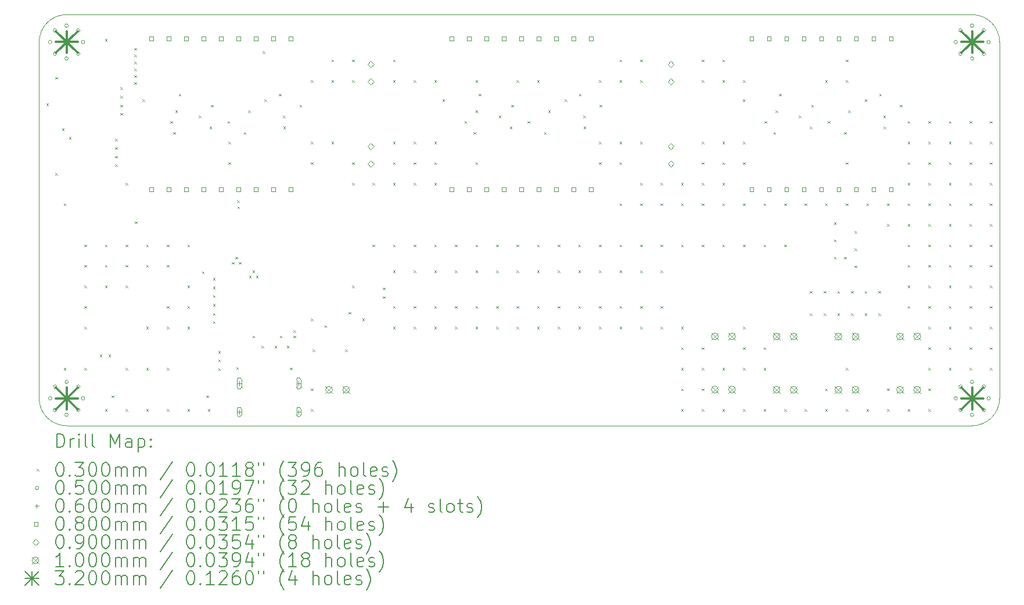
<source format=gbr>
%TF.GenerationSoftware,KiCad,Pcbnew,8.0.4*%
%TF.CreationDate,2024-11-10T20:41:44+01:00*%
%TF.ProjectId,SchrackMulticlock,53636872-6163-46b4-9d75-6c7469636c6f,v0.0.4*%
%TF.SameCoordinates,Original*%
%TF.FileFunction,Drillmap*%
%TF.FilePolarity,Positive*%
%FSLAX45Y45*%
G04 Gerber Fmt 4.5, Leading zero omitted, Abs format (unit mm)*
G04 Created by KiCad (PCBNEW 8.0.4) date 2024-11-10 20:41:44*
%MOMM*%
%LPD*%
G01*
G04 APERTURE LIST*
%ADD10C,0.100000*%
%ADD11C,0.200000*%
%ADD12C,0.320000*%
G04 APERTURE END LIST*
D10*
X25882000Y-5883000D02*
X12682000Y-5883000D01*
X12682000Y-11883000D02*
X25882000Y-11883000D01*
X12682000Y-11883000D02*
G75*
G02*
X12282000Y-11483000I0J400000D01*
G01*
X25882000Y-5883000D02*
G75*
G02*
X26282000Y-6283000I0J-400000D01*
G01*
X12282000Y-6283000D02*
G75*
G02*
X12682000Y-5883000I400000J0D01*
G01*
X26282000Y-11483000D02*
G75*
G02*
X25882000Y-11883000I-400000J0D01*
G01*
X12282000Y-6283000D02*
X12282000Y-11483000D01*
X26282000Y-11483000D02*
X26282000Y-6283000D01*
D11*
D10*
X12387000Y-7178000D02*
X12417000Y-7208000D01*
X12417000Y-7178000D02*
X12387000Y-7208000D01*
X12517000Y-6793000D02*
X12547000Y-6823000D01*
X12547000Y-6793000D02*
X12517000Y-6823000D01*
X12517000Y-8193000D02*
X12547000Y-8223000D01*
X12547000Y-8193000D02*
X12517000Y-8223000D01*
X12617000Y-7543000D02*
X12647000Y-7573000D01*
X12647000Y-7543000D02*
X12617000Y-7573000D01*
X12642000Y-8638000D02*
X12672000Y-8668000D01*
X12672000Y-8638000D02*
X12642000Y-8668000D01*
X12642000Y-11038000D02*
X12672000Y-11068000D01*
X12672000Y-11038000D02*
X12642000Y-11068000D01*
X12717000Y-7668000D02*
X12747000Y-7698000D01*
X12747000Y-7668000D02*
X12717000Y-7698000D01*
X12942000Y-9238000D02*
X12972000Y-9268000D01*
X12972000Y-9238000D02*
X12942000Y-9268000D01*
X12942000Y-9538000D02*
X12972000Y-9568000D01*
X12972000Y-9538000D02*
X12942000Y-9568000D01*
X12942000Y-9838000D02*
X12972000Y-9868000D01*
X12972000Y-9838000D02*
X12942000Y-9868000D01*
X12942000Y-10138000D02*
X12972000Y-10168000D01*
X12972000Y-10138000D02*
X12942000Y-10168000D01*
X12942000Y-10438000D02*
X12972000Y-10468000D01*
X12972000Y-10438000D02*
X12942000Y-10468000D01*
X12942000Y-11038000D02*
X12972000Y-11068000D01*
X12972000Y-11038000D02*
X12942000Y-11068000D01*
X13167000Y-10843000D02*
X13197000Y-10873000D01*
X13197000Y-10843000D02*
X13167000Y-10873000D01*
X13242000Y-6238000D02*
X13272000Y-6268000D01*
X13272000Y-6238000D02*
X13242000Y-6268000D01*
X13242000Y-9238000D02*
X13272000Y-9268000D01*
X13272000Y-9238000D02*
X13242000Y-9268000D01*
X13242000Y-9538000D02*
X13272000Y-9568000D01*
X13272000Y-9538000D02*
X13242000Y-9568000D01*
X13242000Y-9838000D02*
X13272000Y-9868000D01*
X13272000Y-9838000D02*
X13242000Y-9868000D01*
X13242000Y-11638000D02*
X13272000Y-11668000D01*
X13272000Y-11638000D02*
X13242000Y-11668000D01*
X13292000Y-10843000D02*
X13322000Y-10873000D01*
X13322000Y-10843000D02*
X13292000Y-10873000D01*
X13338250Y-11443000D02*
X13368250Y-11473000D01*
X13368250Y-11443000D02*
X13338250Y-11473000D01*
X13392000Y-7693000D02*
X13422000Y-7723000D01*
X13422000Y-7693000D02*
X13392000Y-7723000D01*
X13392000Y-7818000D02*
X13422000Y-7848000D01*
X13422000Y-7818000D02*
X13392000Y-7848000D01*
X13392000Y-7943000D02*
X13422000Y-7973000D01*
X13422000Y-7943000D02*
X13392000Y-7973000D01*
X13392000Y-8068000D02*
X13422000Y-8098000D01*
X13422000Y-8068000D02*
X13392000Y-8098000D01*
X13467000Y-6943000D02*
X13497000Y-6973000D01*
X13497000Y-6943000D02*
X13467000Y-6973000D01*
X13467000Y-7068000D02*
X13497000Y-7098000D01*
X13497000Y-7068000D02*
X13467000Y-7098000D01*
X13467000Y-7198000D02*
X13497000Y-7228000D01*
X13497000Y-7198000D02*
X13467000Y-7228000D01*
X13467000Y-7318000D02*
X13497000Y-7348000D01*
X13497000Y-7318000D02*
X13467000Y-7348000D01*
X13542000Y-8338000D02*
X13572000Y-8368000D01*
X13572000Y-8338000D02*
X13542000Y-8368000D01*
X13542000Y-9238000D02*
X13572000Y-9268000D01*
X13572000Y-9238000D02*
X13542000Y-9268000D01*
X13542000Y-9538000D02*
X13572000Y-9568000D01*
X13572000Y-9538000D02*
X13542000Y-9568000D01*
X13542000Y-9838000D02*
X13572000Y-9868000D01*
X13572000Y-9838000D02*
X13542000Y-9868000D01*
X13542000Y-11038000D02*
X13572000Y-11068000D01*
X13572000Y-11038000D02*
X13542000Y-11068000D01*
X13542000Y-11638000D02*
X13572000Y-11668000D01*
X13572000Y-11638000D02*
X13542000Y-11668000D01*
X13667000Y-6368000D02*
X13697000Y-6398000D01*
X13697000Y-6368000D02*
X13667000Y-6398000D01*
X13667000Y-6468000D02*
X13697000Y-6498000D01*
X13697000Y-6468000D02*
X13667000Y-6498000D01*
X13667000Y-6568000D02*
X13697000Y-6598000D01*
X13697000Y-6568000D02*
X13667000Y-6598000D01*
X13667000Y-6668000D02*
X13697000Y-6698000D01*
X13697000Y-6668000D02*
X13667000Y-6698000D01*
X13667000Y-6768000D02*
X13697000Y-6798000D01*
X13697000Y-6768000D02*
X13667000Y-6798000D01*
X13667000Y-6868000D02*
X13697000Y-6898000D01*
X13697000Y-6868000D02*
X13667000Y-6898000D01*
X13676000Y-8902000D02*
X13706000Y-8932000D01*
X13706000Y-8902000D02*
X13676000Y-8932000D01*
X13787000Y-7118000D02*
X13817000Y-7148000D01*
X13817000Y-7118000D02*
X13787000Y-7148000D01*
X13842000Y-9238000D02*
X13872000Y-9268000D01*
X13872000Y-9238000D02*
X13842000Y-9268000D01*
X13842000Y-9538000D02*
X13872000Y-9568000D01*
X13872000Y-9538000D02*
X13842000Y-9568000D01*
X13842000Y-10438000D02*
X13872000Y-10468000D01*
X13872000Y-10438000D02*
X13842000Y-10468000D01*
X13842000Y-11038000D02*
X13872000Y-11068000D01*
X13872000Y-11038000D02*
X13842000Y-11068000D01*
X13842000Y-11638000D02*
X13872000Y-11668000D01*
X13872000Y-11638000D02*
X13842000Y-11668000D01*
X14142000Y-9238000D02*
X14172000Y-9268000D01*
X14172000Y-9238000D02*
X14142000Y-9268000D01*
X14142000Y-9538000D02*
X14172000Y-9568000D01*
X14172000Y-9538000D02*
X14142000Y-9568000D01*
X14142000Y-10138000D02*
X14172000Y-10168000D01*
X14172000Y-10138000D02*
X14142000Y-10168000D01*
X14142000Y-10438000D02*
X14172000Y-10468000D01*
X14172000Y-10438000D02*
X14142000Y-10468000D01*
X14142000Y-11038000D02*
X14172000Y-11068000D01*
X14172000Y-11038000D02*
X14142000Y-11068000D01*
X14142000Y-11638000D02*
X14172000Y-11668000D01*
X14172000Y-11638000D02*
X14142000Y-11668000D01*
X14192000Y-7438000D02*
X14222000Y-7468000D01*
X14222000Y-7438000D02*
X14192000Y-7468000D01*
X14237000Y-7598000D02*
X14267000Y-7628000D01*
X14267000Y-7598000D02*
X14237000Y-7628000D01*
X14267000Y-7278000D02*
X14297000Y-7308000D01*
X14297000Y-7278000D02*
X14267000Y-7308000D01*
X14317000Y-7038000D02*
X14347000Y-7068000D01*
X14347000Y-7038000D02*
X14317000Y-7068000D01*
X14442000Y-9238000D02*
X14472000Y-9268000D01*
X14472000Y-9238000D02*
X14442000Y-9268000D01*
X14442000Y-9838000D02*
X14472000Y-9868000D01*
X14472000Y-9838000D02*
X14442000Y-9868000D01*
X14442000Y-10138000D02*
X14472000Y-10168000D01*
X14472000Y-10138000D02*
X14442000Y-10168000D01*
X14442000Y-10438000D02*
X14472000Y-10468000D01*
X14472000Y-10438000D02*
X14442000Y-10468000D01*
X14442000Y-11638000D02*
X14472000Y-11668000D01*
X14472000Y-11638000D02*
X14442000Y-11668000D01*
X14607000Y-7358000D02*
X14637000Y-7388000D01*
X14637000Y-7358000D02*
X14607000Y-7388000D01*
X14654500Y-9630500D02*
X14684500Y-9660500D01*
X14684500Y-9630500D02*
X14654500Y-9660500D01*
X14717000Y-11443000D02*
X14747000Y-11473000D01*
X14747000Y-11443000D02*
X14717000Y-11473000D01*
X14742000Y-11638000D02*
X14772000Y-11668000D01*
X14772000Y-11638000D02*
X14742000Y-11668000D01*
X14767000Y-7518000D02*
X14797000Y-7548000D01*
X14797000Y-7518000D02*
X14767000Y-7548000D01*
X14787000Y-7198000D02*
X14817000Y-7228000D01*
X14817000Y-7198000D02*
X14787000Y-7228000D01*
X14817000Y-9727500D02*
X14847000Y-9757500D01*
X14847000Y-9727500D02*
X14817000Y-9757500D01*
X14817000Y-9854500D02*
X14847000Y-9884500D01*
X14847000Y-9854500D02*
X14817000Y-9884500D01*
X14817000Y-9978000D02*
X14847000Y-10008000D01*
X14847000Y-9978000D02*
X14817000Y-10008000D01*
X14817000Y-10108000D02*
X14847000Y-10138000D01*
X14847000Y-10108000D02*
X14817000Y-10138000D01*
X14817000Y-10238000D02*
X14847000Y-10268000D01*
X14847000Y-10238000D02*
X14817000Y-10268000D01*
X14817000Y-10358000D02*
X14847000Y-10388000D01*
X14847000Y-10358000D02*
X14817000Y-10388000D01*
X14892000Y-10793000D02*
X14922000Y-10823000D01*
X14922000Y-10793000D02*
X14892000Y-10823000D01*
X14892000Y-10918000D02*
X14922000Y-10948000D01*
X14922000Y-10918000D02*
X14892000Y-10948000D01*
X14892000Y-11043000D02*
X14922000Y-11073000D01*
X14922000Y-11043000D02*
X14892000Y-11073000D01*
X15027000Y-7438000D02*
X15057000Y-7468000D01*
X15057000Y-7438000D02*
X15027000Y-7468000D01*
X15042000Y-7738000D02*
X15072000Y-7768000D01*
X15072000Y-7738000D02*
X15042000Y-7768000D01*
X15042000Y-8038000D02*
X15072000Y-8068000D01*
X15072000Y-8038000D02*
X15042000Y-8068000D01*
X15092000Y-9493000D02*
X15122000Y-9523000D01*
X15122000Y-9493000D02*
X15092000Y-9523000D01*
X15142000Y-9418000D02*
X15172000Y-9448000D01*
X15172000Y-9418000D02*
X15142000Y-9448000D01*
X15157000Y-11028000D02*
X15187000Y-11058000D01*
X15187000Y-11028000D02*
X15157000Y-11058000D01*
X15167000Y-8593000D02*
X15197000Y-8623000D01*
X15197000Y-8593000D02*
X15167000Y-8623000D01*
X15172458Y-8682835D02*
X15202458Y-8712835D01*
X15202458Y-8682835D02*
X15172458Y-8712835D01*
X15192000Y-9493000D02*
X15222000Y-9523000D01*
X15222000Y-9493000D02*
X15192000Y-9523000D01*
X15267000Y-7598000D02*
X15297000Y-7628000D01*
X15297000Y-7598000D02*
X15267000Y-7628000D01*
X15327000Y-7278000D02*
X15357000Y-7308000D01*
X15357000Y-7278000D02*
X15327000Y-7308000D01*
X15342000Y-9693000D02*
X15372000Y-9723000D01*
X15372000Y-9693000D02*
X15342000Y-9723000D01*
X15392000Y-9618000D02*
X15422000Y-9648000D01*
X15422000Y-9618000D02*
X15392000Y-9648000D01*
X15392000Y-10568000D02*
X15422000Y-10598000D01*
X15422000Y-10568000D02*
X15392000Y-10598000D01*
X15442000Y-9693000D02*
X15472000Y-9723000D01*
X15472000Y-9693000D02*
X15442000Y-9723000D01*
X15522000Y-10718000D02*
X15552000Y-10748000D01*
X15552000Y-10718000D02*
X15522000Y-10748000D01*
X15542000Y-6418000D02*
X15572000Y-6448000D01*
X15572000Y-6418000D02*
X15542000Y-6448000D01*
X15567000Y-7118000D02*
X15597000Y-7148000D01*
X15597000Y-7118000D02*
X15567000Y-7148000D01*
X15712000Y-10718000D02*
X15742000Y-10748000D01*
X15742000Y-10718000D02*
X15712000Y-10748000D01*
X15777000Y-7038000D02*
X15807000Y-7068000D01*
X15807000Y-7038000D02*
X15777000Y-7068000D01*
X15792000Y-10568000D02*
X15822000Y-10598000D01*
X15822000Y-10568000D02*
X15792000Y-10598000D01*
X15837000Y-7358000D02*
X15867000Y-7388000D01*
X15867000Y-7358000D02*
X15837000Y-7388000D01*
X15842000Y-7518000D02*
X15872000Y-7548000D01*
X15872000Y-7518000D02*
X15842000Y-7548000D01*
X15892000Y-10718000D02*
X15922000Y-10748000D01*
X15922000Y-10718000D02*
X15892000Y-10748000D01*
X15937000Y-11033201D02*
X15967000Y-11063201D01*
X15967000Y-11033201D02*
X15937000Y-11063201D01*
X15987000Y-10488000D02*
X16017000Y-10518000D01*
X16017000Y-10488000D02*
X15987000Y-10518000D01*
X15987000Y-10568000D02*
X16017000Y-10598000D01*
X16017000Y-10568000D02*
X15987000Y-10598000D01*
X16077000Y-7198000D02*
X16107000Y-7228000D01*
X16107000Y-7198000D02*
X16077000Y-7228000D01*
X16242000Y-6838000D02*
X16272000Y-6868000D01*
X16272000Y-6838000D02*
X16242000Y-6868000D01*
X16242000Y-7738000D02*
X16272000Y-7768000D01*
X16272000Y-7738000D02*
X16242000Y-7768000D01*
X16242000Y-8038000D02*
X16272000Y-8068000D01*
X16272000Y-8038000D02*
X16242000Y-8068000D01*
X16242000Y-10318000D02*
X16272000Y-10348000D01*
X16272000Y-10318000D02*
X16242000Y-10348000D01*
X16242000Y-11338000D02*
X16272000Y-11368000D01*
X16272000Y-11338000D02*
X16242000Y-11368000D01*
X16242000Y-11638000D02*
X16272000Y-11668000D01*
X16272000Y-11638000D02*
X16242000Y-11668000D01*
X16267000Y-10768000D02*
X16297000Y-10798000D01*
X16297000Y-10768000D02*
X16267000Y-10798000D01*
X16442000Y-10418000D02*
X16472000Y-10448000D01*
X16472000Y-10418000D02*
X16442000Y-10448000D01*
X16542000Y-6538000D02*
X16572000Y-6568000D01*
X16572000Y-6538000D02*
X16542000Y-6568000D01*
X16542000Y-6838000D02*
X16572000Y-6868000D01*
X16572000Y-6838000D02*
X16542000Y-6868000D01*
X16542000Y-7738000D02*
X16572000Y-7768000D01*
X16572000Y-7738000D02*
X16542000Y-7768000D01*
X16742000Y-10768000D02*
X16772000Y-10798000D01*
X16772000Y-10768000D02*
X16742000Y-10798000D01*
X16792000Y-10220500D02*
X16822000Y-10250500D01*
X16822000Y-10220500D02*
X16792000Y-10250500D01*
X16842000Y-6538000D02*
X16872000Y-6568000D01*
X16872000Y-6538000D02*
X16842000Y-6568000D01*
X16842000Y-6838000D02*
X16872000Y-6868000D01*
X16872000Y-6838000D02*
X16842000Y-6868000D01*
X16842000Y-8038000D02*
X16872000Y-8068000D01*
X16872000Y-8038000D02*
X16842000Y-8068000D01*
X16842000Y-8338000D02*
X16872000Y-8368000D01*
X16872000Y-8338000D02*
X16842000Y-8368000D01*
X16842000Y-9838000D02*
X16872000Y-9868000D01*
X16872000Y-9838000D02*
X16842000Y-9868000D01*
X16992000Y-10318000D02*
X17022000Y-10348000D01*
X17022000Y-10318000D02*
X16992000Y-10348000D01*
X17142000Y-8338000D02*
X17172000Y-8368000D01*
X17172000Y-8338000D02*
X17142000Y-8368000D01*
X17142000Y-9238000D02*
X17172000Y-9268000D01*
X17172000Y-9238000D02*
X17142000Y-9268000D01*
X17292000Y-9868000D02*
X17322000Y-9898000D01*
X17322000Y-9868000D02*
X17292000Y-9898000D01*
X17292000Y-9993000D02*
X17322000Y-10023000D01*
X17322000Y-9993000D02*
X17292000Y-10023000D01*
X17442000Y-6538000D02*
X17472000Y-6568000D01*
X17472000Y-6538000D02*
X17442000Y-6568000D01*
X17442000Y-6838000D02*
X17472000Y-6868000D01*
X17472000Y-6838000D02*
X17442000Y-6868000D01*
X17442000Y-7738000D02*
X17472000Y-7768000D01*
X17472000Y-7738000D02*
X17442000Y-7768000D01*
X17442000Y-8038000D02*
X17472000Y-8068000D01*
X17472000Y-8038000D02*
X17442000Y-8068000D01*
X17442000Y-8338000D02*
X17472000Y-8368000D01*
X17472000Y-8338000D02*
X17442000Y-8368000D01*
X17442000Y-9238000D02*
X17472000Y-9268000D01*
X17472000Y-9238000D02*
X17442000Y-9268000D01*
X17442000Y-9618000D02*
X17472000Y-9648000D01*
X17472000Y-9618000D02*
X17442000Y-9648000D01*
X17442000Y-10138000D02*
X17472000Y-10168000D01*
X17472000Y-10138000D02*
X17442000Y-10168000D01*
X17442000Y-10438000D02*
X17472000Y-10468000D01*
X17472000Y-10438000D02*
X17442000Y-10468000D01*
X17742000Y-6838000D02*
X17772000Y-6868000D01*
X17772000Y-6838000D02*
X17742000Y-6868000D01*
X17742000Y-7738000D02*
X17772000Y-7768000D01*
X17772000Y-7738000D02*
X17742000Y-7768000D01*
X17742000Y-8038000D02*
X17772000Y-8068000D01*
X17772000Y-8038000D02*
X17742000Y-8068000D01*
X17742000Y-8338000D02*
X17772000Y-8368000D01*
X17772000Y-8338000D02*
X17742000Y-8368000D01*
X17742000Y-9238000D02*
X17772000Y-9268000D01*
X17772000Y-9238000D02*
X17742000Y-9268000D01*
X17742000Y-9618000D02*
X17772000Y-9648000D01*
X17772000Y-9618000D02*
X17742000Y-9648000D01*
X17742000Y-10138000D02*
X17772000Y-10168000D01*
X17772000Y-10138000D02*
X17742000Y-10168000D01*
X17742000Y-10438000D02*
X17772000Y-10468000D01*
X17772000Y-10438000D02*
X17742000Y-10468000D01*
X18042000Y-6838000D02*
X18072000Y-6868000D01*
X18072000Y-6838000D02*
X18042000Y-6868000D01*
X18042000Y-7738000D02*
X18072000Y-7768000D01*
X18072000Y-7738000D02*
X18042000Y-7768000D01*
X18042000Y-8038000D02*
X18072000Y-8068000D01*
X18072000Y-8038000D02*
X18042000Y-8068000D01*
X18042000Y-8338000D02*
X18072000Y-8368000D01*
X18072000Y-8338000D02*
X18042000Y-8368000D01*
X18042000Y-9238000D02*
X18072000Y-9268000D01*
X18072000Y-9238000D02*
X18042000Y-9268000D01*
X18042000Y-9618000D02*
X18072000Y-9648000D01*
X18072000Y-9618000D02*
X18042000Y-9648000D01*
X18042000Y-10138000D02*
X18072000Y-10168000D01*
X18072000Y-10138000D02*
X18042000Y-10168000D01*
X18042000Y-10438000D02*
X18072000Y-10468000D01*
X18072000Y-10438000D02*
X18042000Y-10468000D01*
X18162000Y-7118000D02*
X18192000Y-7148000D01*
X18192000Y-7118000D02*
X18162000Y-7148000D01*
X18342000Y-9238000D02*
X18372000Y-9268000D01*
X18372000Y-9238000D02*
X18342000Y-9268000D01*
X18342000Y-9618000D02*
X18372000Y-9648000D01*
X18372000Y-9618000D02*
X18342000Y-9648000D01*
X18342000Y-10138000D02*
X18372000Y-10168000D01*
X18372000Y-10138000D02*
X18342000Y-10168000D01*
X18342000Y-10438000D02*
X18372000Y-10468000D01*
X18372000Y-10438000D02*
X18342000Y-10468000D01*
X18482000Y-7438000D02*
X18512000Y-7468000D01*
X18512000Y-7438000D02*
X18482000Y-7468000D01*
X18612000Y-7598000D02*
X18642000Y-7628000D01*
X18642000Y-7598000D02*
X18612000Y-7628000D01*
X18642000Y-6838000D02*
X18672000Y-6868000D01*
X18672000Y-6838000D02*
X18642000Y-6868000D01*
X18642000Y-7278000D02*
X18672000Y-7308000D01*
X18672000Y-7278000D02*
X18642000Y-7308000D01*
X18642000Y-8038000D02*
X18672000Y-8068000D01*
X18672000Y-8038000D02*
X18642000Y-8068000D01*
X18642000Y-9238000D02*
X18672000Y-9268000D01*
X18672000Y-9238000D02*
X18642000Y-9268000D01*
X18642000Y-9618000D02*
X18672000Y-9648000D01*
X18672000Y-9618000D02*
X18642000Y-9648000D01*
X18642000Y-10138000D02*
X18672000Y-10168000D01*
X18672000Y-10138000D02*
X18642000Y-10168000D01*
X18642000Y-10438000D02*
X18672000Y-10468000D01*
X18672000Y-10438000D02*
X18642000Y-10468000D01*
X18692000Y-7038000D02*
X18722000Y-7068000D01*
X18722000Y-7038000D02*
X18692000Y-7068000D01*
X18942000Y-9238000D02*
X18972000Y-9268000D01*
X18972000Y-9238000D02*
X18942000Y-9268000D01*
X18942000Y-9618000D02*
X18972000Y-9648000D01*
X18972000Y-9618000D02*
X18942000Y-9648000D01*
X18942000Y-10138000D02*
X18972000Y-10168000D01*
X18972000Y-10138000D02*
X18942000Y-10168000D01*
X18942000Y-10438000D02*
X18972000Y-10468000D01*
X18972000Y-10438000D02*
X18942000Y-10468000D01*
X18982000Y-7358000D02*
X19012000Y-7388000D01*
X19012000Y-7358000D02*
X18982000Y-7388000D01*
X19142000Y-7518000D02*
X19172000Y-7548000D01*
X19172000Y-7518000D02*
X19142000Y-7548000D01*
X19162000Y-7198000D02*
X19192000Y-7228000D01*
X19192000Y-7198000D02*
X19162000Y-7228000D01*
X19242000Y-6838000D02*
X19272000Y-6868000D01*
X19272000Y-6838000D02*
X19242000Y-6868000D01*
X19242000Y-9238000D02*
X19272000Y-9268000D01*
X19272000Y-9238000D02*
X19242000Y-9268000D01*
X19242000Y-9618000D02*
X19272000Y-9648000D01*
X19272000Y-9618000D02*
X19242000Y-9648000D01*
X19242000Y-10138000D02*
X19272000Y-10168000D01*
X19272000Y-10138000D02*
X19242000Y-10168000D01*
X19242000Y-10438000D02*
X19272000Y-10468000D01*
X19272000Y-10438000D02*
X19242000Y-10468000D01*
X19402000Y-7438000D02*
X19432000Y-7468000D01*
X19432000Y-7438000D02*
X19402000Y-7468000D01*
X19542000Y-6838000D02*
X19572000Y-6868000D01*
X19572000Y-6838000D02*
X19542000Y-6868000D01*
X19542000Y-9238000D02*
X19572000Y-9268000D01*
X19572000Y-9238000D02*
X19542000Y-9268000D01*
X19542000Y-9618000D02*
X19572000Y-9648000D01*
X19572000Y-9618000D02*
X19542000Y-9648000D01*
X19542000Y-10138000D02*
X19572000Y-10168000D01*
X19572000Y-10138000D02*
X19542000Y-10168000D01*
X19542000Y-10438000D02*
X19572000Y-10468000D01*
X19572000Y-10438000D02*
X19542000Y-10468000D01*
X19642000Y-7598000D02*
X19672000Y-7628000D01*
X19672000Y-7598000D02*
X19642000Y-7628000D01*
X19702000Y-7278000D02*
X19732000Y-7308000D01*
X19732000Y-7278000D02*
X19702000Y-7308000D01*
X19842000Y-9238000D02*
X19872000Y-9268000D01*
X19872000Y-9238000D02*
X19842000Y-9268000D01*
X19842000Y-9618000D02*
X19872000Y-9648000D01*
X19872000Y-9618000D02*
X19842000Y-9648000D01*
X19842000Y-10138000D02*
X19872000Y-10168000D01*
X19872000Y-10138000D02*
X19842000Y-10168000D01*
X19842000Y-10438000D02*
X19872000Y-10468000D01*
X19872000Y-10438000D02*
X19842000Y-10468000D01*
X19942000Y-7118000D02*
X19972000Y-7148000D01*
X19972000Y-7118000D02*
X19942000Y-7148000D01*
X20142000Y-9238000D02*
X20172000Y-9268000D01*
X20172000Y-9238000D02*
X20142000Y-9268000D01*
X20142000Y-9618000D02*
X20172000Y-9648000D01*
X20172000Y-9618000D02*
X20142000Y-9648000D01*
X20142000Y-10138000D02*
X20172000Y-10168000D01*
X20172000Y-10138000D02*
X20142000Y-10168000D01*
X20142000Y-10438000D02*
X20172000Y-10468000D01*
X20172000Y-10438000D02*
X20142000Y-10468000D01*
X20152000Y-7038000D02*
X20182000Y-7068000D01*
X20182000Y-7038000D02*
X20152000Y-7068000D01*
X20212000Y-7358000D02*
X20242000Y-7388000D01*
X20242000Y-7358000D02*
X20212000Y-7388000D01*
X20217000Y-7518000D02*
X20247000Y-7548000D01*
X20247000Y-7518000D02*
X20217000Y-7548000D01*
X20442000Y-6838000D02*
X20472000Y-6868000D01*
X20472000Y-6838000D02*
X20442000Y-6868000D01*
X20442000Y-7738000D02*
X20472000Y-7768000D01*
X20472000Y-7738000D02*
X20442000Y-7768000D01*
X20442000Y-8038000D02*
X20472000Y-8068000D01*
X20472000Y-8038000D02*
X20442000Y-8068000D01*
X20442000Y-9238000D02*
X20472000Y-9268000D01*
X20472000Y-9238000D02*
X20442000Y-9268000D01*
X20442000Y-9618000D02*
X20472000Y-9648000D01*
X20472000Y-9618000D02*
X20442000Y-9648000D01*
X20442000Y-10138000D02*
X20472000Y-10168000D01*
X20472000Y-10138000D02*
X20442000Y-10168000D01*
X20442000Y-10438000D02*
X20472000Y-10468000D01*
X20472000Y-10438000D02*
X20442000Y-10468000D01*
X20452000Y-7198000D02*
X20482000Y-7228000D01*
X20482000Y-7198000D02*
X20452000Y-7228000D01*
X20742000Y-6538000D02*
X20772000Y-6568000D01*
X20772000Y-6538000D02*
X20742000Y-6568000D01*
X20742000Y-6838000D02*
X20772000Y-6868000D01*
X20772000Y-6838000D02*
X20742000Y-6868000D01*
X20742000Y-7738000D02*
X20772000Y-7768000D01*
X20772000Y-7738000D02*
X20742000Y-7768000D01*
X20742000Y-8038000D02*
X20772000Y-8068000D01*
X20772000Y-8038000D02*
X20742000Y-8068000D01*
X20742000Y-8638000D02*
X20772000Y-8668000D01*
X20772000Y-8638000D02*
X20742000Y-8668000D01*
X20742000Y-9238000D02*
X20772000Y-9268000D01*
X20772000Y-9238000D02*
X20742000Y-9268000D01*
X20742000Y-9618000D02*
X20772000Y-9648000D01*
X20772000Y-9618000D02*
X20742000Y-9648000D01*
X20742000Y-10138000D02*
X20772000Y-10168000D01*
X20772000Y-10138000D02*
X20742000Y-10168000D01*
X20742000Y-10438000D02*
X20772000Y-10468000D01*
X20772000Y-10438000D02*
X20742000Y-10468000D01*
X21042000Y-6538000D02*
X21072000Y-6568000D01*
X21072000Y-6538000D02*
X21042000Y-6568000D01*
X21042000Y-6838000D02*
X21072000Y-6868000D01*
X21072000Y-6838000D02*
X21042000Y-6868000D01*
X21042000Y-7738000D02*
X21072000Y-7768000D01*
X21072000Y-7738000D02*
X21042000Y-7768000D01*
X21042000Y-8338000D02*
X21072000Y-8368000D01*
X21072000Y-8338000D02*
X21042000Y-8368000D01*
X21042000Y-8638000D02*
X21072000Y-8668000D01*
X21072000Y-8638000D02*
X21042000Y-8668000D01*
X21042000Y-9238000D02*
X21072000Y-9268000D01*
X21072000Y-9238000D02*
X21042000Y-9268000D01*
X21042000Y-9618000D02*
X21072000Y-9648000D01*
X21072000Y-9618000D02*
X21042000Y-9648000D01*
X21042000Y-10138000D02*
X21072000Y-10168000D01*
X21072000Y-10138000D02*
X21042000Y-10168000D01*
X21042000Y-10438000D02*
X21072000Y-10468000D01*
X21072000Y-10438000D02*
X21042000Y-10468000D01*
X21342000Y-8338000D02*
X21372000Y-8368000D01*
X21372000Y-8338000D02*
X21342000Y-8368000D01*
X21342000Y-8638000D02*
X21372000Y-8668000D01*
X21372000Y-8638000D02*
X21342000Y-8668000D01*
X21342000Y-9238000D02*
X21372000Y-9268000D01*
X21372000Y-9238000D02*
X21342000Y-9268000D01*
X21342000Y-9618000D02*
X21372000Y-9648000D01*
X21372000Y-9618000D02*
X21342000Y-9648000D01*
X21342000Y-10138000D02*
X21372000Y-10168000D01*
X21372000Y-10138000D02*
X21342000Y-10168000D01*
X21342000Y-10438000D02*
X21372000Y-10468000D01*
X21372000Y-10438000D02*
X21342000Y-10468000D01*
X21642000Y-8338000D02*
X21672000Y-8368000D01*
X21672000Y-8338000D02*
X21642000Y-8368000D01*
X21642000Y-8638000D02*
X21672000Y-8668000D01*
X21672000Y-8638000D02*
X21642000Y-8668000D01*
X21642000Y-9238000D02*
X21672000Y-9268000D01*
X21672000Y-9238000D02*
X21642000Y-9268000D01*
X21642000Y-10438000D02*
X21672000Y-10468000D01*
X21672000Y-10438000D02*
X21642000Y-10468000D01*
X21642000Y-10738000D02*
X21672000Y-10768000D01*
X21672000Y-10738000D02*
X21642000Y-10768000D01*
X21642000Y-11038000D02*
X21672000Y-11068000D01*
X21672000Y-11038000D02*
X21642000Y-11068000D01*
X21642000Y-11338000D02*
X21672000Y-11368000D01*
X21672000Y-11338000D02*
X21642000Y-11368000D01*
X21642000Y-11638000D02*
X21672000Y-11668000D01*
X21672000Y-11638000D02*
X21642000Y-11668000D01*
X21942000Y-6538000D02*
X21972000Y-6568000D01*
X21972000Y-6538000D02*
X21942000Y-6568000D01*
X21942000Y-6838000D02*
X21972000Y-6868000D01*
X21972000Y-6838000D02*
X21942000Y-6868000D01*
X21942000Y-7738000D02*
X21972000Y-7768000D01*
X21972000Y-7738000D02*
X21942000Y-7768000D01*
X21942000Y-8038000D02*
X21972000Y-8068000D01*
X21972000Y-8038000D02*
X21942000Y-8068000D01*
X21942000Y-8338000D02*
X21972000Y-8368000D01*
X21972000Y-8338000D02*
X21942000Y-8368000D01*
X21942000Y-8638000D02*
X21972000Y-8668000D01*
X21972000Y-8638000D02*
X21942000Y-8668000D01*
X21942000Y-9238000D02*
X21972000Y-9268000D01*
X21972000Y-9238000D02*
X21942000Y-9268000D01*
X21942000Y-10738000D02*
X21972000Y-10768000D01*
X21972000Y-10738000D02*
X21942000Y-10768000D01*
X21942000Y-11038000D02*
X21972000Y-11068000D01*
X21972000Y-11038000D02*
X21942000Y-11068000D01*
X21942000Y-11338000D02*
X21972000Y-11368000D01*
X21972000Y-11338000D02*
X21942000Y-11368000D01*
X21942000Y-11638000D02*
X21972000Y-11668000D01*
X21972000Y-11638000D02*
X21942000Y-11668000D01*
X22242000Y-6538000D02*
X22272000Y-6568000D01*
X22272000Y-6538000D02*
X22242000Y-6568000D01*
X22242000Y-6838000D02*
X22272000Y-6868000D01*
X22272000Y-6838000D02*
X22242000Y-6868000D01*
X22242000Y-7738000D02*
X22272000Y-7768000D01*
X22272000Y-7738000D02*
X22242000Y-7768000D01*
X22242000Y-8038000D02*
X22272000Y-8068000D01*
X22272000Y-8038000D02*
X22242000Y-8068000D01*
X22242000Y-8338000D02*
X22272000Y-8368000D01*
X22272000Y-8338000D02*
X22242000Y-8368000D01*
X22242000Y-8638000D02*
X22272000Y-8668000D01*
X22272000Y-8638000D02*
X22242000Y-8668000D01*
X22242000Y-9238000D02*
X22272000Y-9268000D01*
X22272000Y-9238000D02*
X22242000Y-9268000D01*
X22242000Y-11038000D02*
X22272000Y-11068000D01*
X22272000Y-11038000D02*
X22242000Y-11068000D01*
X22242000Y-11638000D02*
X22272000Y-11668000D01*
X22272000Y-11638000D02*
X22242000Y-11668000D01*
X22537000Y-7118000D02*
X22567000Y-7148000D01*
X22567000Y-7118000D02*
X22537000Y-7148000D01*
X22542000Y-6838000D02*
X22572000Y-6868000D01*
X22572000Y-6838000D02*
X22542000Y-6868000D01*
X22542000Y-7738000D02*
X22572000Y-7768000D01*
X22572000Y-7738000D02*
X22542000Y-7768000D01*
X22542000Y-8038000D02*
X22572000Y-8068000D01*
X22572000Y-8038000D02*
X22542000Y-8068000D01*
X22542000Y-8638000D02*
X22572000Y-8668000D01*
X22572000Y-8638000D02*
X22542000Y-8668000D01*
X22542000Y-9238000D02*
X22572000Y-9268000D01*
X22572000Y-9238000D02*
X22542000Y-9268000D01*
X22542000Y-10438000D02*
X22572000Y-10468000D01*
X22572000Y-10438000D02*
X22542000Y-10468000D01*
X22542000Y-10738000D02*
X22572000Y-10768000D01*
X22572000Y-10738000D02*
X22542000Y-10768000D01*
X22542000Y-11038000D02*
X22572000Y-11068000D01*
X22572000Y-11038000D02*
X22542000Y-11068000D01*
X22542000Y-11638000D02*
X22572000Y-11668000D01*
X22572000Y-11638000D02*
X22542000Y-11668000D01*
X22842000Y-8638000D02*
X22872000Y-8668000D01*
X22872000Y-8638000D02*
X22842000Y-8668000D01*
X22842000Y-9238000D02*
X22872000Y-9268000D01*
X22872000Y-9238000D02*
X22842000Y-9268000D01*
X22842000Y-10738000D02*
X22872000Y-10768000D01*
X22872000Y-10738000D02*
X22842000Y-10768000D01*
X22842000Y-11038000D02*
X22872000Y-11068000D01*
X22872000Y-11038000D02*
X22842000Y-11068000D01*
X22842000Y-11638000D02*
X22872000Y-11668000D01*
X22872000Y-11638000D02*
X22842000Y-11668000D01*
X22857000Y-7438000D02*
X22887000Y-7468000D01*
X22887000Y-7438000D02*
X22857000Y-7468000D01*
X22987000Y-7598000D02*
X23017000Y-7628000D01*
X23017000Y-7598000D02*
X22987000Y-7628000D01*
X23017000Y-7278000D02*
X23047000Y-7308000D01*
X23047000Y-7278000D02*
X23017000Y-7308000D01*
X23067000Y-7038000D02*
X23097000Y-7068000D01*
X23097000Y-7038000D02*
X23067000Y-7068000D01*
X23142000Y-8638000D02*
X23172000Y-8668000D01*
X23172000Y-8638000D02*
X23142000Y-8668000D01*
X23142000Y-9238000D02*
X23172000Y-9268000D01*
X23172000Y-9238000D02*
X23142000Y-9268000D01*
X23142000Y-11638000D02*
X23172000Y-11668000D01*
X23172000Y-11638000D02*
X23142000Y-11668000D01*
X23357000Y-7358000D02*
X23387000Y-7388000D01*
X23387000Y-7358000D02*
X23357000Y-7388000D01*
X23442000Y-8638000D02*
X23472000Y-8668000D01*
X23472000Y-8638000D02*
X23442000Y-8668000D01*
X23442000Y-11638000D02*
X23472000Y-11668000D01*
X23472000Y-11638000D02*
X23442000Y-11668000D01*
X23517000Y-7518000D02*
X23547000Y-7548000D01*
X23547000Y-7518000D02*
X23517000Y-7548000D01*
X23517000Y-9918000D02*
X23547000Y-9948000D01*
X23547000Y-9918000D02*
X23517000Y-9948000D01*
X23517000Y-10243000D02*
X23547000Y-10273000D01*
X23547000Y-10243000D02*
X23517000Y-10273000D01*
X23537000Y-7198000D02*
X23567000Y-7228000D01*
X23567000Y-7198000D02*
X23537000Y-7228000D01*
X23717000Y-9918000D02*
X23747000Y-9948000D01*
X23747000Y-9918000D02*
X23717000Y-9948000D01*
X23717000Y-10243000D02*
X23747000Y-10273000D01*
X23747000Y-10243000D02*
X23717000Y-10273000D01*
X23742000Y-6838000D02*
X23772000Y-6868000D01*
X23772000Y-6838000D02*
X23742000Y-6868000D01*
X23742000Y-8638000D02*
X23772000Y-8668000D01*
X23772000Y-8638000D02*
X23742000Y-8668000D01*
X23742000Y-11338000D02*
X23772000Y-11368000D01*
X23772000Y-11338000D02*
X23742000Y-11368000D01*
X23742000Y-11638000D02*
X23772000Y-11668000D01*
X23772000Y-11638000D02*
X23742000Y-11668000D01*
X23777000Y-7438000D02*
X23807000Y-7468000D01*
X23807000Y-7438000D02*
X23777000Y-7468000D01*
X23867000Y-8913000D02*
X23897000Y-8943000D01*
X23897000Y-8913000D02*
X23867000Y-8943000D01*
X23867000Y-9163000D02*
X23897000Y-9193000D01*
X23897000Y-9163000D02*
X23867000Y-9193000D01*
X23867000Y-9418000D02*
X23897000Y-9448000D01*
X23897000Y-9418000D02*
X23867000Y-9448000D01*
X23917000Y-9918000D02*
X23947000Y-9948000D01*
X23947000Y-9918000D02*
X23917000Y-9948000D01*
X23917000Y-10243000D02*
X23947000Y-10273000D01*
X23947000Y-10243000D02*
X23917000Y-10273000D01*
X24017000Y-7598000D02*
X24047000Y-7628000D01*
X24047000Y-7598000D02*
X24017000Y-7628000D01*
X24017000Y-9418000D02*
X24047000Y-9448000D01*
X24047000Y-9418000D02*
X24017000Y-9448000D01*
X24042000Y-6538000D02*
X24072000Y-6568000D01*
X24072000Y-6538000D02*
X24042000Y-6568000D01*
X24042000Y-6838000D02*
X24072000Y-6868000D01*
X24072000Y-6838000D02*
X24042000Y-6868000D01*
X24042000Y-8038000D02*
X24072000Y-8068000D01*
X24072000Y-8038000D02*
X24042000Y-8068000D01*
X24042000Y-8638000D02*
X24072000Y-8668000D01*
X24072000Y-8638000D02*
X24042000Y-8668000D01*
X24042000Y-11038000D02*
X24072000Y-11068000D01*
X24072000Y-11038000D02*
X24042000Y-11068000D01*
X24042000Y-11638000D02*
X24072000Y-11668000D01*
X24072000Y-11638000D02*
X24042000Y-11668000D01*
X24077000Y-7278000D02*
X24107000Y-7308000D01*
X24107000Y-7278000D02*
X24077000Y-7308000D01*
X24117000Y-9918000D02*
X24147000Y-9948000D01*
X24147000Y-9918000D02*
X24117000Y-9948000D01*
X24117000Y-10243000D02*
X24147000Y-10273000D01*
X24147000Y-10243000D02*
X24117000Y-10273000D01*
X24167000Y-9043000D02*
X24197000Y-9073000D01*
X24197000Y-9043000D02*
X24167000Y-9073000D01*
X24167000Y-9293000D02*
X24197000Y-9323000D01*
X24197000Y-9293000D02*
X24167000Y-9323000D01*
X24167000Y-9543000D02*
X24197000Y-9573000D01*
X24197000Y-9543000D02*
X24167000Y-9573000D01*
X24317000Y-7118000D02*
X24347000Y-7148000D01*
X24347000Y-7118000D02*
X24317000Y-7148000D01*
X24317000Y-9918000D02*
X24347000Y-9948000D01*
X24347000Y-9918000D02*
X24317000Y-9948000D01*
X24317000Y-10243000D02*
X24347000Y-10273000D01*
X24347000Y-10243000D02*
X24317000Y-10273000D01*
X24342000Y-8638000D02*
X24372000Y-8668000D01*
X24372000Y-8638000D02*
X24342000Y-8668000D01*
X24342000Y-11638000D02*
X24372000Y-11668000D01*
X24372000Y-11638000D02*
X24342000Y-11668000D01*
X24517000Y-9918000D02*
X24547000Y-9948000D01*
X24547000Y-9918000D02*
X24517000Y-9948000D01*
X24517000Y-10243000D02*
X24547000Y-10273000D01*
X24547000Y-10243000D02*
X24517000Y-10273000D01*
X24527000Y-7038000D02*
X24557000Y-7068000D01*
X24557000Y-7038000D02*
X24527000Y-7068000D01*
X24587000Y-7358000D02*
X24617000Y-7388000D01*
X24617000Y-7358000D02*
X24587000Y-7388000D01*
X24592000Y-7518000D02*
X24622000Y-7548000D01*
X24622000Y-7518000D02*
X24592000Y-7548000D01*
X24642000Y-8638000D02*
X24672000Y-8668000D01*
X24672000Y-8638000D02*
X24642000Y-8668000D01*
X24642000Y-8938000D02*
X24672000Y-8968000D01*
X24672000Y-8938000D02*
X24642000Y-8968000D01*
X24642000Y-11338000D02*
X24672000Y-11368000D01*
X24672000Y-11338000D02*
X24642000Y-11368000D01*
X24642000Y-11638000D02*
X24672000Y-11668000D01*
X24672000Y-11638000D02*
X24642000Y-11668000D01*
X24827000Y-7198000D02*
X24857000Y-7228000D01*
X24857000Y-7198000D02*
X24827000Y-7228000D01*
X24942000Y-7438000D02*
X24972000Y-7468000D01*
X24972000Y-7438000D02*
X24942000Y-7468000D01*
X24942000Y-7738000D02*
X24972000Y-7768000D01*
X24972000Y-7738000D02*
X24942000Y-7768000D01*
X24942000Y-8038000D02*
X24972000Y-8068000D01*
X24972000Y-8038000D02*
X24942000Y-8068000D01*
X24942000Y-8338000D02*
X24972000Y-8368000D01*
X24972000Y-8338000D02*
X24942000Y-8368000D01*
X24942000Y-8638000D02*
X24972000Y-8668000D01*
X24972000Y-8638000D02*
X24942000Y-8668000D01*
X24942000Y-8938000D02*
X24972000Y-8968000D01*
X24972000Y-8938000D02*
X24942000Y-8968000D01*
X24942000Y-9238000D02*
X24972000Y-9268000D01*
X24972000Y-9238000D02*
X24942000Y-9268000D01*
X24942000Y-9538000D02*
X24972000Y-9568000D01*
X24972000Y-9538000D02*
X24942000Y-9568000D01*
X24942000Y-9838000D02*
X24972000Y-9868000D01*
X24972000Y-9838000D02*
X24942000Y-9868000D01*
X24942000Y-10138000D02*
X24972000Y-10168000D01*
X24972000Y-10138000D02*
X24942000Y-10168000D01*
X24942000Y-11638000D02*
X24972000Y-11668000D01*
X24972000Y-11638000D02*
X24942000Y-11668000D01*
X25242000Y-7438000D02*
X25272000Y-7468000D01*
X25272000Y-7438000D02*
X25242000Y-7468000D01*
X25242000Y-7738000D02*
X25272000Y-7768000D01*
X25272000Y-7738000D02*
X25242000Y-7768000D01*
X25242000Y-8038000D02*
X25272000Y-8068000D01*
X25272000Y-8038000D02*
X25242000Y-8068000D01*
X25242000Y-8338000D02*
X25272000Y-8368000D01*
X25272000Y-8338000D02*
X25242000Y-8368000D01*
X25242000Y-8638000D02*
X25272000Y-8668000D01*
X25272000Y-8638000D02*
X25242000Y-8668000D01*
X25242000Y-8938000D02*
X25272000Y-8968000D01*
X25272000Y-8938000D02*
X25242000Y-8968000D01*
X25242000Y-9238000D02*
X25272000Y-9268000D01*
X25272000Y-9238000D02*
X25242000Y-9268000D01*
X25242000Y-9538000D02*
X25272000Y-9568000D01*
X25272000Y-9538000D02*
X25242000Y-9568000D01*
X25242000Y-9838000D02*
X25272000Y-9868000D01*
X25272000Y-9838000D02*
X25242000Y-9868000D01*
X25242000Y-10138000D02*
X25272000Y-10168000D01*
X25272000Y-10138000D02*
X25242000Y-10168000D01*
X25242000Y-10438000D02*
X25272000Y-10468000D01*
X25272000Y-10438000D02*
X25242000Y-10468000D01*
X25242000Y-10738000D02*
X25272000Y-10768000D01*
X25272000Y-10738000D02*
X25242000Y-10768000D01*
X25242000Y-11038000D02*
X25272000Y-11068000D01*
X25272000Y-11038000D02*
X25242000Y-11068000D01*
X25242000Y-11338000D02*
X25272000Y-11368000D01*
X25272000Y-11338000D02*
X25242000Y-11368000D01*
X25242000Y-11638000D02*
X25272000Y-11668000D01*
X25272000Y-11638000D02*
X25242000Y-11668000D01*
X25542000Y-7438000D02*
X25572000Y-7468000D01*
X25572000Y-7438000D02*
X25542000Y-7468000D01*
X25542000Y-7738000D02*
X25572000Y-7768000D01*
X25572000Y-7738000D02*
X25542000Y-7768000D01*
X25542000Y-8038000D02*
X25572000Y-8068000D01*
X25572000Y-8038000D02*
X25542000Y-8068000D01*
X25542000Y-8338000D02*
X25572000Y-8368000D01*
X25572000Y-8338000D02*
X25542000Y-8368000D01*
X25542000Y-8638000D02*
X25572000Y-8668000D01*
X25572000Y-8638000D02*
X25542000Y-8668000D01*
X25542000Y-8938000D02*
X25572000Y-8968000D01*
X25572000Y-8938000D02*
X25542000Y-8968000D01*
X25542000Y-9238000D02*
X25572000Y-9268000D01*
X25572000Y-9238000D02*
X25542000Y-9268000D01*
X25542000Y-9538000D02*
X25572000Y-9568000D01*
X25572000Y-9538000D02*
X25542000Y-9568000D01*
X25542000Y-9838000D02*
X25572000Y-9868000D01*
X25572000Y-9838000D02*
X25542000Y-9868000D01*
X25542000Y-10138000D02*
X25572000Y-10168000D01*
X25572000Y-10138000D02*
X25542000Y-10168000D01*
X25542000Y-10438000D02*
X25572000Y-10468000D01*
X25572000Y-10438000D02*
X25542000Y-10468000D01*
X25542000Y-10738000D02*
X25572000Y-10768000D01*
X25572000Y-10738000D02*
X25542000Y-10768000D01*
X25542000Y-11038000D02*
X25572000Y-11068000D01*
X25572000Y-11038000D02*
X25542000Y-11068000D01*
X25842000Y-7438000D02*
X25872000Y-7468000D01*
X25872000Y-7438000D02*
X25842000Y-7468000D01*
X25842000Y-7738000D02*
X25872000Y-7768000D01*
X25872000Y-7738000D02*
X25842000Y-7768000D01*
X25842000Y-8038000D02*
X25872000Y-8068000D01*
X25872000Y-8038000D02*
X25842000Y-8068000D01*
X25842000Y-8338000D02*
X25872000Y-8368000D01*
X25872000Y-8338000D02*
X25842000Y-8368000D01*
X25842000Y-8638000D02*
X25872000Y-8668000D01*
X25872000Y-8638000D02*
X25842000Y-8668000D01*
X25842000Y-8938000D02*
X25872000Y-8968000D01*
X25872000Y-8938000D02*
X25842000Y-8968000D01*
X25842000Y-9238000D02*
X25872000Y-9268000D01*
X25872000Y-9238000D02*
X25842000Y-9268000D01*
X25842000Y-9538000D02*
X25872000Y-9568000D01*
X25872000Y-9538000D02*
X25842000Y-9568000D01*
X25842000Y-9838000D02*
X25872000Y-9868000D01*
X25872000Y-9838000D02*
X25842000Y-9868000D01*
X25842000Y-10138000D02*
X25872000Y-10168000D01*
X25872000Y-10138000D02*
X25842000Y-10168000D01*
X25842000Y-10438000D02*
X25872000Y-10468000D01*
X25872000Y-10438000D02*
X25842000Y-10468000D01*
X25842000Y-10738000D02*
X25872000Y-10768000D01*
X25872000Y-10738000D02*
X25842000Y-10768000D01*
X25842000Y-11038000D02*
X25872000Y-11068000D01*
X25872000Y-11038000D02*
X25842000Y-11068000D01*
X26142000Y-7438000D02*
X26172000Y-7468000D01*
X26172000Y-7438000D02*
X26142000Y-7468000D01*
X26142000Y-7738000D02*
X26172000Y-7768000D01*
X26172000Y-7738000D02*
X26142000Y-7768000D01*
X26142000Y-8038000D02*
X26172000Y-8068000D01*
X26172000Y-8038000D02*
X26142000Y-8068000D01*
X26142000Y-8338000D02*
X26172000Y-8368000D01*
X26172000Y-8338000D02*
X26142000Y-8368000D01*
X26142000Y-8638000D02*
X26172000Y-8668000D01*
X26172000Y-8638000D02*
X26142000Y-8668000D01*
X26142000Y-8938000D02*
X26172000Y-8968000D01*
X26172000Y-8938000D02*
X26142000Y-8968000D01*
X26142000Y-9238000D02*
X26172000Y-9268000D01*
X26172000Y-9238000D02*
X26142000Y-9268000D01*
X26142000Y-9538000D02*
X26172000Y-9568000D01*
X26172000Y-9538000D02*
X26142000Y-9568000D01*
X26142000Y-9838000D02*
X26172000Y-9868000D01*
X26172000Y-9838000D02*
X26142000Y-9868000D01*
X26142000Y-10138000D02*
X26172000Y-10168000D01*
X26172000Y-10138000D02*
X26142000Y-10168000D01*
X26142000Y-10438000D02*
X26172000Y-10468000D01*
X26172000Y-10438000D02*
X26142000Y-10468000D01*
X26142000Y-10738000D02*
X26172000Y-10768000D01*
X26172000Y-10738000D02*
X26142000Y-10768000D01*
X26142000Y-11038000D02*
X26172000Y-11068000D01*
X26172000Y-11038000D02*
X26142000Y-11068000D01*
X12467000Y-6283000D02*
G75*
G02*
X12417000Y-6283000I-25000J0D01*
G01*
X12417000Y-6283000D02*
G75*
G02*
X12467000Y-6283000I25000J0D01*
G01*
X12467000Y-11483000D02*
G75*
G02*
X12417000Y-11483000I-25000J0D01*
G01*
X12417000Y-11483000D02*
G75*
G02*
X12467000Y-11483000I25000J0D01*
G01*
X12537294Y-6113294D02*
G75*
G02*
X12487294Y-6113294I-25000J0D01*
G01*
X12487294Y-6113294D02*
G75*
G02*
X12537294Y-6113294I25000J0D01*
G01*
X12537294Y-6452706D02*
G75*
G02*
X12487294Y-6452706I-25000J0D01*
G01*
X12487294Y-6452706D02*
G75*
G02*
X12537294Y-6452706I25000J0D01*
G01*
X12537294Y-11313294D02*
G75*
G02*
X12487294Y-11313294I-25000J0D01*
G01*
X12487294Y-11313294D02*
G75*
G02*
X12537294Y-11313294I25000J0D01*
G01*
X12537294Y-11652706D02*
G75*
G02*
X12487294Y-11652706I-25000J0D01*
G01*
X12487294Y-11652706D02*
G75*
G02*
X12537294Y-11652706I25000J0D01*
G01*
X12707000Y-6043000D02*
G75*
G02*
X12657000Y-6043000I-25000J0D01*
G01*
X12657000Y-6043000D02*
G75*
G02*
X12707000Y-6043000I25000J0D01*
G01*
X12707000Y-6523000D02*
G75*
G02*
X12657000Y-6523000I-25000J0D01*
G01*
X12657000Y-6523000D02*
G75*
G02*
X12707000Y-6523000I25000J0D01*
G01*
X12707000Y-11243000D02*
G75*
G02*
X12657000Y-11243000I-25000J0D01*
G01*
X12657000Y-11243000D02*
G75*
G02*
X12707000Y-11243000I25000J0D01*
G01*
X12707000Y-11723000D02*
G75*
G02*
X12657000Y-11723000I-25000J0D01*
G01*
X12657000Y-11723000D02*
G75*
G02*
X12707000Y-11723000I25000J0D01*
G01*
X12876706Y-6113294D02*
G75*
G02*
X12826706Y-6113294I-25000J0D01*
G01*
X12826706Y-6113294D02*
G75*
G02*
X12876706Y-6113294I25000J0D01*
G01*
X12876706Y-6452706D02*
G75*
G02*
X12826706Y-6452706I-25000J0D01*
G01*
X12826706Y-6452706D02*
G75*
G02*
X12876706Y-6452706I25000J0D01*
G01*
X12876706Y-11313294D02*
G75*
G02*
X12826706Y-11313294I-25000J0D01*
G01*
X12826706Y-11313294D02*
G75*
G02*
X12876706Y-11313294I25000J0D01*
G01*
X12876706Y-11652706D02*
G75*
G02*
X12826706Y-11652706I-25000J0D01*
G01*
X12826706Y-11652706D02*
G75*
G02*
X12876706Y-11652706I25000J0D01*
G01*
X12947000Y-6283000D02*
G75*
G02*
X12897000Y-6283000I-25000J0D01*
G01*
X12897000Y-6283000D02*
G75*
G02*
X12947000Y-6283000I25000J0D01*
G01*
X12947000Y-11483000D02*
G75*
G02*
X12897000Y-11483000I-25000J0D01*
G01*
X12897000Y-11483000D02*
G75*
G02*
X12947000Y-11483000I25000J0D01*
G01*
X25667000Y-6283000D02*
G75*
G02*
X25617000Y-6283000I-25000J0D01*
G01*
X25617000Y-6283000D02*
G75*
G02*
X25667000Y-6283000I25000J0D01*
G01*
X25667000Y-11483000D02*
G75*
G02*
X25617000Y-11483000I-25000J0D01*
G01*
X25617000Y-11483000D02*
G75*
G02*
X25667000Y-11483000I25000J0D01*
G01*
X25737294Y-6113294D02*
G75*
G02*
X25687294Y-6113294I-25000J0D01*
G01*
X25687294Y-6113294D02*
G75*
G02*
X25737294Y-6113294I25000J0D01*
G01*
X25737294Y-6452706D02*
G75*
G02*
X25687294Y-6452706I-25000J0D01*
G01*
X25687294Y-6452706D02*
G75*
G02*
X25737294Y-6452706I25000J0D01*
G01*
X25737294Y-11313294D02*
G75*
G02*
X25687294Y-11313294I-25000J0D01*
G01*
X25687294Y-11313294D02*
G75*
G02*
X25737294Y-11313294I25000J0D01*
G01*
X25737294Y-11652706D02*
G75*
G02*
X25687294Y-11652706I-25000J0D01*
G01*
X25687294Y-11652706D02*
G75*
G02*
X25737294Y-11652706I25000J0D01*
G01*
X25907000Y-6043000D02*
G75*
G02*
X25857000Y-6043000I-25000J0D01*
G01*
X25857000Y-6043000D02*
G75*
G02*
X25907000Y-6043000I25000J0D01*
G01*
X25907000Y-6523000D02*
G75*
G02*
X25857000Y-6523000I-25000J0D01*
G01*
X25857000Y-6523000D02*
G75*
G02*
X25907000Y-6523000I25000J0D01*
G01*
X25907000Y-11243000D02*
G75*
G02*
X25857000Y-11243000I-25000J0D01*
G01*
X25857000Y-11243000D02*
G75*
G02*
X25907000Y-11243000I25000J0D01*
G01*
X25907000Y-11723000D02*
G75*
G02*
X25857000Y-11723000I-25000J0D01*
G01*
X25857000Y-11723000D02*
G75*
G02*
X25907000Y-11723000I25000J0D01*
G01*
X26076706Y-6113294D02*
G75*
G02*
X26026706Y-6113294I-25000J0D01*
G01*
X26026706Y-6113294D02*
G75*
G02*
X26076706Y-6113294I25000J0D01*
G01*
X26076706Y-6452706D02*
G75*
G02*
X26026706Y-6452706I-25000J0D01*
G01*
X26026706Y-6452706D02*
G75*
G02*
X26076706Y-6452706I25000J0D01*
G01*
X26076706Y-11313294D02*
G75*
G02*
X26026706Y-11313294I-25000J0D01*
G01*
X26026706Y-11313294D02*
G75*
G02*
X26076706Y-11313294I25000J0D01*
G01*
X26076706Y-11652706D02*
G75*
G02*
X26026706Y-11652706I-25000J0D01*
G01*
X26026706Y-11652706D02*
G75*
G02*
X26076706Y-11652706I25000J0D01*
G01*
X26147000Y-6283000D02*
G75*
G02*
X26097000Y-6283000I-25000J0D01*
G01*
X26097000Y-6283000D02*
G75*
G02*
X26147000Y-6283000I25000J0D01*
G01*
X26147000Y-11483000D02*
G75*
G02*
X26097000Y-11483000I-25000J0D01*
G01*
X26097000Y-11483000D02*
G75*
G02*
X26147000Y-11483000I25000J0D01*
G01*
X15199500Y-11236000D02*
X15199500Y-11296000D01*
X15169500Y-11266000D02*
X15229500Y-11266000D01*
X15169500Y-11211000D02*
X15169500Y-11321000D01*
X15229500Y-11321000D02*
G75*
G02*
X15169500Y-11321000I-30000J0D01*
G01*
X15229500Y-11321000D02*
X15229500Y-11211000D01*
X15229500Y-11211000D02*
G75*
G03*
X15169500Y-11211000I-30000J0D01*
G01*
X15199500Y-11653000D02*
X15199500Y-11713000D01*
X15169500Y-11683000D02*
X15229500Y-11683000D01*
X15169500Y-11643000D02*
X15169500Y-11723000D01*
X15229500Y-11723000D02*
G75*
G02*
X15169500Y-11723000I-30000J0D01*
G01*
X15229500Y-11723000D02*
X15229500Y-11643000D01*
X15229500Y-11643000D02*
G75*
G03*
X15169500Y-11643000I-30000J0D01*
G01*
X16064500Y-11236000D02*
X16064500Y-11296000D01*
X16034500Y-11266000D02*
X16094500Y-11266000D01*
X16034500Y-11211000D02*
X16034500Y-11321000D01*
X16094500Y-11321000D02*
G75*
G02*
X16034500Y-11321000I-30000J0D01*
G01*
X16094500Y-11321000D02*
X16094500Y-11211000D01*
X16094500Y-11211000D02*
G75*
G03*
X16034500Y-11211000I-30000J0D01*
G01*
X16064500Y-11653000D02*
X16064500Y-11713000D01*
X16034500Y-11683000D02*
X16094500Y-11683000D01*
X16034500Y-11643000D02*
X16034500Y-11723000D01*
X16094500Y-11723000D02*
G75*
G02*
X16034500Y-11723000I-30000J0D01*
G01*
X16094500Y-11723000D02*
X16094500Y-11643000D01*
X16094500Y-11643000D02*
G75*
G03*
X16034500Y-11643000I-30000J0D01*
G01*
X13945284Y-6258284D02*
X13945284Y-6201715D01*
X13888715Y-6201715D01*
X13888715Y-6258284D01*
X13945284Y-6258284D01*
X13945284Y-8461285D02*
X13945284Y-8404716D01*
X13888715Y-8404716D01*
X13888715Y-8461285D01*
X13945284Y-8461285D01*
X14199284Y-6258284D02*
X14199284Y-6201715D01*
X14142715Y-6201715D01*
X14142715Y-6258284D01*
X14199284Y-6258284D01*
X14199284Y-8461285D02*
X14199284Y-8404716D01*
X14142715Y-8404716D01*
X14142715Y-8461285D01*
X14199284Y-8461285D01*
X14453284Y-6258284D02*
X14453284Y-6201715D01*
X14396715Y-6201715D01*
X14396715Y-6258284D01*
X14453284Y-6258284D01*
X14453284Y-8461285D02*
X14453284Y-8404716D01*
X14396715Y-8404716D01*
X14396715Y-8461285D01*
X14453284Y-8461285D01*
X14707284Y-6261284D02*
X14707284Y-6204715D01*
X14650715Y-6204715D01*
X14650715Y-6261284D01*
X14707284Y-6261284D01*
X14707284Y-8461285D02*
X14707284Y-8404716D01*
X14650715Y-8404716D01*
X14650715Y-8461285D01*
X14707284Y-8461285D01*
X14961284Y-6261284D02*
X14961284Y-6204715D01*
X14904715Y-6204715D01*
X14904715Y-6261284D01*
X14961284Y-6261284D01*
X14961284Y-8461285D02*
X14961284Y-8404716D01*
X14904715Y-8404716D01*
X14904715Y-8461285D01*
X14961284Y-8461285D01*
X15215284Y-6261284D02*
X15215284Y-6204715D01*
X15158715Y-6204715D01*
X15158715Y-6261284D01*
X15215284Y-6261284D01*
X15215284Y-8461285D02*
X15215284Y-8404716D01*
X15158715Y-8404716D01*
X15158715Y-8461285D01*
X15215284Y-8461285D01*
X15469284Y-6261284D02*
X15469284Y-6204715D01*
X15412715Y-6204715D01*
X15412715Y-6261284D01*
X15469284Y-6261284D01*
X15469284Y-8464285D02*
X15469284Y-8407716D01*
X15412715Y-8407716D01*
X15412715Y-8464285D01*
X15469284Y-8464285D01*
X15723284Y-6261284D02*
X15723284Y-6204715D01*
X15666715Y-6204715D01*
X15666715Y-6261284D01*
X15723284Y-6261284D01*
X15723284Y-8464285D02*
X15723284Y-8407716D01*
X15666715Y-8407716D01*
X15666715Y-8464285D01*
X15723284Y-8464285D01*
X15977284Y-6261284D02*
X15977284Y-6204715D01*
X15920715Y-6204715D01*
X15920715Y-6261284D01*
X15977284Y-6261284D01*
X15977284Y-8464285D02*
X15977284Y-8407716D01*
X15920715Y-8407716D01*
X15920715Y-8464285D01*
X15977284Y-8464285D01*
X18320285Y-6258284D02*
X18320285Y-6201715D01*
X18263716Y-6201715D01*
X18263716Y-6258284D01*
X18320285Y-6258284D01*
X18320285Y-8461285D02*
X18320285Y-8404716D01*
X18263716Y-8404716D01*
X18263716Y-8461285D01*
X18320285Y-8461285D01*
X18574285Y-6258284D02*
X18574285Y-6201715D01*
X18517716Y-6201715D01*
X18517716Y-6258284D01*
X18574285Y-6258284D01*
X18574285Y-8461285D02*
X18574285Y-8404716D01*
X18517716Y-8404716D01*
X18517716Y-8461285D01*
X18574285Y-8461285D01*
X18828285Y-6258284D02*
X18828285Y-6201715D01*
X18771716Y-6201715D01*
X18771716Y-6258284D01*
X18828285Y-6258284D01*
X18828285Y-8461285D02*
X18828285Y-8404716D01*
X18771716Y-8404716D01*
X18771716Y-8461285D01*
X18828285Y-8461285D01*
X19082285Y-6261284D02*
X19082285Y-6204715D01*
X19025716Y-6204715D01*
X19025716Y-6261284D01*
X19082285Y-6261284D01*
X19082285Y-8461285D02*
X19082285Y-8404716D01*
X19025716Y-8404716D01*
X19025716Y-8461285D01*
X19082285Y-8461285D01*
X19336285Y-6261284D02*
X19336285Y-6204715D01*
X19279716Y-6204715D01*
X19279716Y-6261284D01*
X19336285Y-6261284D01*
X19336285Y-8461285D02*
X19336285Y-8404716D01*
X19279716Y-8404716D01*
X19279716Y-8461285D01*
X19336285Y-8461285D01*
X19590285Y-6261284D02*
X19590285Y-6204715D01*
X19533716Y-6204715D01*
X19533716Y-6261284D01*
X19590285Y-6261284D01*
X19590285Y-8461285D02*
X19590285Y-8404716D01*
X19533716Y-8404716D01*
X19533716Y-8461285D01*
X19590285Y-8461285D01*
X19844285Y-6261284D02*
X19844285Y-6204715D01*
X19787716Y-6204715D01*
X19787716Y-6261284D01*
X19844285Y-6261284D01*
X19844285Y-8464285D02*
X19844285Y-8407716D01*
X19787716Y-8407716D01*
X19787716Y-8464285D01*
X19844285Y-8464285D01*
X20098285Y-6261284D02*
X20098285Y-6204715D01*
X20041716Y-6204715D01*
X20041716Y-6261284D01*
X20098285Y-6261284D01*
X20098285Y-8464285D02*
X20098285Y-8407716D01*
X20041716Y-8407716D01*
X20041716Y-8464285D01*
X20098285Y-8464285D01*
X20352285Y-6261284D02*
X20352285Y-6204715D01*
X20295716Y-6204715D01*
X20295716Y-6261284D01*
X20352285Y-6261284D01*
X20352285Y-8464285D02*
X20352285Y-8407716D01*
X20295716Y-8407716D01*
X20295716Y-8464285D01*
X20352285Y-8464285D01*
X22695284Y-6258284D02*
X22695284Y-6201715D01*
X22638715Y-6201715D01*
X22638715Y-6258284D01*
X22695284Y-6258284D01*
X22695284Y-8461285D02*
X22695284Y-8404716D01*
X22638715Y-8404716D01*
X22638715Y-8461285D01*
X22695284Y-8461285D01*
X22949284Y-6258284D02*
X22949284Y-6201715D01*
X22892715Y-6201715D01*
X22892715Y-6258284D01*
X22949284Y-6258284D01*
X22949284Y-8461285D02*
X22949284Y-8404716D01*
X22892715Y-8404716D01*
X22892715Y-8461285D01*
X22949284Y-8461285D01*
X23203284Y-6258284D02*
X23203284Y-6201715D01*
X23146715Y-6201715D01*
X23146715Y-6258284D01*
X23203284Y-6258284D01*
X23203284Y-8461285D02*
X23203284Y-8404716D01*
X23146715Y-8404716D01*
X23146715Y-8461285D01*
X23203284Y-8461285D01*
X23457284Y-6261284D02*
X23457284Y-6204715D01*
X23400715Y-6204715D01*
X23400715Y-6261284D01*
X23457284Y-6261284D01*
X23457284Y-8461285D02*
X23457284Y-8404716D01*
X23400715Y-8404716D01*
X23400715Y-8461285D01*
X23457284Y-8461285D01*
X23711284Y-6261284D02*
X23711284Y-6204715D01*
X23654715Y-6204715D01*
X23654715Y-6261284D01*
X23711284Y-6261284D01*
X23711284Y-8461285D02*
X23711284Y-8404716D01*
X23654715Y-8404716D01*
X23654715Y-8461285D01*
X23711284Y-8461285D01*
X23965284Y-6261284D02*
X23965284Y-6204715D01*
X23908715Y-6204715D01*
X23908715Y-6261284D01*
X23965284Y-6261284D01*
X23965284Y-8461285D02*
X23965284Y-8404716D01*
X23908715Y-8404716D01*
X23908715Y-8461285D01*
X23965284Y-8461285D01*
X24219284Y-6261284D02*
X24219284Y-6204715D01*
X24162715Y-6204715D01*
X24162715Y-6261284D01*
X24219284Y-6261284D01*
X24219284Y-8464285D02*
X24219284Y-8407716D01*
X24162715Y-8407716D01*
X24162715Y-8464285D01*
X24219284Y-8464285D01*
X24473284Y-6261284D02*
X24473284Y-6204715D01*
X24416715Y-6204715D01*
X24416715Y-6261284D01*
X24473284Y-6261284D01*
X24473284Y-8464285D02*
X24473284Y-8407716D01*
X24416715Y-8407716D01*
X24416715Y-8464285D01*
X24473284Y-8464285D01*
X24727284Y-6261284D02*
X24727284Y-6204715D01*
X24670715Y-6204715D01*
X24670715Y-6261284D01*
X24727284Y-6261284D01*
X24727284Y-8464285D02*
X24727284Y-8407716D01*
X24670715Y-8407716D01*
X24670715Y-8464285D01*
X24727284Y-8464285D01*
X17117000Y-6650000D02*
X17162000Y-6605000D01*
X17117000Y-6560000D01*
X17072000Y-6605000D01*
X17117000Y-6650000D01*
X17117000Y-6904000D02*
X17162000Y-6859000D01*
X17117000Y-6814000D01*
X17072000Y-6859000D01*
X17117000Y-6904000D01*
X17117000Y-7850000D02*
X17162000Y-7805000D01*
X17117000Y-7760000D01*
X17072000Y-7805000D01*
X17117000Y-7850000D01*
X17117000Y-8104000D02*
X17162000Y-8059000D01*
X17117000Y-8014000D01*
X17072000Y-8059000D01*
X17117000Y-8104000D01*
X21492000Y-6650000D02*
X21537000Y-6605000D01*
X21492000Y-6560000D01*
X21447000Y-6605000D01*
X21492000Y-6650000D01*
X21492000Y-6904000D02*
X21537000Y-6859000D01*
X21492000Y-6814000D01*
X21447000Y-6859000D01*
X21492000Y-6904000D01*
X21492000Y-7850000D02*
X21537000Y-7805000D01*
X21492000Y-7760000D01*
X21447000Y-7805000D01*
X21492000Y-7850000D01*
X21492000Y-8104000D02*
X21537000Y-8059000D01*
X21492000Y-8014000D01*
X21447000Y-8059000D01*
X21492000Y-8104000D01*
X16457000Y-11308000D02*
X16557000Y-11408000D01*
X16557000Y-11308000D02*
X16457000Y-11408000D01*
X16557000Y-11358000D02*
G75*
G02*
X16457000Y-11358000I-50000J0D01*
G01*
X16457000Y-11358000D02*
G75*
G02*
X16557000Y-11358000I50000J0D01*
G01*
X16707000Y-11308000D02*
X16807000Y-11408000D01*
X16807000Y-11308000D02*
X16707000Y-11408000D01*
X16807000Y-11358000D02*
G75*
G02*
X16707000Y-11358000I-50000J0D01*
G01*
X16707000Y-11358000D02*
G75*
G02*
X16807000Y-11358000I50000J0D01*
G01*
X22082000Y-10530500D02*
X22182000Y-10630500D01*
X22182000Y-10530500D02*
X22082000Y-10630500D01*
X22182000Y-10580500D02*
G75*
G02*
X22082000Y-10580500I-50000J0D01*
G01*
X22082000Y-10580500D02*
G75*
G02*
X22182000Y-10580500I50000J0D01*
G01*
X22082000Y-11305500D02*
X22182000Y-11405500D01*
X22182000Y-11305500D02*
X22082000Y-11405500D01*
X22182000Y-11355500D02*
G75*
G02*
X22082000Y-11355500I-50000J0D01*
G01*
X22082000Y-11355500D02*
G75*
G02*
X22182000Y-11355500I50000J0D01*
G01*
X22332000Y-10530500D02*
X22432000Y-10630500D01*
X22432000Y-10530500D02*
X22332000Y-10630500D01*
X22432000Y-10580500D02*
G75*
G02*
X22332000Y-10580500I-50000J0D01*
G01*
X22332000Y-10580500D02*
G75*
G02*
X22432000Y-10580500I50000J0D01*
G01*
X22332000Y-11305500D02*
X22432000Y-11405500D01*
X22432000Y-11305500D02*
X22332000Y-11405500D01*
X22432000Y-11355500D02*
G75*
G02*
X22332000Y-11355500I-50000J0D01*
G01*
X22332000Y-11355500D02*
G75*
G02*
X22432000Y-11355500I50000J0D01*
G01*
X22982000Y-10530500D02*
X23082000Y-10630500D01*
X23082000Y-10530500D02*
X22982000Y-10630500D01*
X23082000Y-10580500D02*
G75*
G02*
X22982000Y-10580500I-50000J0D01*
G01*
X22982000Y-10580500D02*
G75*
G02*
X23082000Y-10580500I50000J0D01*
G01*
X22982000Y-11308000D02*
X23082000Y-11408000D01*
X23082000Y-11308000D02*
X22982000Y-11408000D01*
X23082000Y-11358000D02*
G75*
G02*
X22982000Y-11358000I-50000J0D01*
G01*
X22982000Y-11358000D02*
G75*
G02*
X23082000Y-11358000I50000J0D01*
G01*
X23232000Y-10530500D02*
X23332000Y-10630500D01*
X23332000Y-10530500D02*
X23232000Y-10630500D01*
X23332000Y-10580500D02*
G75*
G02*
X23232000Y-10580500I-50000J0D01*
G01*
X23232000Y-10580500D02*
G75*
G02*
X23332000Y-10580500I50000J0D01*
G01*
X23232000Y-11308000D02*
X23332000Y-11408000D01*
X23332000Y-11308000D02*
X23232000Y-11408000D01*
X23332000Y-11358000D02*
G75*
G02*
X23232000Y-11358000I-50000J0D01*
G01*
X23232000Y-11358000D02*
G75*
G02*
X23332000Y-11358000I50000J0D01*
G01*
X23882000Y-10533000D02*
X23982000Y-10633000D01*
X23982000Y-10533000D02*
X23882000Y-10633000D01*
X23982000Y-10583000D02*
G75*
G02*
X23882000Y-10583000I-50000J0D01*
G01*
X23882000Y-10583000D02*
G75*
G02*
X23982000Y-10583000I50000J0D01*
G01*
X23882000Y-11308000D02*
X23982000Y-11408000D01*
X23982000Y-11308000D02*
X23882000Y-11408000D01*
X23982000Y-11358000D02*
G75*
G02*
X23882000Y-11358000I-50000J0D01*
G01*
X23882000Y-11358000D02*
G75*
G02*
X23982000Y-11358000I50000J0D01*
G01*
X24132000Y-10533000D02*
X24232000Y-10633000D01*
X24232000Y-10533000D02*
X24132000Y-10633000D01*
X24232000Y-10583000D02*
G75*
G02*
X24132000Y-10583000I-50000J0D01*
G01*
X24132000Y-10583000D02*
G75*
G02*
X24232000Y-10583000I50000J0D01*
G01*
X24132000Y-11308000D02*
X24232000Y-11408000D01*
X24232000Y-11308000D02*
X24132000Y-11408000D01*
X24232000Y-11358000D02*
G75*
G02*
X24132000Y-11358000I-50000J0D01*
G01*
X24132000Y-11358000D02*
G75*
G02*
X24232000Y-11358000I50000J0D01*
G01*
X24782000Y-10530500D02*
X24882000Y-10630500D01*
X24882000Y-10530500D02*
X24782000Y-10630500D01*
X24882000Y-10580500D02*
G75*
G02*
X24782000Y-10580500I-50000J0D01*
G01*
X24782000Y-10580500D02*
G75*
G02*
X24882000Y-10580500I50000J0D01*
G01*
X24782000Y-11308000D02*
X24882000Y-11408000D01*
X24882000Y-11308000D02*
X24782000Y-11408000D01*
X24882000Y-11358000D02*
G75*
G02*
X24782000Y-11358000I-50000J0D01*
G01*
X24782000Y-11358000D02*
G75*
G02*
X24882000Y-11358000I50000J0D01*
G01*
X25032000Y-10530500D02*
X25132000Y-10630500D01*
X25132000Y-10530500D02*
X25032000Y-10630500D01*
X25132000Y-10580500D02*
G75*
G02*
X25032000Y-10580500I-50000J0D01*
G01*
X25032000Y-10580500D02*
G75*
G02*
X25132000Y-10580500I50000J0D01*
G01*
X25032000Y-11308000D02*
X25132000Y-11408000D01*
X25132000Y-11308000D02*
X25032000Y-11408000D01*
X25132000Y-11358000D02*
G75*
G02*
X25032000Y-11358000I-50000J0D01*
G01*
X25032000Y-11358000D02*
G75*
G02*
X25132000Y-11358000I50000J0D01*
G01*
D12*
X12522000Y-6123000D02*
X12842000Y-6443000D01*
X12842000Y-6123000D02*
X12522000Y-6443000D01*
X12682000Y-6123000D02*
X12682000Y-6443000D01*
X12522000Y-6283000D02*
X12842000Y-6283000D01*
X12522000Y-11323000D02*
X12842000Y-11643000D01*
X12842000Y-11323000D02*
X12522000Y-11643000D01*
X12682000Y-11323000D02*
X12682000Y-11643000D01*
X12522000Y-11483000D02*
X12842000Y-11483000D01*
X25722000Y-6123000D02*
X26042000Y-6443000D01*
X26042000Y-6123000D02*
X25722000Y-6443000D01*
X25882000Y-6123000D02*
X25882000Y-6443000D01*
X25722000Y-6283000D02*
X26042000Y-6283000D01*
X25722000Y-11323000D02*
X26042000Y-11643000D01*
X26042000Y-11323000D02*
X25722000Y-11643000D01*
X25882000Y-11323000D02*
X25882000Y-11643000D01*
X25722000Y-11483000D02*
X26042000Y-11483000D01*
D11*
X12537777Y-12199484D02*
X12537777Y-11999484D01*
X12537777Y-11999484D02*
X12585396Y-11999484D01*
X12585396Y-11999484D02*
X12613967Y-12009008D01*
X12613967Y-12009008D02*
X12633015Y-12028055D01*
X12633015Y-12028055D02*
X12642539Y-12047103D01*
X12642539Y-12047103D02*
X12652062Y-12085198D01*
X12652062Y-12085198D02*
X12652062Y-12113769D01*
X12652062Y-12113769D02*
X12642539Y-12151865D01*
X12642539Y-12151865D02*
X12633015Y-12170912D01*
X12633015Y-12170912D02*
X12613967Y-12189960D01*
X12613967Y-12189960D02*
X12585396Y-12199484D01*
X12585396Y-12199484D02*
X12537777Y-12199484D01*
X12737777Y-12199484D02*
X12737777Y-12066150D01*
X12737777Y-12104246D02*
X12747301Y-12085198D01*
X12747301Y-12085198D02*
X12756824Y-12075674D01*
X12756824Y-12075674D02*
X12775872Y-12066150D01*
X12775872Y-12066150D02*
X12794920Y-12066150D01*
X12861586Y-12199484D02*
X12861586Y-12066150D01*
X12861586Y-11999484D02*
X12852062Y-12009008D01*
X12852062Y-12009008D02*
X12861586Y-12018531D01*
X12861586Y-12018531D02*
X12871110Y-12009008D01*
X12871110Y-12009008D02*
X12861586Y-11999484D01*
X12861586Y-11999484D02*
X12861586Y-12018531D01*
X12985396Y-12199484D02*
X12966348Y-12189960D01*
X12966348Y-12189960D02*
X12956824Y-12170912D01*
X12956824Y-12170912D02*
X12956824Y-11999484D01*
X13090158Y-12199484D02*
X13071110Y-12189960D01*
X13071110Y-12189960D02*
X13061586Y-12170912D01*
X13061586Y-12170912D02*
X13061586Y-11999484D01*
X13318729Y-12199484D02*
X13318729Y-11999484D01*
X13318729Y-11999484D02*
X13385396Y-12142341D01*
X13385396Y-12142341D02*
X13452062Y-11999484D01*
X13452062Y-11999484D02*
X13452062Y-12199484D01*
X13633015Y-12199484D02*
X13633015Y-12094722D01*
X13633015Y-12094722D02*
X13623491Y-12075674D01*
X13623491Y-12075674D02*
X13604443Y-12066150D01*
X13604443Y-12066150D02*
X13566348Y-12066150D01*
X13566348Y-12066150D02*
X13547301Y-12075674D01*
X13633015Y-12189960D02*
X13613967Y-12199484D01*
X13613967Y-12199484D02*
X13566348Y-12199484D01*
X13566348Y-12199484D02*
X13547301Y-12189960D01*
X13547301Y-12189960D02*
X13537777Y-12170912D01*
X13537777Y-12170912D02*
X13537777Y-12151865D01*
X13537777Y-12151865D02*
X13547301Y-12132817D01*
X13547301Y-12132817D02*
X13566348Y-12123293D01*
X13566348Y-12123293D02*
X13613967Y-12123293D01*
X13613967Y-12123293D02*
X13633015Y-12113769D01*
X13728253Y-12066150D02*
X13728253Y-12266150D01*
X13728253Y-12075674D02*
X13747301Y-12066150D01*
X13747301Y-12066150D02*
X13785396Y-12066150D01*
X13785396Y-12066150D02*
X13804443Y-12075674D01*
X13804443Y-12075674D02*
X13813967Y-12085198D01*
X13813967Y-12085198D02*
X13823491Y-12104246D01*
X13823491Y-12104246D02*
X13823491Y-12161388D01*
X13823491Y-12161388D02*
X13813967Y-12180436D01*
X13813967Y-12180436D02*
X13804443Y-12189960D01*
X13804443Y-12189960D02*
X13785396Y-12199484D01*
X13785396Y-12199484D02*
X13747301Y-12199484D01*
X13747301Y-12199484D02*
X13728253Y-12189960D01*
X13909205Y-12180436D02*
X13918729Y-12189960D01*
X13918729Y-12189960D02*
X13909205Y-12199484D01*
X13909205Y-12199484D02*
X13899682Y-12189960D01*
X13899682Y-12189960D02*
X13909205Y-12180436D01*
X13909205Y-12180436D02*
X13909205Y-12199484D01*
X13909205Y-12075674D02*
X13918729Y-12085198D01*
X13918729Y-12085198D02*
X13909205Y-12094722D01*
X13909205Y-12094722D02*
X13899682Y-12085198D01*
X13899682Y-12085198D02*
X13909205Y-12075674D01*
X13909205Y-12075674D02*
X13909205Y-12094722D01*
D10*
X12247000Y-12513000D02*
X12277000Y-12543000D01*
X12277000Y-12513000D02*
X12247000Y-12543000D01*
D11*
X12575872Y-12419484D02*
X12594920Y-12419484D01*
X12594920Y-12419484D02*
X12613967Y-12429008D01*
X12613967Y-12429008D02*
X12623491Y-12438531D01*
X12623491Y-12438531D02*
X12633015Y-12457579D01*
X12633015Y-12457579D02*
X12642539Y-12495674D01*
X12642539Y-12495674D02*
X12642539Y-12543293D01*
X12642539Y-12543293D02*
X12633015Y-12581388D01*
X12633015Y-12581388D02*
X12623491Y-12600436D01*
X12623491Y-12600436D02*
X12613967Y-12609960D01*
X12613967Y-12609960D02*
X12594920Y-12619484D01*
X12594920Y-12619484D02*
X12575872Y-12619484D01*
X12575872Y-12619484D02*
X12556824Y-12609960D01*
X12556824Y-12609960D02*
X12547301Y-12600436D01*
X12547301Y-12600436D02*
X12537777Y-12581388D01*
X12537777Y-12581388D02*
X12528253Y-12543293D01*
X12528253Y-12543293D02*
X12528253Y-12495674D01*
X12528253Y-12495674D02*
X12537777Y-12457579D01*
X12537777Y-12457579D02*
X12547301Y-12438531D01*
X12547301Y-12438531D02*
X12556824Y-12429008D01*
X12556824Y-12429008D02*
X12575872Y-12419484D01*
X12728253Y-12600436D02*
X12737777Y-12609960D01*
X12737777Y-12609960D02*
X12728253Y-12619484D01*
X12728253Y-12619484D02*
X12718729Y-12609960D01*
X12718729Y-12609960D02*
X12728253Y-12600436D01*
X12728253Y-12600436D02*
X12728253Y-12619484D01*
X12804443Y-12419484D02*
X12928253Y-12419484D01*
X12928253Y-12419484D02*
X12861586Y-12495674D01*
X12861586Y-12495674D02*
X12890158Y-12495674D01*
X12890158Y-12495674D02*
X12909205Y-12505198D01*
X12909205Y-12505198D02*
X12918729Y-12514722D01*
X12918729Y-12514722D02*
X12928253Y-12533769D01*
X12928253Y-12533769D02*
X12928253Y-12581388D01*
X12928253Y-12581388D02*
X12918729Y-12600436D01*
X12918729Y-12600436D02*
X12909205Y-12609960D01*
X12909205Y-12609960D02*
X12890158Y-12619484D01*
X12890158Y-12619484D02*
X12833015Y-12619484D01*
X12833015Y-12619484D02*
X12813967Y-12609960D01*
X12813967Y-12609960D02*
X12804443Y-12600436D01*
X13052062Y-12419484D02*
X13071110Y-12419484D01*
X13071110Y-12419484D02*
X13090158Y-12429008D01*
X13090158Y-12429008D02*
X13099682Y-12438531D01*
X13099682Y-12438531D02*
X13109205Y-12457579D01*
X13109205Y-12457579D02*
X13118729Y-12495674D01*
X13118729Y-12495674D02*
X13118729Y-12543293D01*
X13118729Y-12543293D02*
X13109205Y-12581388D01*
X13109205Y-12581388D02*
X13099682Y-12600436D01*
X13099682Y-12600436D02*
X13090158Y-12609960D01*
X13090158Y-12609960D02*
X13071110Y-12619484D01*
X13071110Y-12619484D02*
X13052062Y-12619484D01*
X13052062Y-12619484D02*
X13033015Y-12609960D01*
X13033015Y-12609960D02*
X13023491Y-12600436D01*
X13023491Y-12600436D02*
X13013967Y-12581388D01*
X13013967Y-12581388D02*
X13004443Y-12543293D01*
X13004443Y-12543293D02*
X13004443Y-12495674D01*
X13004443Y-12495674D02*
X13013967Y-12457579D01*
X13013967Y-12457579D02*
X13023491Y-12438531D01*
X13023491Y-12438531D02*
X13033015Y-12429008D01*
X13033015Y-12429008D02*
X13052062Y-12419484D01*
X13242539Y-12419484D02*
X13261586Y-12419484D01*
X13261586Y-12419484D02*
X13280634Y-12429008D01*
X13280634Y-12429008D02*
X13290158Y-12438531D01*
X13290158Y-12438531D02*
X13299682Y-12457579D01*
X13299682Y-12457579D02*
X13309205Y-12495674D01*
X13309205Y-12495674D02*
X13309205Y-12543293D01*
X13309205Y-12543293D02*
X13299682Y-12581388D01*
X13299682Y-12581388D02*
X13290158Y-12600436D01*
X13290158Y-12600436D02*
X13280634Y-12609960D01*
X13280634Y-12609960D02*
X13261586Y-12619484D01*
X13261586Y-12619484D02*
X13242539Y-12619484D01*
X13242539Y-12619484D02*
X13223491Y-12609960D01*
X13223491Y-12609960D02*
X13213967Y-12600436D01*
X13213967Y-12600436D02*
X13204443Y-12581388D01*
X13204443Y-12581388D02*
X13194920Y-12543293D01*
X13194920Y-12543293D02*
X13194920Y-12495674D01*
X13194920Y-12495674D02*
X13204443Y-12457579D01*
X13204443Y-12457579D02*
X13213967Y-12438531D01*
X13213967Y-12438531D02*
X13223491Y-12429008D01*
X13223491Y-12429008D02*
X13242539Y-12419484D01*
X13394920Y-12619484D02*
X13394920Y-12486150D01*
X13394920Y-12505198D02*
X13404443Y-12495674D01*
X13404443Y-12495674D02*
X13423491Y-12486150D01*
X13423491Y-12486150D02*
X13452063Y-12486150D01*
X13452063Y-12486150D02*
X13471110Y-12495674D01*
X13471110Y-12495674D02*
X13480634Y-12514722D01*
X13480634Y-12514722D02*
X13480634Y-12619484D01*
X13480634Y-12514722D02*
X13490158Y-12495674D01*
X13490158Y-12495674D02*
X13509205Y-12486150D01*
X13509205Y-12486150D02*
X13537777Y-12486150D01*
X13537777Y-12486150D02*
X13556824Y-12495674D01*
X13556824Y-12495674D02*
X13566348Y-12514722D01*
X13566348Y-12514722D02*
X13566348Y-12619484D01*
X13661586Y-12619484D02*
X13661586Y-12486150D01*
X13661586Y-12505198D02*
X13671110Y-12495674D01*
X13671110Y-12495674D02*
X13690158Y-12486150D01*
X13690158Y-12486150D02*
X13718729Y-12486150D01*
X13718729Y-12486150D02*
X13737777Y-12495674D01*
X13737777Y-12495674D02*
X13747301Y-12514722D01*
X13747301Y-12514722D02*
X13747301Y-12619484D01*
X13747301Y-12514722D02*
X13756824Y-12495674D01*
X13756824Y-12495674D02*
X13775872Y-12486150D01*
X13775872Y-12486150D02*
X13804443Y-12486150D01*
X13804443Y-12486150D02*
X13823491Y-12495674D01*
X13823491Y-12495674D02*
X13833015Y-12514722D01*
X13833015Y-12514722D02*
X13833015Y-12619484D01*
X14223491Y-12409960D02*
X14052063Y-12667103D01*
X14480634Y-12419484D02*
X14499682Y-12419484D01*
X14499682Y-12419484D02*
X14518729Y-12429008D01*
X14518729Y-12429008D02*
X14528253Y-12438531D01*
X14528253Y-12438531D02*
X14537777Y-12457579D01*
X14537777Y-12457579D02*
X14547301Y-12495674D01*
X14547301Y-12495674D02*
X14547301Y-12543293D01*
X14547301Y-12543293D02*
X14537777Y-12581388D01*
X14537777Y-12581388D02*
X14528253Y-12600436D01*
X14528253Y-12600436D02*
X14518729Y-12609960D01*
X14518729Y-12609960D02*
X14499682Y-12619484D01*
X14499682Y-12619484D02*
X14480634Y-12619484D01*
X14480634Y-12619484D02*
X14461586Y-12609960D01*
X14461586Y-12609960D02*
X14452063Y-12600436D01*
X14452063Y-12600436D02*
X14442539Y-12581388D01*
X14442539Y-12581388D02*
X14433015Y-12543293D01*
X14433015Y-12543293D02*
X14433015Y-12495674D01*
X14433015Y-12495674D02*
X14442539Y-12457579D01*
X14442539Y-12457579D02*
X14452063Y-12438531D01*
X14452063Y-12438531D02*
X14461586Y-12429008D01*
X14461586Y-12429008D02*
X14480634Y-12419484D01*
X14633015Y-12600436D02*
X14642539Y-12609960D01*
X14642539Y-12609960D02*
X14633015Y-12619484D01*
X14633015Y-12619484D02*
X14623491Y-12609960D01*
X14623491Y-12609960D02*
X14633015Y-12600436D01*
X14633015Y-12600436D02*
X14633015Y-12619484D01*
X14766348Y-12419484D02*
X14785396Y-12419484D01*
X14785396Y-12419484D02*
X14804444Y-12429008D01*
X14804444Y-12429008D02*
X14813967Y-12438531D01*
X14813967Y-12438531D02*
X14823491Y-12457579D01*
X14823491Y-12457579D02*
X14833015Y-12495674D01*
X14833015Y-12495674D02*
X14833015Y-12543293D01*
X14833015Y-12543293D02*
X14823491Y-12581388D01*
X14823491Y-12581388D02*
X14813967Y-12600436D01*
X14813967Y-12600436D02*
X14804444Y-12609960D01*
X14804444Y-12609960D02*
X14785396Y-12619484D01*
X14785396Y-12619484D02*
X14766348Y-12619484D01*
X14766348Y-12619484D02*
X14747301Y-12609960D01*
X14747301Y-12609960D02*
X14737777Y-12600436D01*
X14737777Y-12600436D02*
X14728253Y-12581388D01*
X14728253Y-12581388D02*
X14718729Y-12543293D01*
X14718729Y-12543293D02*
X14718729Y-12495674D01*
X14718729Y-12495674D02*
X14728253Y-12457579D01*
X14728253Y-12457579D02*
X14737777Y-12438531D01*
X14737777Y-12438531D02*
X14747301Y-12429008D01*
X14747301Y-12429008D02*
X14766348Y-12419484D01*
X15023491Y-12619484D02*
X14909206Y-12619484D01*
X14966348Y-12619484D02*
X14966348Y-12419484D01*
X14966348Y-12419484D02*
X14947301Y-12448055D01*
X14947301Y-12448055D02*
X14928253Y-12467103D01*
X14928253Y-12467103D02*
X14909206Y-12476627D01*
X15213967Y-12619484D02*
X15099682Y-12619484D01*
X15156825Y-12619484D02*
X15156825Y-12419484D01*
X15156825Y-12419484D02*
X15137777Y-12448055D01*
X15137777Y-12448055D02*
X15118729Y-12467103D01*
X15118729Y-12467103D02*
X15099682Y-12476627D01*
X15328253Y-12505198D02*
X15309206Y-12495674D01*
X15309206Y-12495674D02*
X15299682Y-12486150D01*
X15299682Y-12486150D02*
X15290158Y-12467103D01*
X15290158Y-12467103D02*
X15290158Y-12457579D01*
X15290158Y-12457579D02*
X15299682Y-12438531D01*
X15299682Y-12438531D02*
X15309206Y-12429008D01*
X15309206Y-12429008D02*
X15328253Y-12419484D01*
X15328253Y-12419484D02*
X15366348Y-12419484D01*
X15366348Y-12419484D02*
X15385396Y-12429008D01*
X15385396Y-12429008D02*
X15394920Y-12438531D01*
X15394920Y-12438531D02*
X15404444Y-12457579D01*
X15404444Y-12457579D02*
X15404444Y-12467103D01*
X15404444Y-12467103D02*
X15394920Y-12486150D01*
X15394920Y-12486150D02*
X15385396Y-12495674D01*
X15385396Y-12495674D02*
X15366348Y-12505198D01*
X15366348Y-12505198D02*
X15328253Y-12505198D01*
X15328253Y-12505198D02*
X15309206Y-12514722D01*
X15309206Y-12514722D02*
X15299682Y-12524246D01*
X15299682Y-12524246D02*
X15290158Y-12543293D01*
X15290158Y-12543293D02*
X15290158Y-12581388D01*
X15290158Y-12581388D02*
X15299682Y-12600436D01*
X15299682Y-12600436D02*
X15309206Y-12609960D01*
X15309206Y-12609960D02*
X15328253Y-12619484D01*
X15328253Y-12619484D02*
X15366348Y-12619484D01*
X15366348Y-12619484D02*
X15385396Y-12609960D01*
X15385396Y-12609960D02*
X15394920Y-12600436D01*
X15394920Y-12600436D02*
X15404444Y-12581388D01*
X15404444Y-12581388D02*
X15404444Y-12543293D01*
X15404444Y-12543293D02*
X15394920Y-12524246D01*
X15394920Y-12524246D02*
X15385396Y-12514722D01*
X15385396Y-12514722D02*
X15366348Y-12505198D01*
X15480634Y-12419484D02*
X15480634Y-12457579D01*
X15556825Y-12419484D02*
X15556825Y-12457579D01*
X15852063Y-12695674D02*
X15842539Y-12686150D01*
X15842539Y-12686150D02*
X15823491Y-12657579D01*
X15823491Y-12657579D02*
X15813968Y-12638531D01*
X15813968Y-12638531D02*
X15804444Y-12609960D01*
X15804444Y-12609960D02*
X15794920Y-12562341D01*
X15794920Y-12562341D02*
X15794920Y-12524246D01*
X15794920Y-12524246D02*
X15804444Y-12476627D01*
X15804444Y-12476627D02*
X15813968Y-12448055D01*
X15813968Y-12448055D02*
X15823491Y-12429008D01*
X15823491Y-12429008D02*
X15842539Y-12400436D01*
X15842539Y-12400436D02*
X15852063Y-12390912D01*
X15909206Y-12419484D02*
X16033015Y-12419484D01*
X16033015Y-12419484D02*
X15966348Y-12495674D01*
X15966348Y-12495674D02*
X15994920Y-12495674D01*
X15994920Y-12495674D02*
X16013968Y-12505198D01*
X16013968Y-12505198D02*
X16023491Y-12514722D01*
X16023491Y-12514722D02*
X16033015Y-12533769D01*
X16033015Y-12533769D02*
X16033015Y-12581388D01*
X16033015Y-12581388D02*
X16023491Y-12600436D01*
X16023491Y-12600436D02*
X16013968Y-12609960D01*
X16013968Y-12609960D02*
X15994920Y-12619484D01*
X15994920Y-12619484D02*
X15937777Y-12619484D01*
X15937777Y-12619484D02*
X15918729Y-12609960D01*
X15918729Y-12609960D02*
X15909206Y-12600436D01*
X16128253Y-12619484D02*
X16166348Y-12619484D01*
X16166348Y-12619484D02*
X16185396Y-12609960D01*
X16185396Y-12609960D02*
X16194920Y-12600436D01*
X16194920Y-12600436D02*
X16213968Y-12571865D01*
X16213968Y-12571865D02*
X16223491Y-12533769D01*
X16223491Y-12533769D02*
X16223491Y-12457579D01*
X16223491Y-12457579D02*
X16213968Y-12438531D01*
X16213968Y-12438531D02*
X16204444Y-12429008D01*
X16204444Y-12429008D02*
X16185396Y-12419484D01*
X16185396Y-12419484D02*
X16147301Y-12419484D01*
X16147301Y-12419484D02*
X16128253Y-12429008D01*
X16128253Y-12429008D02*
X16118729Y-12438531D01*
X16118729Y-12438531D02*
X16109206Y-12457579D01*
X16109206Y-12457579D02*
X16109206Y-12505198D01*
X16109206Y-12505198D02*
X16118729Y-12524246D01*
X16118729Y-12524246D02*
X16128253Y-12533769D01*
X16128253Y-12533769D02*
X16147301Y-12543293D01*
X16147301Y-12543293D02*
X16185396Y-12543293D01*
X16185396Y-12543293D02*
X16204444Y-12533769D01*
X16204444Y-12533769D02*
X16213968Y-12524246D01*
X16213968Y-12524246D02*
X16223491Y-12505198D01*
X16394920Y-12419484D02*
X16356825Y-12419484D01*
X16356825Y-12419484D02*
X16337777Y-12429008D01*
X16337777Y-12429008D02*
X16328253Y-12438531D01*
X16328253Y-12438531D02*
X16309206Y-12467103D01*
X16309206Y-12467103D02*
X16299682Y-12505198D01*
X16299682Y-12505198D02*
X16299682Y-12581388D01*
X16299682Y-12581388D02*
X16309206Y-12600436D01*
X16309206Y-12600436D02*
X16318729Y-12609960D01*
X16318729Y-12609960D02*
X16337777Y-12619484D01*
X16337777Y-12619484D02*
X16375872Y-12619484D01*
X16375872Y-12619484D02*
X16394920Y-12609960D01*
X16394920Y-12609960D02*
X16404444Y-12600436D01*
X16404444Y-12600436D02*
X16413968Y-12581388D01*
X16413968Y-12581388D02*
X16413968Y-12533769D01*
X16413968Y-12533769D02*
X16404444Y-12514722D01*
X16404444Y-12514722D02*
X16394920Y-12505198D01*
X16394920Y-12505198D02*
X16375872Y-12495674D01*
X16375872Y-12495674D02*
X16337777Y-12495674D01*
X16337777Y-12495674D02*
X16318729Y-12505198D01*
X16318729Y-12505198D02*
X16309206Y-12514722D01*
X16309206Y-12514722D02*
X16299682Y-12533769D01*
X16652063Y-12619484D02*
X16652063Y-12419484D01*
X16737777Y-12619484D02*
X16737777Y-12514722D01*
X16737777Y-12514722D02*
X16728253Y-12495674D01*
X16728253Y-12495674D02*
X16709206Y-12486150D01*
X16709206Y-12486150D02*
X16680634Y-12486150D01*
X16680634Y-12486150D02*
X16661587Y-12495674D01*
X16661587Y-12495674D02*
X16652063Y-12505198D01*
X16861587Y-12619484D02*
X16842539Y-12609960D01*
X16842539Y-12609960D02*
X16833015Y-12600436D01*
X16833015Y-12600436D02*
X16823492Y-12581388D01*
X16823492Y-12581388D02*
X16823492Y-12524246D01*
X16823492Y-12524246D02*
X16833015Y-12505198D01*
X16833015Y-12505198D02*
X16842539Y-12495674D01*
X16842539Y-12495674D02*
X16861587Y-12486150D01*
X16861587Y-12486150D02*
X16890158Y-12486150D01*
X16890158Y-12486150D02*
X16909206Y-12495674D01*
X16909206Y-12495674D02*
X16918730Y-12505198D01*
X16918730Y-12505198D02*
X16928253Y-12524246D01*
X16928253Y-12524246D02*
X16928253Y-12581388D01*
X16928253Y-12581388D02*
X16918730Y-12600436D01*
X16918730Y-12600436D02*
X16909206Y-12609960D01*
X16909206Y-12609960D02*
X16890158Y-12619484D01*
X16890158Y-12619484D02*
X16861587Y-12619484D01*
X17042539Y-12619484D02*
X17023492Y-12609960D01*
X17023492Y-12609960D02*
X17013968Y-12590912D01*
X17013968Y-12590912D02*
X17013968Y-12419484D01*
X17194920Y-12609960D02*
X17175873Y-12619484D01*
X17175873Y-12619484D02*
X17137777Y-12619484D01*
X17137777Y-12619484D02*
X17118730Y-12609960D01*
X17118730Y-12609960D02*
X17109206Y-12590912D01*
X17109206Y-12590912D02*
X17109206Y-12514722D01*
X17109206Y-12514722D02*
X17118730Y-12495674D01*
X17118730Y-12495674D02*
X17137777Y-12486150D01*
X17137777Y-12486150D02*
X17175873Y-12486150D01*
X17175873Y-12486150D02*
X17194920Y-12495674D01*
X17194920Y-12495674D02*
X17204444Y-12514722D01*
X17204444Y-12514722D02*
X17204444Y-12533769D01*
X17204444Y-12533769D02*
X17109206Y-12552817D01*
X17280634Y-12609960D02*
X17299682Y-12619484D01*
X17299682Y-12619484D02*
X17337777Y-12619484D01*
X17337777Y-12619484D02*
X17356825Y-12609960D01*
X17356825Y-12609960D02*
X17366349Y-12590912D01*
X17366349Y-12590912D02*
X17366349Y-12581388D01*
X17366349Y-12581388D02*
X17356825Y-12562341D01*
X17356825Y-12562341D02*
X17337777Y-12552817D01*
X17337777Y-12552817D02*
X17309206Y-12552817D01*
X17309206Y-12552817D02*
X17290158Y-12543293D01*
X17290158Y-12543293D02*
X17280634Y-12524246D01*
X17280634Y-12524246D02*
X17280634Y-12514722D01*
X17280634Y-12514722D02*
X17290158Y-12495674D01*
X17290158Y-12495674D02*
X17309206Y-12486150D01*
X17309206Y-12486150D02*
X17337777Y-12486150D01*
X17337777Y-12486150D02*
X17356825Y-12495674D01*
X17433015Y-12695674D02*
X17442539Y-12686150D01*
X17442539Y-12686150D02*
X17461587Y-12657579D01*
X17461587Y-12657579D02*
X17471111Y-12638531D01*
X17471111Y-12638531D02*
X17480634Y-12609960D01*
X17480634Y-12609960D02*
X17490158Y-12562341D01*
X17490158Y-12562341D02*
X17490158Y-12524246D01*
X17490158Y-12524246D02*
X17480634Y-12476627D01*
X17480634Y-12476627D02*
X17471111Y-12448055D01*
X17471111Y-12448055D02*
X17461587Y-12429008D01*
X17461587Y-12429008D02*
X17442539Y-12400436D01*
X17442539Y-12400436D02*
X17433015Y-12390912D01*
D10*
X12277000Y-12792000D02*
G75*
G02*
X12227000Y-12792000I-25000J0D01*
G01*
X12227000Y-12792000D02*
G75*
G02*
X12277000Y-12792000I25000J0D01*
G01*
D11*
X12575872Y-12683484D02*
X12594920Y-12683484D01*
X12594920Y-12683484D02*
X12613967Y-12693008D01*
X12613967Y-12693008D02*
X12623491Y-12702531D01*
X12623491Y-12702531D02*
X12633015Y-12721579D01*
X12633015Y-12721579D02*
X12642539Y-12759674D01*
X12642539Y-12759674D02*
X12642539Y-12807293D01*
X12642539Y-12807293D02*
X12633015Y-12845388D01*
X12633015Y-12845388D02*
X12623491Y-12864436D01*
X12623491Y-12864436D02*
X12613967Y-12873960D01*
X12613967Y-12873960D02*
X12594920Y-12883484D01*
X12594920Y-12883484D02*
X12575872Y-12883484D01*
X12575872Y-12883484D02*
X12556824Y-12873960D01*
X12556824Y-12873960D02*
X12547301Y-12864436D01*
X12547301Y-12864436D02*
X12537777Y-12845388D01*
X12537777Y-12845388D02*
X12528253Y-12807293D01*
X12528253Y-12807293D02*
X12528253Y-12759674D01*
X12528253Y-12759674D02*
X12537777Y-12721579D01*
X12537777Y-12721579D02*
X12547301Y-12702531D01*
X12547301Y-12702531D02*
X12556824Y-12693008D01*
X12556824Y-12693008D02*
X12575872Y-12683484D01*
X12728253Y-12864436D02*
X12737777Y-12873960D01*
X12737777Y-12873960D02*
X12728253Y-12883484D01*
X12728253Y-12883484D02*
X12718729Y-12873960D01*
X12718729Y-12873960D02*
X12728253Y-12864436D01*
X12728253Y-12864436D02*
X12728253Y-12883484D01*
X12918729Y-12683484D02*
X12823491Y-12683484D01*
X12823491Y-12683484D02*
X12813967Y-12778722D01*
X12813967Y-12778722D02*
X12823491Y-12769198D01*
X12823491Y-12769198D02*
X12842539Y-12759674D01*
X12842539Y-12759674D02*
X12890158Y-12759674D01*
X12890158Y-12759674D02*
X12909205Y-12769198D01*
X12909205Y-12769198D02*
X12918729Y-12778722D01*
X12918729Y-12778722D02*
X12928253Y-12797769D01*
X12928253Y-12797769D02*
X12928253Y-12845388D01*
X12928253Y-12845388D02*
X12918729Y-12864436D01*
X12918729Y-12864436D02*
X12909205Y-12873960D01*
X12909205Y-12873960D02*
X12890158Y-12883484D01*
X12890158Y-12883484D02*
X12842539Y-12883484D01*
X12842539Y-12883484D02*
X12823491Y-12873960D01*
X12823491Y-12873960D02*
X12813967Y-12864436D01*
X13052062Y-12683484D02*
X13071110Y-12683484D01*
X13071110Y-12683484D02*
X13090158Y-12693008D01*
X13090158Y-12693008D02*
X13099682Y-12702531D01*
X13099682Y-12702531D02*
X13109205Y-12721579D01*
X13109205Y-12721579D02*
X13118729Y-12759674D01*
X13118729Y-12759674D02*
X13118729Y-12807293D01*
X13118729Y-12807293D02*
X13109205Y-12845388D01*
X13109205Y-12845388D02*
X13099682Y-12864436D01*
X13099682Y-12864436D02*
X13090158Y-12873960D01*
X13090158Y-12873960D02*
X13071110Y-12883484D01*
X13071110Y-12883484D02*
X13052062Y-12883484D01*
X13052062Y-12883484D02*
X13033015Y-12873960D01*
X13033015Y-12873960D02*
X13023491Y-12864436D01*
X13023491Y-12864436D02*
X13013967Y-12845388D01*
X13013967Y-12845388D02*
X13004443Y-12807293D01*
X13004443Y-12807293D02*
X13004443Y-12759674D01*
X13004443Y-12759674D02*
X13013967Y-12721579D01*
X13013967Y-12721579D02*
X13023491Y-12702531D01*
X13023491Y-12702531D02*
X13033015Y-12693008D01*
X13033015Y-12693008D02*
X13052062Y-12683484D01*
X13242539Y-12683484D02*
X13261586Y-12683484D01*
X13261586Y-12683484D02*
X13280634Y-12693008D01*
X13280634Y-12693008D02*
X13290158Y-12702531D01*
X13290158Y-12702531D02*
X13299682Y-12721579D01*
X13299682Y-12721579D02*
X13309205Y-12759674D01*
X13309205Y-12759674D02*
X13309205Y-12807293D01*
X13309205Y-12807293D02*
X13299682Y-12845388D01*
X13299682Y-12845388D02*
X13290158Y-12864436D01*
X13290158Y-12864436D02*
X13280634Y-12873960D01*
X13280634Y-12873960D02*
X13261586Y-12883484D01*
X13261586Y-12883484D02*
X13242539Y-12883484D01*
X13242539Y-12883484D02*
X13223491Y-12873960D01*
X13223491Y-12873960D02*
X13213967Y-12864436D01*
X13213967Y-12864436D02*
X13204443Y-12845388D01*
X13204443Y-12845388D02*
X13194920Y-12807293D01*
X13194920Y-12807293D02*
X13194920Y-12759674D01*
X13194920Y-12759674D02*
X13204443Y-12721579D01*
X13204443Y-12721579D02*
X13213967Y-12702531D01*
X13213967Y-12702531D02*
X13223491Y-12693008D01*
X13223491Y-12693008D02*
X13242539Y-12683484D01*
X13394920Y-12883484D02*
X13394920Y-12750150D01*
X13394920Y-12769198D02*
X13404443Y-12759674D01*
X13404443Y-12759674D02*
X13423491Y-12750150D01*
X13423491Y-12750150D02*
X13452063Y-12750150D01*
X13452063Y-12750150D02*
X13471110Y-12759674D01*
X13471110Y-12759674D02*
X13480634Y-12778722D01*
X13480634Y-12778722D02*
X13480634Y-12883484D01*
X13480634Y-12778722D02*
X13490158Y-12759674D01*
X13490158Y-12759674D02*
X13509205Y-12750150D01*
X13509205Y-12750150D02*
X13537777Y-12750150D01*
X13537777Y-12750150D02*
X13556824Y-12759674D01*
X13556824Y-12759674D02*
X13566348Y-12778722D01*
X13566348Y-12778722D02*
X13566348Y-12883484D01*
X13661586Y-12883484D02*
X13661586Y-12750150D01*
X13661586Y-12769198D02*
X13671110Y-12759674D01*
X13671110Y-12759674D02*
X13690158Y-12750150D01*
X13690158Y-12750150D02*
X13718729Y-12750150D01*
X13718729Y-12750150D02*
X13737777Y-12759674D01*
X13737777Y-12759674D02*
X13747301Y-12778722D01*
X13747301Y-12778722D02*
X13747301Y-12883484D01*
X13747301Y-12778722D02*
X13756824Y-12759674D01*
X13756824Y-12759674D02*
X13775872Y-12750150D01*
X13775872Y-12750150D02*
X13804443Y-12750150D01*
X13804443Y-12750150D02*
X13823491Y-12759674D01*
X13823491Y-12759674D02*
X13833015Y-12778722D01*
X13833015Y-12778722D02*
X13833015Y-12883484D01*
X14223491Y-12673960D02*
X14052063Y-12931103D01*
X14480634Y-12683484D02*
X14499682Y-12683484D01*
X14499682Y-12683484D02*
X14518729Y-12693008D01*
X14518729Y-12693008D02*
X14528253Y-12702531D01*
X14528253Y-12702531D02*
X14537777Y-12721579D01*
X14537777Y-12721579D02*
X14547301Y-12759674D01*
X14547301Y-12759674D02*
X14547301Y-12807293D01*
X14547301Y-12807293D02*
X14537777Y-12845388D01*
X14537777Y-12845388D02*
X14528253Y-12864436D01*
X14528253Y-12864436D02*
X14518729Y-12873960D01*
X14518729Y-12873960D02*
X14499682Y-12883484D01*
X14499682Y-12883484D02*
X14480634Y-12883484D01*
X14480634Y-12883484D02*
X14461586Y-12873960D01*
X14461586Y-12873960D02*
X14452063Y-12864436D01*
X14452063Y-12864436D02*
X14442539Y-12845388D01*
X14442539Y-12845388D02*
X14433015Y-12807293D01*
X14433015Y-12807293D02*
X14433015Y-12759674D01*
X14433015Y-12759674D02*
X14442539Y-12721579D01*
X14442539Y-12721579D02*
X14452063Y-12702531D01*
X14452063Y-12702531D02*
X14461586Y-12693008D01*
X14461586Y-12693008D02*
X14480634Y-12683484D01*
X14633015Y-12864436D02*
X14642539Y-12873960D01*
X14642539Y-12873960D02*
X14633015Y-12883484D01*
X14633015Y-12883484D02*
X14623491Y-12873960D01*
X14623491Y-12873960D02*
X14633015Y-12864436D01*
X14633015Y-12864436D02*
X14633015Y-12883484D01*
X14766348Y-12683484D02*
X14785396Y-12683484D01*
X14785396Y-12683484D02*
X14804444Y-12693008D01*
X14804444Y-12693008D02*
X14813967Y-12702531D01*
X14813967Y-12702531D02*
X14823491Y-12721579D01*
X14823491Y-12721579D02*
X14833015Y-12759674D01*
X14833015Y-12759674D02*
X14833015Y-12807293D01*
X14833015Y-12807293D02*
X14823491Y-12845388D01*
X14823491Y-12845388D02*
X14813967Y-12864436D01*
X14813967Y-12864436D02*
X14804444Y-12873960D01*
X14804444Y-12873960D02*
X14785396Y-12883484D01*
X14785396Y-12883484D02*
X14766348Y-12883484D01*
X14766348Y-12883484D02*
X14747301Y-12873960D01*
X14747301Y-12873960D02*
X14737777Y-12864436D01*
X14737777Y-12864436D02*
X14728253Y-12845388D01*
X14728253Y-12845388D02*
X14718729Y-12807293D01*
X14718729Y-12807293D02*
X14718729Y-12759674D01*
X14718729Y-12759674D02*
X14728253Y-12721579D01*
X14728253Y-12721579D02*
X14737777Y-12702531D01*
X14737777Y-12702531D02*
X14747301Y-12693008D01*
X14747301Y-12693008D02*
X14766348Y-12683484D01*
X15023491Y-12883484D02*
X14909206Y-12883484D01*
X14966348Y-12883484D02*
X14966348Y-12683484D01*
X14966348Y-12683484D02*
X14947301Y-12712055D01*
X14947301Y-12712055D02*
X14928253Y-12731103D01*
X14928253Y-12731103D02*
X14909206Y-12740627D01*
X15118729Y-12883484D02*
X15156825Y-12883484D01*
X15156825Y-12883484D02*
X15175872Y-12873960D01*
X15175872Y-12873960D02*
X15185396Y-12864436D01*
X15185396Y-12864436D02*
X15204444Y-12835865D01*
X15204444Y-12835865D02*
X15213967Y-12797769D01*
X15213967Y-12797769D02*
X15213967Y-12721579D01*
X15213967Y-12721579D02*
X15204444Y-12702531D01*
X15204444Y-12702531D02*
X15194920Y-12693008D01*
X15194920Y-12693008D02*
X15175872Y-12683484D01*
X15175872Y-12683484D02*
X15137777Y-12683484D01*
X15137777Y-12683484D02*
X15118729Y-12693008D01*
X15118729Y-12693008D02*
X15109206Y-12702531D01*
X15109206Y-12702531D02*
X15099682Y-12721579D01*
X15099682Y-12721579D02*
X15099682Y-12769198D01*
X15099682Y-12769198D02*
X15109206Y-12788246D01*
X15109206Y-12788246D02*
X15118729Y-12797769D01*
X15118729Y-12797769D02*
X15137777Y-12807293D01*
X15137777Y-12807293D02*
X15175872Y-12807293D01*
X15175872Y-12807293D02*
X15194920Y-12797769D01*
X15194920Y-12797769D02*
X15204444Y-12788246D01*
X15204444Y-12788246D02*
X15213967Y-12769198D01*
X15280634Y-12683484D02*
X15413967Y-12683484D01*
X15413967Y-12683484D02*
X15328253Y-12883484D01*
X15480634Y-12683484D02*
X15480634Y-12721579D01*
X15556825Y-12683484D02*
X15556825Y-12721579D01*
X15852063Y-12959674D02*
X15842539Y-12950150D01*
X15842539Y-12950150D02*
X15823491Y-12921579D01*
X15823491Y-12921579D02*
X15813968Y-12902531D01*
X15813968Y-12902531D02*
X15804444Y-12873960D01*
X15804444Y-12873960D02*
X15794920Y-12826341D01*
X15794920Y-12826341D02*
X15794920Y-12788246D01*
X15794920Y-12788246D02*
X15804444Y-12740627D01*
X15804444Y-12740627D02*
X15813968Y-12712055D01*
X15813968Y-12712055D02*
X15823491Y-12693008D01*
X15823491Y-12693008D02*
X15842539Y-12664436D01*
X15842539Y-12664436D02*
X15852063Y-12654912D01*
X15909206Y-12683484D02*
X16033015Y-12683484D01*
X16033015Y-12683484D02*
X15966348Y-12759674D01*
X15966348Y-12759674D02*
X15994920Y-12759674D01*
X15994920Y-12759674D02*
X16013968Y-12769198D01*
X16013968Y-12769198D02*
X16023491Y-12778722D01*
X16023491Y-12778722D02*
X16033015Y-12797769D01*
X16033015Y-12797769D02*
X16033015Y-12845388D01*
X16033015Y-12845388D02*
X16023491Y-12864436D01*
X16023491Y-12864436D02*
X16013968Y-12873960D01*
X16013968Y-12873960D02*
X15994920Y-12883484D01*
X15994920Y-12883484D02*
X15937777Y-12883484D01*
X15937777Y-12883484D02*
X15918729Y-12873960D01*
X15918729Y-12873960D02*
X15909206Y-12864436D01*
X16109206Y-12702531D02*
X16118729Y-12693008D01*
X16118729Y-12693008D02*
X16137777Y-12683484D01*
X16137777Y-12683484D02*
X16185396Y-12683484D01*
X16185396Y-12683484D02*
X16204444Y-12693008D01*
X16204444Y-12693008D02*
X16213968Y-12702531D01*
X16213968Y-12702531D02*
X16223491Y-12721579D01*
X16223491Y-12721579D02*
X16223491Y-12740627D01*
X16223491Y-12740627D02*
X16213968Y-12769198D01*
X16213968Y-12769198D02*
X16099682Y-12883484D01*
X16099682Y-12883484D02*
X16223491Y-12883484D01*
X16461587Y-12883484D02*
X16461587Y-12683484D01*
X16547301Y-12883484D02*
X16547301Y-12778722D01*
X16547301Y-12778722D02*
X16537777Y-12759674D01*
X16537777Y-12759674D02*
X16518730Y-12750150D01*
X16518730Y-12750150D02*
X16490158Y-12750150D01*
X16490158Y-12750150D02*
X16471110Y-12759674D01*
X16471110Y-12759674D02*
X16461587Y-12769198D01*
X16671110Y-12883484D02*
X16652063Y-12873960D01*
X16652063Y-12873960D02*
X16642539Y-12864436D01*
X16642539Y-12864436D02*
X16633015Y-12845388D01*
X16633015Y-12845388D02*
X16633015Y-12788246D01*
X16633015Y-12788246D02*
X16642539Y-12769198D01*
X16642539Y-12769198D02*
X16652063Y-12759674D01*
X16652063Y-12759674D02*
X16671110Y-12750150D01*
X16671110Y-12750150D02*
X16699682Y-12750150D01*
X16699682Y-12750150D02*
X16718730Y-12759674D01*
X16718730Y-12759674D02*
X16728253Y-12769198D01*
X16728253Y-12769198D02*
X16737777Y-12788246D01*
X16737777Y-12788246D02*
X16737777Y-12845388D01*
X16737777Y-12845388D02*
X16728253Y-12864436D01*
X16728253Y-12864436D02*
X16718730Y-12873960D01*
X16718730Y-12873960D02*
X16699682Y-12883484D01*
X16699682Y-12883484D02*
X16671110Y-12883484D01*
X16852063Y-12883484D02*
X16833015Y-12873960D01*
X16833015Y-12873960D02*
X16823492Y-12854912D01*
X16823492Y-12854912D02*
X16823492Y-12683484D01*
X17004444Y-12873960D02*
X16985396Y-12883484D01*
X16985396Y-12883484D02*
X16947301Y-12883484D01*
X16947301Y-12883484D02*
X16928253Y-12873960D01*
X16928253Y-12873960D02*
X16918730Y-12854912D01*
X16918730Y-12854912D02*
X16918730Y-12778722D01*
X16918730Y-12778722D02*
X16928253Y-12759674D01*
X16928253Y-12759674D02*
X16947301Y-12750150D01*
X16947301Y-12750150D02*
X16985396Y-12750150D01*
X16985396Y-12750150D02*
X17004444Y-12759674D01*
X17004444Y-12759674D02*
X17013968Y-12778722D01*
X17013968Y-12778722D02*
X17013968Y-12797769D01*
X17013968Y-12797769D02*
X16918730Y-12816817D01*
X17090158Y-12873960D02*
X17109206Y-12883484D01*
X17109206Y-12883484D02*
X17147301Y-12883484D01*
X17147301Y-12883484D02*
X17166349Y-12873960D01*
X17166349Y-12873960D02*
X17175873Y-12854912D01*
X17175873Y-12854912D02*
X17175873Y-12845388D01*
X17175873Y-12845388D02*
X17166349Y-12826341D01*
X17166349Y-12826341D02*
X17147301Y-12816817D01*
X17147301Y-12816817D02*
X17118730Y-12816817D01*
X17118730Y-12816817D02*
X17099682Y-12807293D01*
X17099682Y-12807293D02*
X17090158Y-12788246D01*
X17090158Y-12788246D02*
X17090158Y-12778722D01*
X17090158Y-12778722D02*
X17099682Y-12759674D01*
X17099682Y-12759674D02*
X17118730Y-12750150D01*
X17118730Y-12750150D02*
X17147301Y-12750150D01*
X17147301Y-12750150D02*
X17166349Y-12759674D01*
X17242539Y-12959674D02*
X17252063Y-12950150D01*
X17252063Y-12950150D02*
X17271111Y-12921579D01*
X17271111Y-12921579D02*
X17280634Y-12902531D01*
X17280634Y-12902531D02*
X17290158Y-12873960D01*
X17290158Y-12873960D02*
X17299682Y-12826341D01*
X17299682Y-12826341D02*
X17299682Y-12788246D01*
X17299682Y-12788246D02*
X17290158Y-12740627D01*
X17290158Y-12740627D02*
X17280634Y-12712055D01*
X17280634Y-12712055D02*
X17271111Y-12693008D01*
X17271111Y-12693008D02*
X17252063Y-12664436D01*
X17252063Y-12664436D02*
X17242539Y-12654912D01*
D10*
X12247000Y-13026000D02*
X12247000Y-13086000D01*
X12217000Y-13056000D02*
X12277000Y-13056000D01*
D11*
X12575872Y-12947484D02*
X12594920Y-12947484D01*
X12594920Y-12947484D02*
X12613967Y-12957008D01*
X12613967Y-12957008D02*
X12623491Y-12966531D01*
X12623491Y-12966531D02*
X12633015Y-12985579D01*
X12633015Y-12985579D02*
X12642539Y-13023674D01*
X12642539Y-13023674D02*
X12642539Y-13071293D01*
X12642539Y-13071293D02*
X12633015Y-13109388D01*
X12633015Y-13109388D02*
X12623491Y-13128436D01*
X12623491Y-13128436D02*
X12613967Y-13137960D01*
X12613967Y-13137960D02*
X12594920Y-13147484D01*
X12594920Y-13147484D02*
X12575872Y-13147484D01*
X12575872Y-13147484D02*
X12556824Y-13137960D01*
X12556824Y-13137960D02*
X12547301Y-13128436D01*
X12547301Y-13128436D02*
X12537777Y-13109388D01*
X12537777Y-13109388D02*
X12528253Y-13071293D01*
X12528253Y-13071293D02*
X12528253Y-13023674D01*
X12528253Y-13023674D02*
X12537777Y-12985579D01*
X12537777Y-12985579D02*
X12547301Y-12966531D01*
X12547301Y-12966531D02*
X12556824Y-12957008D01*
X12556824Y-12957008D02*
X12575872Y-12947484D01*
X12728253Y-13128436D02*
X12737777Y-13137960D01*
X12737777Y-13137960D02*
X12728253Y-13147484D01*
X12728253Y-13147484D02*
X12718729Y-13137960D01*
X12718729Y-13137960D02*
X12728253Y-13128436D01*
X12728253Y-13128436D02*
X12728253Y-13147484D01*
X12909205Y-12947484D02*
X12871110Y-12947484D01*
X12871110Y-12947484D02*
X12852062Y-12957008D01*
X12852062Y-12957008D02*
X12842539Y-12966531D01*
X12842539Y-12966531D02*
X12823491Y-12995103D01*
X12823491Y-12995103D02*
X12813967Y-13033198D01*
X12813967Y-13033198D02*
X12813967Y-13109388D01*
X12813967Y-13109388D02*
X12823491Y-13128436D01*
X12823491Y-13128436D02*
X12833015Y-13137960D01*
X12833015Y-13137960D02*
X12852062Y-13147484D01*
X12852062Y-13147484D02*
X12890158Y-13147484D01*
X12890158Y-13147484D02*
X12909205Y-13137960D01*
X12909205Y-13137960D02*
X12918729Y-13128436D01*
X12918729Y-13128436D02*
X12928253Y-13109388D01*
X12928253Y-13109388D02*
X12928253Y-13061769D01*
X12928253Y-13061769D02*
X12918729Y-13042722D01*
X12918729Y-13042722D02*
X12909205Y-13033198D01*
X12909205Y-13033198D02*
X12890158Y-13023674D01*
X12890158Y-13023674D02*
X12852062Y-13023674D01*
X12852062Y-13023674D02*
X12833015Y-13033198D01*
X12833015Y-13033198D02*
X12823491Y-13042722D01*
X12823491Y-13042722D02*
X12813967Y-13061769D01*
X13052062Y-12947484D02*
X13071110Y-12947484D01*
X13071110Y-12947484D02*
X13090158Y-12957008D01*
X13090158Y-12957008D02*
X13099682Y-12966531D01*
X13099682Y-12966531D02*
X13109205Y-12985579D01*
X13109205Y-12985579D02*
X13118729Y-13023674D01*
X13118729Y-13023674D02*
X13118729Y-13071293D01*
X13118729Y-13071293D02*
X13109205Y-13109388D01*
X13109205Y-13109388D02*
X13099682Y-13128436D01*
X13099682Y-13128436D02*
X13090158Y-13137960D01*
X13090158Y-13137960D02*
X13071110Y-13147484D01*
X13071110Y-13147484D02*
X13052062Y-13147484D01*
X13052062Y-13147484D02*
X13033015Y-13137960D01*
X13033015Y-13137960D02*
X13023491Y-13128436D01*
X13023491Y-13128436D02*
X13013967Y-13109388D01*
X13013967Y-13109388D02*
X13004443Y-13071293D01*
X13004443Y-13071293D02*
X13004443Y-13023674D01*
X13004443Y-13023674D02*
X13013967Y-12985579D01*
X13013967Y-12985579D02*
X13023491Y-12966531D01*
X13023491Y-12966531D02*
X13033015Y-12957008D01*
X13033015Y-12957008D02*
X13052062Y-12947484D01*
X13242539Y-12947484D02*
X13261586Y-12947484D01*
X13261586Y-12947484D02*
X13280634Y-12957008D01*
X13280634Y-12957008D02*
X13290158Y-12966531D01*
X13290158Y-12966531D02*
X13299682Y-12985579D01*
X13299682Y-12985579D02*
X13309205Y-13023674D01*
X13309205Y-13023674D02*
X13309205Y-13071293D01*
X13309205Y-13071293D02*
X13299682Y-13109388D01*
X13299682Y-13109388D02*
X13290158Y-13128436D01*
X13290158Y-13128436D02*
X13280634Y-13137960D01*
X13280634Y-13137960D02*
X13261586Y-13147484D01*
X13261586Y-13147484D02*
X13242539Y-13147484D01*
X13242539Y-13147484D02*
X13223491Y-13137960D01*
X13223491Y-13137960D02*
X13213967Y-13128436D01*
X13213967Y-13128436D02*
X13204443Y-13109388D01*
X13204443Y-13109388D02*
X13194920Y-13071293D01*
X13194920Y-13071293D02*
X13194920Y-13023674D01*
X13194920Y-13023674D02*
X13204443Y-12985579D01*
X13204443Y-12985579D02*
X13213967Y-12966531D01*
X13213967Y-12966531D02*
X13223491Y-12957008D01*
X13223491Y-12957008D02*
X13242539Y-12947484D01*
X13394920Y-13147484D02*
X13394920Y-13014150D01*
X13394920Y-13033198D02*
X13404443Y-13023674D01*
X13404443Y-13023674D02*
X13423491Y-13014150D01*
X13423491Y-13014150D02*
X13452063Y-13014150D01*
X13452063Y-13014150D02*
X13471110Y-13023674D01*
X13471110Y-13023674D02*
X13480634Y-13042722D01*
X13480634Y-13042722D02*
X13480634Y-13147484D01*
X13480634Y-13042722D02*
X13490158Y-13023674D01*
X13490158Y-13023674D02*
X13509205Y-13014150D01*
X13509205Y-13014150D02*
X13537777Y-13014150D01*
X13537777Y-13014150D02*
X13556824Y-13023674D01*
X13556824Y-13023674D02*
X13566348Y-13042722D01*
X13566348Y-13042722D02*
X13566348Y-13147484D01*
X13661586Y-13147484D02*
X13661586Y-13014150D01*
X13661586Y-13033198D02*
X13671110Y-13023674D01*
X13671110Y-13023674D02*
X13690158Y-13014150D01*
X13690158Y-13014150D02*
X13718729Y-13014150D01*
X13718729Y-13014150D02*
X13737777Y-13023674D01*
X13737777Y-13023674D02*
X13747301Y-13042722D01*
X13747301Y-13042722D02*
X13747301Y-13147484D01*
X13747301Y-13042722D02*
X13756824Y-13023674D01*
X13756824Y-13023674D02*
X13775872Y-13014150D01*
X13775872Y-13014150D02*
X13804443Y-13014150D01*
X13804443Y-13014150D02*
X13823491Y-13023674D01*
X13823491Y-13023674D02*
X13833015Y-13042722D01*
X13833015Y-13042722D02*
X13833015Y-13147484D01*
X14223491Y-12937960D02*
X14052063Y-13195103D01*
X14480634Y-12947484D02*
X14499682Y-12947484D01*
X14499682Y-12947484D02*
X14518729Y-12957008D01*
X14518729Y-12957008D02*
X14528253Y-12966531D01*
X14528253Y-12966531D02*
X14537777Y-12985579D01*
X14537777Y-12985579D02*
X14547301Y-13023674D01*
X14547301Y-13023674D02*
X14547301Y-13071293D01*
X14547301Y-13071293D02*
X14537777Y-13109388D01*
X14537777Y-13109388D02*
X14528253Y-13128436D01*
X14528253Y-13128436D02*
X14518729Y-13137960D01*
X14518729Y-13137960D02*
X14499682Y-13147484D01*
X14499682Y-13147484D02*
X14480634Y-13147484D01*
X14480634Y-13147484D02*
X14461586Y-13137960D01*
X14461586Y-13137960D02*
X14452063Y-13128436D01*
X14452063Y-13128436D02*
X14442539Y-13109388D01*
X14442539Y-13109388D02*
X14433015Y-13071293D01*
X14433015Y-13071293D02*
X14433015Y-13023674D01*
X14433015Y-13023674D02*
X14442539Y-12985579D01*
X14442539Y-12985579D02*
X14452063Y-12966531D01*
X14452063Y-12966531D02*
X14461586Y-12957008D01*
X14461586Y-12957008D02*
X14480634Y-12947484D01*
X14633015Y-13128436D02*
X14642539Y-13137960D01*
X14642539Y-13137960D02*
X14633015Y-13147484D01*
X14633015Y-13147484D02*
X14623491Y-13137960D01*
X14623491Y-13137960D02*
X14633015Y-13128436D01*
X14633015Y-13128436D02*
X14633015Y-13147484D01*
X14766348Y-12947484D02*
X14785396Y-12947484D01*
X14785396Y-12947484D02*
X14804444Y-12957008D01*
X14804444Y-12957008D02*
X14813967Y-12966531D01*
X14813967Y-12966531D02*
X14823491Y-12985579D01*
X14823491Y-12985579D02*
X14833015Y-13023674D01*
X14833015Y-13023674D02*
X14833015Y-13071293D01*
X14833015Y-13071293D02*
X14823491Y-13109388D01*
X14823491Y-13109388D02*
X14813967Y-13128436D01*
X14813967Y-13128436D02*
X14804444Y-13137960D01*
X14804444Y-13137960D02*
X14785396Y-13147484D01*
X14785396Y-13147484D02*
X14766348Y-13147484D01*
X14766348Y-13147484D02*
X14747301Y-13137960D01*
X14747301Y-13137960D02*
X14737777Y-13128436D01*
X14737777Y-13128436D02*
X14728253Y-13109388D01*
X14728253Y-13109388D02*
X14718729Y-13071293D01*
X14718729Y-13071293D02*
X14718729Y-13023674D01*
X14718729Y-13023674D02*
X14728253Y-12985579D01*
X14728253Y-12985579D02*
X14737777Y-12966531D01*
X14737777Y-12966531D02*
X14747301Y-12957008D01*
X14747301Y-12957008D02*
X14766348Y-12947484D01*
X14909206Y-12966531D02*
X14918729Y-12957008D01*
X14918729Y-12957008D02*
X14937777Y-12947484D01*
X14937777Y-12947484D02*
X14985396Y-12947484D01*
X14985396Y-12947484D02*
X15004444Y-12957008D01*
X15004444Y-12957008D02*
X15013967Y-12966531D01*
X15013967Y-12966531D02*
X15023491Y-12985579D01*
X15023491Y-12985579D02*
X15023491Y-13004627D01*
X15023491Y-13004627D02*
X15013967Y-13033198D01*
X15013967Y-13033198D02*
X14899682Y-13147484D01*
X14899682Y-13147484D02*
X15023491Y-13147484D01*
X15090158Y-12947484D02*
X15213967Y-12947484D01*
X15213967Y-12947484D02*
X15147301Y-13023674D01*
X15147301Y-13023674D02*
X15175872Y-13023674D01*
X15175872Y-13023674D02*
X15194920Y-13033198D01*
X15194920Y-13033198D02*
X15204444Y-13042722D01*
X15204444Y-13042722D02*
X15213967Y-13061769D01*
X15213967Y-13061769D02*
X15213967Y-13109388D01*
X15213967Y-13109388D02*
X15204444Y-13128436D01*
X15204444Y-13128436D02*
X15194920Y-13137960D01*
X15194920Y-13137960D02*
X15175872Y-13147484D01*
X15175872Y-13147484D02*
X15118729Y-13147484D01*
X15118729Y-13147484D02*
X15099682Y-13137960D01*
X15099682Y-13137960D02*
X15090158Y-13128436D01*
X15385396Y-12947484D02*
X15347301Y-12947484D01*
X15347301Y-12947484D02*
X15328253Y-12957008D01*
X15328253Y-12957008D02*
X15318729Y-12966531D01*
X15318729Y-12966531D02*
X15299682Y-12995103D01*
X15299682Y-12995103D02*
X15290158Y-13033198D01*
X15290158Y-13033198D02*
X15290158Y-13109388D01*
X15290158Y-13109388D02*
X15299682Y-13128436D01*
X15299682Y-13128436D02*
X15309206Y-13137960D01*
X15309206Y-13137960D02*
X15328253Y-13147484D01*
X15328253Y-13147484D02*
X15366348Y-13147484D01*
X15366348Y-13147484D02*
X15385396Y-13137960D01*
X15385396Y-13137960D02*
X15394920Y-13128436D01*
X15394920Y-13128436D02*
X15404444Y-13109388D01*
X15404444Y-13109388D02*
X15404444Y-13061769D01*
X15404444Y-13061769D02*
X15394920Y-13042722D01*
X15394920Y-13042722D02*
X15385396Y-13033198D01*
X15385396Y-13033198D02*
X15366348Y-13023674D01*
X15366348Y-13023674D02*
X15328253Y-13023674D01*
X15328253Y-13023674D02*
X15309206Y-13033198D01*
X15309206Y-13033198D02*
X15299682Y-13042722D01*
X15299682Y-13042722D02*
X15290158Y-13061769D01*
X15480634Y-12947484D02*
X15480634Y-12985579D01*
X15556825Y-12947484D02*
X15556825Y-12985579D01*
X15852063Y-13223674D02*
X15842539Y-13214150D01*
X15842539Y-13214150D02*
X15823491Y-13185579D01*
X15823491Y-13185579D02*
X15813968Y-13166531D01*
X15813968Y-13166531D02*
X15804444Y-13137960D01*
X15804444Y-13137960D02*
X15794920Y-13090341D01*
X15794920Y-13090341D02*
X15794920Y-13052246D01*
X15794920Y-13052246D02*
X15804444Y-13004627D01*
X15804444Y-13004627D02*
X15813968Y-12976055D01*
X15813968Y-12976055D02*
X15823491Y-12957008D01*
X15823491Y-12957008D02*
X15842539Y-12928436D01*
X15842539Y-12928436D02*
X15852063Y-12918912D01*
X15966348Y-12947484D02*
X15985396Y-12947484D01*
X15985396Y-12947484D02*
X16004444Y-12957008D01*
X16004444Y-12957008D02*
X16013968Y-12966531D01*
X16013968Y-12966531D02*
X16023491Y-12985579D01*
X16023491Y-12985579D02*
X16033015Y-13023674D01*
X16033015Y-13023674D02*
X16033015Y-13071293D01*
X16033015Y-13071293D02*
X16023491Y-13109388D01*
X16023491Y-13109388D02*
X16013968Y-13128436D01*
X16013968Y-13128436D02*
X16004444Y-13137960D01*
X16004444Y-13137960D02*
X15985396Y-13147484D01*
X15985396Y-13147484D02*
X15966348Y-13147484D01*
X15966348Y-13147484D02*
X15947301Y-13137960D01*
X15947301Y-13137960D02*
X15937777Y-13128436D01*
X15937777Y-13128436D02*
X15928253Y-13109388D01*
X15928253Y-13109388D02*
X15918729Y-13071293D01*
X15918729Y-13071293D02*
X15918729Y-13023674D01*
X15918729Y-13023674D02*
X15928253Y-12985579D01*
X15928253Y-12985579D02*
X15937777Y-12966531D01*
X15937777Y-12966531D02*
X15947301Y-12957008D01*
X15947301Y-12957008D02*
X15966348Y-12947484D01*
X16271110Y-13147484D02*
X16271110Y-12947484D01*
X16356825Y-13147484D02*
X16356825Y-13042722D01*
X16356825Y-13042722D02*
X16347301Y-13023674D01*
X16347301Y-13023674D02*
X16328253Y-13014150D01*
X16328253Y-13014150D02*
X16299682Y-13014150D01*
X16299682Y-13014150D02*
X16280634Y-13023674D01*
X16280634Y-13023674D02*
X16271110Y-13033198D01*
X16480634Y-13147484D02*
X16461587Y-13137960D01*
X16461587Y-13137960D02*
X16452063Y-13128436D01*
X16452063Y-13128436D02*
X16442539Y-13109388D01*
X16442539Y-13109388D02*
X16442539Y-13052246D01*
X16442539Y-13052246D02*
X16452063Y-13033198D01*
X16452063Y-13033198D02*
X16461587Y-13023674D01*
X16461587Y-13023674D02*
X16480634Y-13014150D01*
X16480634Y-13014150D02*
X16509206Y-13014150D01*
X16509206Y-13014150D02*
X16528253Y-13023674D01*
X16528253Y-13023674D02*
X16537777Y-13033198D01*
X16537777Y-13033198D02*
X16547301Y-13052246D01*
X16547301Y-13052246D02*
X16547301Y-13109388D01*
X16547301Y-13109388D02*
X16537777Y-13128436D01*
X16537777Y-13128436D02*
X16528253Y-13137960D01*
X16528253Y-13137960D02*
X16509206Y-13147484D01*
X16509206Y-13147484D02*
X16480634Y-13147484D01*
X16661587Y-13147484D02*
X16642539Y-13137960D01*
X16642539Y-13137960D02*
X16633015Y-13118912D01*
X16633015Y-13118912D02*
X16633015Y-12947484D01*
X16813968Y-13137960D02*
X16794920Y-13147484D01*
X16794920Y-13147484D02*
X16756825Y-13147484D01*
X16756825Y-13147484D02*
X16737777Y-13137960D01*
X16737777Y-13137960D02*
X16728253Y-13118912D01*
X16728253Y-13118912D02*
X16728253Y-13042722D01*
X16728253Y-13042722D02*
X16737777Y-13023674D01*
X16737777Y-13023674D02*
X16756825Y-13014150D01*
X16756825Y-13014150D02*
X16794920Y-13014150D01*
X16794920Y-13014150D02*
X16813968Y-13023674D01*
X16813968Y-13023674D02*
X16823492Y-13042722D01*
X16823492Y-13042722D02*
X16823492Y-13061769D01*
X16823492Y-13061769D02*
X16728253Y-13080817D01*
X16899682Y-13137960D02*
X16918730Y-13147484D01*
X16918730Y-13147484D02*
X16956825Y-13147484D01*
X16956825Y-13147484D02*
X16975873Y-13137960D01*
X16975873Y-13137960D02*
X16985396Y-13118912D01*
X16985396Y-13118912D02*
X16985396Y-13109388D01*
X16985396Y-13109388D02*
X16975873Y-13090341D01*
X16975873Y-13090341D02*
X16956825Y-13080817D01*
X16956825Y-13080817D02*
X16928253Y-13080817D01*
X16928253Y-13080817D02*
X16909206Y-13071293D01*
X16909206Y-13071293D02*
X16899682Y-13052246D01*
X16899682Y-13052246D02*
X16899682Y-13042722D01*
X16899682Y-13042722D02*
X16909206Y-13023674D01*
X16909206Y-13023674D02*
X16928253Y-13014150D01*
X16928253Y-13014150D02*
X16956825Y-13014150D01*
X16956825Y-13014150D02*
X16975873Y-13023674D01*
X17223492Y-13071293D02*
X17375873Y-13071293D01*
X17299682Y-13147484D02*
X17299682Y-12995103D01*
X17709206Y-13014150D02*
X17709206Y-13147484D01*
X17661587Y-12937960D02*
X17613968Y-13080817D01*
X17613968Y-13080817D02*
X17737777Y-13080817D01*
X17956825Y-13137960D02*
X17975873Y-13147484D01*
X17975873Y-13147484D02*
X18013968Y-13147484D01*
X18013968Y-13147484D02*
X18033016Y-13137960D01*
X18033016Y-13137960D02*
X18042539Y-13118912D01*
X18042539Y-13118912D02*
X18042539Y-13109388D01*
X18042539Y-13109388D02*
X18033016Y-13090341D01*
X18033016Y-13090341D02*
X18013968Y-13080817D01*
X18013968Y-13080817D02*
X17985396Y-13080817D01*
X17985396Y-13080817D02*
X17966349Y-13071293D01*
X17966349Y-13071293D02*
X17956825Y-13052246D01*
X17956825Y-13052246D02*
X17956825Y-13042722D01*
X17956825Y-13042722D02*
X17966349Y-13023674D01*
X17966349Y-13023674D02*
X17985396Y-13014150D01*
X17985396Y-13014150D02*
X18013968Y-13014150D01*
X18013968Y-13014150D02*
X18033016Y-13023674D01*
X18156825Y-13147484D02*
X18137777Y-13137960D01*
X18137777Y-13137960D02*
X18128254Y-13118912D01*
X18128254Y-13118912D02*
X18128254Y-12947484D01*
X18261587Y-13147484D02*
X18242539Y-13137960D01*
X18242539Y-13137960D02*
X18233016Y-13128436D01*
X18233016Y-13128436D02*
X18223492Y-13109388D01*
X18223492Y-13109388D02*
X18223492Y-13052246D01*
X18223492Y-13052246D02*
X18233016Y-13033198D01*
X18233016Y-13033198D02*
X18242539Y-13023674D01*
X18242539Y-13023674D02*
X18261587Y-13014150D01*
X18261587Y-13014150D02*
X18290158Y-13014150D01*
X18290158Y-13014150D02*
X18309206Y-13023674D01*
X18309206Y-13023674D02*
X18318730Y-13033198D01*
X18318730Y-13033198D02*
X18328254Y-13052246D01*
X18328254Y-13052246D02*
X18328254Y-13109388D01*
X18328254Y-13109388D02*
X18318730Y-13128436D01*
X18318730Y-13128436D02*
X18309206Y-13137960D01*
X18309206Y-13137960D02*
X18290158Y-13147484D01*
X18290158Y-13147484D02*
X18261587Y-13147484D01*
X18385397Y-13014150D02*
X18461587Y-13014150D01*
X18413968Y-12947484D02*
X18413968Y-13118912D01*
X18413968Y-13118912D02*
X18423492Y-13137960D01*
X18423492Y-13137960D02*
X18442539Y-13147484D01*
X18442539Y-13147484D02*
X18461587Y-13147484D01*
X18518730Y-13137960D02*
X18537777Y-13147484D01*
X18537777Y-13147484D02*
X18575873Y-13147484D01*
X18575873Y-13147484D02*
X18594920Y-13137960D01*
X18594920Y-13137960D02*
X18604444Y-13118912D01*
X18604444Y-13118912D02*
X18604444Y-13109388D01*
X18604444Y-13109388D02*
X18594920Y-13090341D01*
X18594920Y-13090341D02*
X18575873Y-13080817D01*
X18575873Y-13080817D02*
X18547301Y-13080817D01*
X18547301Y-13080817D02*
X18528254Y-13071293D01*
X18528254Y-13071293D02*
X18518730Y-13052246D01*
X18518730Y-13052246D02*
X18518730Y-13042722D01*
X18518730Y-13042722D02*
X18528254Y-13023674D01*
X18528254Y-13023674D02*
X18547301Y-13014150D01*
X18547301Y-13014150D02*
X18575873Y-13014150D01*
X18575873Y-13014150D02*
X18594920Y-13023674D01*
X18671111Y-13223674D02*
X18680635Y-13214150D01*
X18680635Y-13214150D02*
X18699682Y-13185579D01*
X18699682Y-13185579D02*
X18709206Y-13166531D01*
X18709206Y-13166531D02*
X18718730Y-13137960D01*
X18718730Y-13137960D02*
X18728254Y-13090341D01*
X18728254Y-13090341D02*
X18728254Y-13052246D01*
X18728254Y-13052246D02*
X18718730Y-13004627D01*
X18718730Y-13004627D02*
X18709206Y-12976055D01*
X18709206Y-12976055D02*
X18699682Y-12957008D01*
X18699682Y-12957008D02*
X18680635Y-12928436D01*
X18680635Y-12928436D02*
X18671111Y-12918912D01*
D10*
X12265284Y-13348284D02*
X12265284Y-13291715D01*
X12208715Y-13291715D01*
X12208715Y-13348284D01*
X12265284Y-13348284D01*
D11*
X12575872Y-13211484D02*
X12594920Y-13211484D01*
X12594920Y-13211484D02*
X12613967Y-13221008D01*
X12613967Y-13221008D02*
X12623491Y-13230531D01*
X12623491Y-13230531D02*
X12633015Y-13249579D01*
X12633015Y-13249579D02*
X12642539Y-13287674D01*
X12642539Y-13287674D02*
X12642539Y-13335293D01*
X12642539Y-13335293D02*
X12633015Y-13373388D01*
X12633015Y-13373388D02*
X12623491Y-13392436D01*
X12623491Y-13392436D02*
X12613967Y-13401960D01*
X12613967Y-13401960D02*
X12594920Y-13411484D01*
X12594920Y-13411484D02*
X12575872Y-13411484D01*
X12575872Y-13411484D02*
X12556824Y-13401960D01*
X12556824Y-13401960D02*
X12547301Y-13392436D01*
X12547301Y-13392436D02*
X12537777Y-13373388D01*
X12537777Y-13373388D02*
X12528253Y-13335293D01*
X12528253Y-13335293D02*
X12528253Y-13287674D01*
X12528253Y-13287674D02*
X12537777Y-13249579D01*
X12537777Y-13249579D02*
X12547301Y-13230531D01*
X12547301Y-13230531D02*
X12556824Y-13221008D01*
X12556824Y-13221008D02*
X12575872Y-13211484D01*
X12728253Y-13392436D02*
X12737777Y-13401960D01*
X12737777Y-13401960D02*
X12728253Y-13411484D01*
X12728253Y-13411484D02*
X12718729Y-13401960D01*
X12718729Y-13401960D02*
X12728253Y-13392436D01*
X12728253Y-13392436D02*
X12728253Y-13411484D01*
X12852062Y-13297198D02*
X12833015Y-13287674D01*
X12833015Y-13287674D02*
X12823491Y-13278150D01*
X12823491Y-13278150D02*
X12813967Y-13259103D01*
X12813967Y-13259103D02*
X12813967Y-13249579D01*
X12813967Y-13249579D02*
X12823491Y-13230531D01*
X12823491Y-13230531D02*
X12833015Y-13221008D01*
X12833015Y-13221008D02*
X12852062Y-13211484D01*
X12852062Y-13211484D02*
X12890158Y-13211484D01*
X12890158Y-13211484D02*
X12909205Y-13221008D01*
X12909205Y-13221008D02*
X12918729Y-13230531D01*
X12918729Y-13230531D02*
X12928253Y-13249579D01*
X12928253Y-13249579D02*
X12928253Y-13259103D01*
X12928253Y-13259103D02*
X12918729Y-13278150D01*
X12918729Y-13278150D02*
X12909205Y-13287674D01*
X12909205Y-13287674D02*
X12890158Y-13297198D01*
X12890158Y-13297198D02*
X12852062Y-13297198D01*
X12852062Y-13297198D02*
X12833015Y-13306722D01*
X12833015Y-13306722D02*
X12823491Y-13316246D01*
X12823491Y-13316246D02*
X12813967Y-13335293D01*
X12813967Y-13335293D02*
X12813967Y-13373388D01*
X12813967Y-13373388D02*
X12823491Y-13392436D01*
X12823491Y-13392436D02*
X12833015Y-13401960D01*
X12833015Y-13401960D02*
X12852062Y-13411484D01*
X12852062Y-13411484D02*
X12890158Y-13411484D01*
X12890158Y-13411484D02*
X12909205Y-13401960D01*
X12909205Y-13401960D02*
X12918729Y-13392436D01*
X12918729Y-13392436D02*
X12928253Y-13373388D01*
X12928253Y-13373388D02*
X12928253Y-13335293D01*
X12928253Y-13335293D02*
X12918729Y-13316246D01*
X12918729Y-13316246D02*
X12909205Y-13306722D01*
X12909205Y-13306722D02*
X12890158Y-13297198D01*
X13052062Y-13211484D02*
X13071110Y-13211484D01*
X13071110Y-13211484D02*
X13090158Y-13221008D01*
X13090158Y-13221008D02*
X13099682Y-13230531D01*
X13099682Y-13230531D02*
X13109205Y-13249579D01*
X13109205Y-13249579D02*
X13118729Y-13287674D01*
X13118729Y-13287674D02*
X13118729Y-13335293D01*
X13118729Y-13335293D02*
X13109205Y-13373388D01*
X13109205Y-13373388D02*
X13099682Y-13392436D01*
X13099682Y-13392436D02*
X13090158Y-13401960D01*
X13090158Y-13401960D02*
X13071110Y-13411484D01*
X13071110Y-13411484D02*
X13052062Y-13411484D01*
X13052062Y-13411484D02*
X13033015Y-13401960D01*
X13033015Y-13401960D02*
X13023491Y-13392436D01*
X13023491Y-13392436D02*
X13013967Y-13373388D01*
X13013967Y-13373388D02*
X13004443Y-13335293D01*
X13004443Y-13335293D02*
X13004443Y-13287674D01*
X13004443Y-13287674D02*
X13013967Y-13249579D01*
X13013967Y-13249579D02*
X13023491Y-13230531D01*
X13023491Y-13230531D02*
X13033015Y-13221008D01*
X13033015Y-13221008D02*
X13052062Y-13211484D01*
X13242539Y-13211484D02*
X13261586Y-13211484D01*
X13261586Y-13211484D02*
X13280634Y-13221008D01*
X13280634Y-13221008D02*
X13290158Y-13230531D01*
X13290158Y-13230531D02*
X13299682Y-13249579D01*
X13299682Y-13249579D02*
X13309205Y-13287674D01*
X13309205Y-13287674D02*
X13309205Y-13335293D01*
X13309205Y-13335293D02*
X13299682Y-13373388D01*
X13299682Y-13373388D02*
X13290158Y-13392436D01*
X13290158Y-13392436D02*
X13280634Y-13401960D01*
X13280634Y-13401960D02*
X13261586Y-13411484D01*
X13261586Y-13411484D02*
X13242539Y-13411484D01*
X13242539Y-13411484D02*
X13223491Y-13401960D01*
X13223491Y-13401960D02*
X13213967Y-13392436D01*
X13213967Y-13392436D02*
X13204443Y-13373388D01*
X13204443Y-13373388D02*
X13194920Y-13335293D01*
X13194920Y-13335293D02*
X13194920Y-13287674D01*
X13194920Y-13287674D02*
X13204443Y-13249579D01*
X13204443Y-13249579D02*
X13213967Y-13230531D01*
X13213967Y-13230531D02*
X13223491Y-13221008D01*
X13223491Y-13221008D02*
X13242539Y-13211484D01*
X13394920Y-13411484D02*
X13394920Y-13278150D01*
X13394920Y-13297198D02*
X13404443Y-13287674D01*
X13404443Y-13287674D02*
X13423491Y-13278150D01*
X13423491Y-13278150D02*
X13452063Y-13278150D01*
X13452063Y-13278150D02*
X13471110Y-13287674D01*
X13471110Y-13287674D02*
X13480634Y-13306722D01*
X13480634Y-13306722D02*
X13480634Y-13411484D01*
X13480634Y-13306722D02*
X13490158Y-13287674D01*
X13490158Y-13287674D02*
X13509205Y-13278150D01*
X13509205Y-13278150D02*
X13537777Y-13278150D01*
X13537777Y-13278150D02*
X13556824Y-13287674D01*
X13556824Y-13287674D02*
X13566348Y-13306722D01*
X13566348Y-13306722D02*
X13566348Y-13411484D01*
X13661586Y-13411484D02*
X13661586Y-13278150D01*
X13661586Y-13297198D02*
X13671110Y-13287674D01*
X13671110Y-13287674D02*
X13690158Y-13278150D01*
X13690158Y-13278150D02*
X13718729Y-13278150D01*
X13718729Y-13278150D02*
X13737777Y-13287674D01*
X13737777Y-13287674D02*
X13747301Y-13306722D01*
X13747301Y-13306722D02*
X13747301Y-13411484D01*
X13747301Y-13306722D02*
X13756824Y-13287674D01*
X13756824Y-13287674D02*
X13775872Y-13278150D01*
X13775872Y-13278150D02*
X13804443Y-13278150D01*
X13804443Y-13278150D02*
X13823491Y-13287674D01*
X13823491Y-13287674D02*
X13833015Y-13306722D01*
X13833015Y-13306722D02*
X13833015Y-13411484D01*
X14223491Y-13201960D02*
X14052063Y-13459103D01*
X14480634Y-13211484D02*
X14499682Y-13211484D01*
X14499682Y-13211484D02*
X14518729Y-13221008D01*
X14518729Y-13221008D02*
X14528253Y-13230531D01*
X14528253Y-13230531D02*
X14537777Y-13249579D01*
X14537777Y-13249579D02*
X14547301Y-13287674D01*
X14547301Y-13287674D02*
X14547301Y-13335293D01*
X14547301Y-13335293D02*
X14537777Y-13373388D01*
X14537777Y-13373388D02*
X14528253Y-13392436D01*
X14528253Y-13392436D02*
X14518729Y-13401960D01*
X14518729Y-13401960D02*
X14499682Y-13411484D01*
X14499682Y-13411484D02*
X14480634Y-13411484D01*
X14480634Y-13411484D02*
X14461586Y-13401960D01*
X14461586Y-13401960D02*
X14452063Y-13392436D01*
X14452063Y-13392436D02*
X14442539Y-13373388D01*
X14442539Y-13373388D02*
X14433015Y-13335293D01*
X14433015Y-13335293D02*
X14433015Y-13287674D01*
X14433015Y-13287674D02*
X14442539Y-13249579D01*
X14442539Y-13249579D02*
X14452063Y-13230531D01*
X14452063Y-13230531D02*
X14461586Y-13221008D01*
X14461586Y-13221008D02*
X14480634Y-13211484D01*
X14633015Y-13392436D02*
X14642539Y-13401960D01*
X14642539Y-13401960D02*
X14633015Y-13411484D01*
X14633015Y-13411484D02*
X14623491Y-13401960D01*
X14623491Y-13401960D02*
X14633015Y-13392436D01*
X14633015Y-13392436D02*
X14633015Y-13411484D01*
X14766348Y-13211484D02*
X14785396Y-13211484D01*
X14785396Y-13211484D02*
X14804444Y-13221008D01*
X14804444Y-13221008D02*
X14813967Y-13230531D01*
X14813967Y-13230531D02*
X14823491Y-13249579D01*
X14823491Y-13249579D02*
X14833015Y-13287674D01*
X14833015Y-13287674D02*
X14833015Y-13335293D01*
X14833015Y-13335293D02*
X14823491Y-13373388D01*
X14823491Y-13373388D02*
X14813967Y-13392436D01*
X14813967Y-13392436D02*
X14804444Y-13401960D01*
X14804444Y-13401960D02*
X14785396Y-13411484D01*
X14785396Y-13411484D02*
X14766348Y-13411484D01*
X14766348Y-13411484D02*
X14747301Y-13401960D01*
X14747301Y-13401960D02*
X14737777Y-13392436D01*
X14737777Y-13392436D02*
X14728253Y-13373388D01*
X14728253Y-13373388D02*
X14718729Y-13335293D01*
X14718729Y-13335293D02*
X14718729Y-13287674D01*
X14718729Y-13287674D02*
X14728253Y-13249579D01*
X14728253Y-13249579D02*
X14737777Y-13230531D01*
X14737777Y-13230531D02*
X14747301Y-13221008D01*
X14747301Y-13221008D02*
X14766348Y-13211484D01*
X14899682Y-13211484D02*
X15023491Y-13211484D01*
X15023491Y-13211484D02*
X14956825Y-13287674D01*
X14956825Y-13287674D02*
X14985396Y-13287674D01*
X14985396Y-13287674D02*
X15004444Y-13297198D01*
X15004444Y-13297198D02*
X15013967Y-13306722D01*
X15013967Y-13306722D02*
X15023491Y-13325769D01*
X15023491Y-13325769D02*
X15023491Y-13373388D01*
X15023491Y-13373388D02*
X15013967Y-13392436D01*
X15013967Y-13392436D02*
X15004444Y-13401960D01*
X15004444Y-13401960D02*
X14985396Y-13411484D01*
X14985396Y-13411484D02*
X14928253Y-13411484D01*
X14928253Y-13411484D02*
X14909206Y-13401960D01*
X14909206Y-13401960D02*
X14899682Y-13392436D01*
X15213967Y-13411484D02*
X15099682Y-13411484D01*
X15156825Y-13411484D02*
X15156825Y-13211484D01*
X15156825Y-13211484D02*
X15137777Y-13240055D01*
X15137777Y-13240055D02*
X15118729Y-13259103D01*
X15118729Y-13259103D02*
X15099682Y-13268627D01*
X15394920Y-13211484D02*
X15299682Y-13211484D01*
X15299682Y-13211484D02*
X15290158Y-13306722D01*
X15290158Y-13306722D02*
X15299682Y-13297198D01*
X15299682Y-13297198D02*
X15318729Y-13287674D01*
X15318729Y-13287674D02*
X15366348Y-13287674D01*
X15366348Y-13287674D02*
X15385396Y-13297198D01*
X15385396Y-13297198D02*
X15394920Y-13306722D01*
X15394920Y-13306722D02*
X15404444Y-13325769D01*
X15404444Y-13325769D02*
X15404444Y-13373388D01*
X15404444Y-13373388D02*
X15394920Y-13392436D01*
X15394920Y-13392436D02*
X15385396Y-13401960D01*
X15385396Y-13401960D02*
X15366348Y-13411484D01*
X15366348Y-13411484D02*
X15318729Y-13411484D01*
X15318729Y-13411484D02*
X15299682Y-13401960D01*
X15299682Y-13401960D02*
X15290158Y-13392436D01*
X15480634Y-13211484D02*
X15480634Y-13249579D01*
X15556825Y-13211484D02*
X15556825Y-13249579D01*
X15852063Y-13487674D02*
X15842539Y-13478150D01*
X15842539Y-13478150D02*
X15823491Y-13449579D01*
X15823491Y-13449579D02*
X15813968Y-13430531D01*
X15813968Y-13430531D02*
X15804444Y-13401960D01*
X15804444Y-13401960D02*
X15794920Y-13354341D01*
X15794920Y-13354341D02*
X15794920Y-13316246D01*
X15794920Y-13316246D02*
X15804444Y-13268627D01*
X15804444Y-13268627D02*
X15813968Y-13240055D01*
X15813968Y-13240055D02*
X15823491Y-13221008D01*
X15823491Y-13221008D02*
X15842539Y-13192436D01*
X15842539Y-13192436D02*
X15852063Y-13182912D01*
X16023491Y-13211484D02*
X15928253Y-13211484D01*
X15928253Y-13211484D02*
X15918729Y-13306722D01*
X15918729Y-13306722D02*
X15928253Y-13297198D01*
X15928253Y-13297198D02*
X15947301Y-13287674D01*
X15947301Y-13287674D02*
X15994920Y-13287674D01*
X15994920Y-13287674D02*
X16013968Y-13297198D01*
X16013968Y-13297198D02*
X16023491Y-13306722D01*
X16023491Y-13306722D02*
X16033015Y-13325769D01*
X16033015Y-13325769D02*
X16033015Y-13373388D01*
X16033015Y-13373388D02*
X16023491Y-13392436D01*
X16023491Y-13392436D02*
X16013968Y-13401960D01*
X16013968Y-13401960D02*
X15994920Y-13411484D01*
X15994920Y-13411484D02*
X15947301Y-13411484D01*
X15947301Y-13411484D02*
X15928253Y-13401960D01*
X15928253Y-13401960D02*
X15918729Y-13392436D01*
X16204444Y-13278150D02*
X16204444Y-13411484D01*
X16156825Y-13201960D02*
X16109206Y-13344817D01*
X16109206Y-13344817D02*
X16233015Y-13344817D01*
X16461587Y-13411484D02*
X16461587Y-13211484D01*
X16547301Y-13411484D02*
X16547301Y-13306722D01*
X16547301Y-13306722D02*
X16537777Y-13287674D01*
X16537777Y-13287674D02*
X16518730Y-13278150D01*
X16518730Y-13278150D02*
X16490158Y-13278150D01*
X16490158Y-13278150D02*
X16471110Y-13287674D01*
X16471110Y-13287674D02*
X16461587Y-13297198D01*
X16671110Y-13411484D02*
X16652063Y-13401960D01*
X16652063Y-13401960D02*
X16642539Y-13392436D01*
X16642539Y-13392436D02*
X16633015Y-13373388D01*
X16633015Y-13373388D02*
X16633015Y-13316246D01*
X16633015Y-13316246D02*
X16642539Y-13297198D01*
X16642539Y-13297198D02*
X16652063Y-13287674D01*
X16652063Y-13287674D02*
X16671110Y-13278150D01*
X16671110Y-13278150D02*
X16699682Y-13278150D01*
X16699682Y-13278150D02*
X16718730Y-13287674D01*
X16718730Y-13287674D02*
X16728253Y-13297198D01*
X16728253Y-13297198D02*
X16737777Y-13316246D01*
X16737777Y-13316246D02*
X16737777Y-13373388D01*
X16737777Y-13373388D02*
X16728253Y-13392436D01*
X16728253Y-13392436D02*
X16718730Y-13401960D01*
X16718730Y-13401960D02*
X16699682Y-13411484D01*
X16699682Y-13411484D02*
X16671110Y-13411484D01*
X16852063Y-13411484D02*
X16833015Y-13401960D01*
X16833015Y-13401960D02*
X16823492Y-13382912D01*
X16823492Y-13382912D02*
X16823492Y-13211484D01*
X17004444Y-13401960D02*
X16985396Y-13411484D01*
X16985396Y-13411484D02*
X16947301Y-13411484D01*
X16947301Y-13411484D02*
X16928253Y-13401960D01*
X16928253Y-13401960D02*
X16918730Y-13382912D01*
X16918730Y-13382912D02*
X16918730Y-13306722D01*
X16918730Y-13306722D02*
X16928253Y-13287674D01*
X16928253Y-13287674D02*
X16947301Y-13278150D01*
X16947301Y-13278150D02*
X16985396Y-13278150D01*
X16985396Y-13278150D02*
X17004444Y-13287674D01*
X17004444Y-13287674D02*
X17013968Y-13306722D01*
X17013968Y-13306722D02*
X17013968Y-13325769D01*
X17013968Y-13325769D02*
X16918730Y-13344817D01*
X17090158Y-13401960D02*
X17109206Y-13411484D01*
X17109206Y-13411484D02*
X17147301Y-13411484D01*
X17147301Y-13411484D02*
X17166349Y-13401960D01*
X17166349Y-13401960D02*
X17175873Y-13382912D01*
X17175873Y-13382912D02*
X17175873Y-13373388D01*
X17175873Y-13373388D02*
X17166349Y-13354341D01*
X17166349Y-13354341D02*
X17147301Y-13344817D01*
X17147301Y-13344817D02*
X17118730Y-13344817D01*
X17118730Y-13344817D02*
X17099682Y-13335293D01*
X17099682Y-13335293D02*
X17090158Y-13316246D01*
X17090158Y-13316246D02*
X17090158Y-13306722D01*
X17090158Y-13306722D02*
X17099682Y-13287674D01*
X17099682Y-13287674D02*
X17118730Y-13278150D01*
X17118730Y-13278150D02*
X17147301Y-13278150D01*
X17147301Y-13278150D02*
X17166349Y-13287674D01*
X17242539Y-13487674D02*
X17252063Y-13478150D01*
X17252063Y-13478150D02*
X17271111Y-13449579D01*
X17271111Y-13449579D02*
X17280634Y-13430531D01*
X17280634Y-13430531D02*
X17290158Y-13401960D01*
X17290158Y-13401960D02*
X17299682Y-13354341D01*
X17299682Y-13354341D02*
X17299682Y-13316246D01*
X17299682Y-13316246D02*
X17290158Y-13268627D01*
X17290158Y-13268627D02*
X17280634Y-13240055D01*
X17280634Y-13240055D02*
X17271111Y-13221008D01*
X17271111Y-13221008D02*
X17252063Y-13192436D01*
X17252063Y-13192436D02*
X17242539Y-13182912D01*
D10*
X12232000Y-13629000D02*
X12277000Y-13584000D01*
X12232000Y-13539000D01*
X12187000Y-13584000D01*
X12232000Y-13629000D01*
D11*
X12575872Y-13475484D02*
X12594920Y-13475484D01*
X12594920Y-13475484D02*
X12613967Y-13485008D01*
X12613967Y-13485008D02*
X12623491Y-13494531D01*
X12623491Y-13494531D02*
X12633015Y-13513579D01*
X12633015Y-13513579D02*
X12642539Y-13551674D01*
X12642539Y-13551674D02*
X12642539Y-13599293D01*
X12642539Y-13599293D02*
X12633015Y-13637388D01*
X12633015Y-13637388D02*
X12623491Y-13656436D01*
X12623491Y-13656436D02*
X12613967Y-13665960D01*
X12613967Y-13665960D02*
X12594920Y-13675484D01*
X12594920Y-13675484D02*
X12575872Y-13675484D01*
X12575872Y-13675484D02*
X12556824Y-13665960D01*
X12556824Y-13665960D02*
X12547301Y-13656436D01*
X12547301Y-13656436D02*
X12537777Y-13637388D01*
X12537777Y-13637388D02*
X12528253Y-13599293D01*
X12528253Y-13599293D02*
X12528253Y-13551674D01*
X12528253Y-13551674D02*
X12537777Y-13513579D01*
X12537777Y-13513579D02*
X12547301Y-13494531D01*
X12547301Y-13494531D02*
X12556824Y-13485008D01*
X12556824Y-13485008D02*
X12575872Y-13475484D01*
X12728253Y-13656436D02*
X12737777Y-13665960D01*
X12737777Y-13665960D02*
X12728253Y-13675484D01*
X12728253Y-13675484D02*
X12718729Y-13665960D01*
X12718729Y-13665960D02*
X12728253Y-13656436D01*
X12728253Y-13656436D02*
X12728253Y-13675484D01*
X12833015Y-13675484D02*
X12871110Y-13675484D01*
X12871110Y-13675484D02*
X12890158Y-13665960D01*
X12890158Y-13665960D02*
X12899682Y-13656436D01*
X12899682Y-13656436D02*
X12918729Y-13627865D01*
X12918729Y-13627865D02*
X12928253Y-13589769D01*
X12928253Y-13589769D02*
X12928253Y-13513579D01*
X12928253Y-13513579D02*
X12918729Y-13494531D01*
X12918729Y-13494531D02*
X12909205Y-13485008D01*
X12909205Y-13485008D02*
X12890158Y-13475484D01*
X12890158Y-13475484D02*
X12852062Y-13475484D01*
X12852062Y-13475484D02*
X12833015Y-13485008D01*
X12833015Y-13485008D02*
X12823491Y-13494531D01*
X12823491Y-13494531D02*
X12813967Y-13513579D01*
X12813967Y-13513579D02*
X12813967Y-13561198D01*
X12813967Y-13561198D02*
X12823491Y-13580246D01*
X12823491Y-13580246D02*
X12833015Y-13589769D01*
X12833015Y-13589769D02*
X12852062Y-13599293D01*
X12852062Y-13599293D02*
X12890158Y-13599293D01*
X12890158Y-13599293D02*
X12909205Y-13589769D01*
X12909205Y-13589769D02*
X12918729Y-13580246D01*
X12918729Y-13580246D02*
X12928253Y-13561198D01*
X13052062Y-13475484D02*
X13071110Y-13475484D01*
X13071110Y-13475484D02*
X13090158Y-13485008D01*
X13090158Y-13485008D02*
X13099682Y-13494531D01*
X13099682Y-13494531D02*
X13109205Y-13513579D01*
X13109205Y-13513579D02*
X13118729Y-13551674D01*
X13118729Y-13551674D02*
X13118729Y-13599293D01*
X13118729Y-13599293D02*
X13109205Y-13637388D01*
X13109205Y-13637388D02*
X13099682Y-13656436D01*
X13099682Y-13656436D02*
X13090158Y-13665960D01*
X13090158Y-13665960D02*
X13071110Y-13675484D01*
X13071110Y-13675484D02*
X13052062Y-13675484D01*
X13052062Y-13675484D02*
X13033015Y-13665960D01*
X13033015Y-13665960D02*
X13023491Y-13656436D01*
X13023491Y-13656436D02*
X13013967Y-13637388D01*
X13013967Y-13637388D02*
X13004443Y-13599293D01*
X13004443Y-13599293D02*
X13004443Y-13551674D01*
X13004443Y-13551674D02*
X13013967Y-13513579D01*
X13013967Y-13513579D02*
X13023491Y-13494531D01*
X13023491Y-13494531D02*
X13033015Y-13485008D01*
X13033015Y-13485008D02*
X13052062Y-13475484D01*
X13242539Y-13475484D02*
X13261586Y-13475484D01*
X13261586Y-13475484D02*
X13280634Y-13485008D01*
X13280634Y-13485008D02*
X13290158Y-13494531D01*
X13290158Y-13494531D02*
X13299682Y-13513579D01*
X13299682Y-13513579D02*
X13309205Y-13551674D01*
X13309205Y-13551674D02*
X13309205Y-13599293D01*
X13309205Y-13599293D02*
X13299682Y-13637388D01*
X13299682Y-13637388D02*
X13290158Y-13656436D01*
X13290158Y-13656436D02*
X13280634Y-13665960D01*
X13280634Y-13665960D02*
X13261586Y-13675484D01*
X13261586Y-13675484D02*
X13242539Y-13675484D01*
X13242539Y-13675484D02*
X13223491Y-13665960D01*
X13223491Y-13665960D02*
X13213967Y-13656436D01*
X13213967Y-13656436D02*
X13204443Y-13637388D01*
X13204443Y-13637388D02*
X13194920Y-13599293D01*
X13194920Y-13599293D02*
X13194920Y-13551674D01*
X13194920Y-13551674D02*
X13204443Y-13513579D01*
X13204443Y-13513579D02*
X13213967Y-13494531D01*
X13213967Y-13494531D02*
X13223491Y-13485008D01*
X13223491Y-13485008D02*
X13242539Y-13475484D01*
X13394920Y-13675484D02*
X13394920Y-13542150D01*
X13394920Y-13561198D02*
X13404443Y-13551674D01*
X13404443Y-13551674D02*
X13423491Y-13542150D01*
X13423491Y-13542150D02*
X13452063Y-13542150D01*
X13452063Y-13542150D02*
X13471110Y-13551674D01*
X13471110Y-13551674D02*
X13480634Y-13570722D01*
X13480634Y-13570722D02*
X13480634Y-13675484D01*
X13480634Y-13570722D02*
X13490158Y-13551674D01*
X13490158Y-13551674D02*
X13509205Y-13542150D01*
X13509205Y-13542150D02*
X13537777Y-13542150D01*
X13537777Y-13542150D02*
X13556824Y-13551674D01*
X13556824Y-13551674D02*
X13566348Y-13570722D01*
X13566348Y-13570722D02*
X13566348Y-13675484D01*
X13661586Y-13675484D02*
X13661586Y-13542150D01*
X13661586Y-13561198D02*
X13671110Y-13551674D01*
X13671110Y-13551674D02*
X13690158Y-13542150D01*
X13690158Y-13542150D02*
X13718729Y-13542150D01*
X13718729Y-13542150D02*
X13737777Y-13551674D01*
X13737777Y-13551674D02*
X13747301Y-13570722D01*
X13747301Y-13570722D02*
X13747301Y-13675484D01*
X13747301Y-13570722D02*
X13756824Y-13551674D01*
X13756824Y-13551674D02*
X13775872Y-13542150D01*
X13775872Y-13542150D02*
X13804443Y-13542150D01*
X13804443Y-13542150D02*
X13823491Y-13551674D01*
X13823491Y-13551674D02*
X13833015Y-13570722D01*
X13833015Y-13570722D02*
X13833015Y-13675484D01*
X14223491Y-13465960D02*
X14052063Y-13723103D01*
X14480634Y-13475484D02*
X14499682Y-13475484D01*
X14499682Y-13475484D02*
X14518729Y-13485008D01*
X14518729Y-13485008D02*
X14528253Y-13494531D01*
X14528253Y-13494531D02*
X14537777Y-13513579D01*
X14537777Y-13513579D02*
X14547301Y-13551674D01*
X14547301Y-13551674D02*
X14547301Y-13599293D01*
X14547301Y-13599293D02*
X14537777Y-13637388D01*
X14537777Y-13637388D02*
X14528253Y-13656436D01*
X14528253Y-13656436D02*
X14518729Y-13665960D01*
X14518729Y-13665960D02*
X14499682Y-13675484D01*
X14499682Y-13675484D02*
X14480634Y-13675484D01*
X14480634Y-13675484D02*
X14461586Y-13665960D01*
X14461586Y-13665960D02*
X14452063Y-13656436D01*
X14452063Y-13656436D02*
X14442539Y-13637388D01*
X14442539Y-13637388D02*
X14433015Y-13599293D01*
X14433015Y-13599293D02*
X14433015Y-13551674D01*
X14433015Y-13551674D02*
X14442539Y-13513579D01*
X14442539Y-13513579D02*
X14452063Y-13494531D01*
X14452063Y-13494531D02*
X14461586Y-13485008D01*
X14461586Y-13485008D02*
X14480634Y-13475484D01*
X14633015Y-13656436D02*
X14642539Y-13665960D01*
X14642539Y-13665960D02*
X14633015Y-13675484D01*
X14633015Y-13675484D02*
X14623491Y-13665960D01*
X14623491Y-13665960D02*
X14633015Y-13656436D01*
X14633015Y-13656436D02*
X14633015Y-13675484D01*
X14766348Y-13475484D02*
X14785396Y-13475484D01*
X14785396Y-13475484D02*
X14804444Y-13485008D01*
X14804444Y-13485008D02*
X14813967Y-13494531D01*
X14813967Y-13494531D02*
X14823491Y-13513579D01*
X14823491Y-13513579D02*
X14833015Y-13551674D01*
X14833015Y-13551674D02*
X14833015Y-13599293D01*
X14833015Y-13599293D02*
X14823491Y-13637388D01*
X14823491Y-13637388D02*
X14813967Y-13656436D01*
X14813967Y-13656436D02*
X14804444Y-13665960D01*
X14804444Y-13665960D02*
X14785396Y-13675484D01*
X14785396Y-13675484D02*
X14766348Y-13675484D01*
X14766348Y-13675484D02*
X14747301Y-13665960D01*
X14747301Y-13665960D02*
X14737777Y-13656436D01*
X14737777Y-13656436D02*
X14728253Y-13637388D01*
X14728253Y-13637388D02*
X14718729Y-13599293D01*
X14718729Y-13599293D02*
X14718729Y-13551674D01*
X14718729Y-13551674D02*
X14728253Y-13513579D01*
X14728253Y-13513579D02*
X14737777Y-13494531D01*
X14737777Y-13494531D02*
X14747301Y-13485008D01*
X14747301Y-13485008D02*
X14766348Y-13475484D01*
X14899682Y-13475484D02*
X15023491Y-13475484D01*
X15023491Y-13475484D02*
X14956825Y-13551674D01*
X14956825Y-13551674D02*
X14985396Y-13551674D01*
X14985396Y-13551674D02*
X15004444Y-13561198D01*
X15004444Y-13561198D02*
X15013967Y-13570722D01*
X15013967Y-13570722D02*
X15023491Y-13589769D01*
X15023491Y-13589769D02*
X15023491Y-13637388D01*
X15023491Y-13637388D02*
X15013967Y-13656436D01*
X15013967Y-13656436D02*
X15004444Y-13665960D01*
X15004444Y-13665960D02*
X14985396Y-13675484D01*
X14985396Y-13675484D02*
X14928253Y-13675484D01*
X14928253Y-13675484D02*
X14909206Y-13665960D01*
X14909206Y-13665960D02*
X14899682Y-13656436D01*
X15204444Y-13475484D02*
X15109206Y-13475484D01*
X15109206Y-13475484D02*
X15099682Y-13570722D01*
X15099682Y-13570722D02*
X15109206Y-13561198D01*
X15109206Y-13561198D02*
X15128253Y-13551674D01*
X15128253Y-13551674D02*
X15175872Y-13551674D01*
X15175872Y-13551674D02*
X15194920Y-13561198D01*
X15194920Y-13561198D02*
X15204444Y-13570722D01*
X15204444Y-13570722D02*
X15213967Y-13589769D01*
X15213967Y-13589769D02*
X15213967Y-13637388D01*
X15213967Y-13637388D02*
X15204444Y-13656436D01*
X15204444Y-13656436D02*
X15194920Y-13665960D01*
X15194920Y-13665960D02*
X15175872Y-13675484D01*
X15175872Y-13675484D02*
X15128253Y-13675484D01*
X15128253Y-13675484D02*
X15109206Y-13665960D01*
X15109206Y-13665960D02*
X15099682Y-13656436D01*
X15385396Y-13542150D02*
X15385396Y-13675484D01*
X15337777Y-13465960D02*
X15290158Y-13608817D01*
X15290158Y-13608817D02*
X15413967Y-13608817D01*
X15480634Y-13475484D02*
X15480634Y-13513579D01*
X15556825Y-13475484D02*
X15556825Y-13513579D01*
X15852063Y-13751674D02*
X15842539Y-13742150D01*
X15842539Y-13742150D02*
X15823491Y-13713579D01*
X15823491Y-13713579D02*
X15813968Y-13694531D01*
X15813968Y-13694531D02*
X15804444Y-13665960D01*
X15804444Y-13665960D02*
X15794920Y-13618341D01*
X15794920Y-13618341D02*
X15794920Y-13580246D01*
X15794920Y-13580246D02*
X15804444Y-13532627D01*
X15804444Y-13532627D02*
X15813968Y-13504055D01*
X15813968Y-13504055D02*
X15823491Y-13485008D01*
X15823491Y-13485008D02*
X15842539Y-13456436D01*
X15842539Y-13456436D02*
X15852063Y-13446912D01*
X15956825Y-13561198D02*
X15937777Y-13551674D01*
X15937777Y-13551674D02*
X15928253Y-13542150D01*
X15928253Y-13542150D02*
X15918729Y-13523103D01*
X15918729Y-13523103D02*
X15918729Y-13513579D01*
X15918729Y-13513579D02*
X15928253Y-13494531D01*
X15928253Y-13494531D02*
X15937777Y-13485008D01*
X15937777Y-13485008D02*
X15956825Y-13475484D01*
X15956825Y-13475484D02*
X15994920Y-13475484D01*
X15994920Y-13475484D02*
X16013968Y-13485008D01*
X16013968Y-13485008D02*
X16023491Y-13494531D01*
X16023491Y-13494531D02*
X16033015Y-13513579D01*
X16033015Y-13513579D02*
X16033015Y-13523103D01*
X16033015Y-13523103D02*
X16023491Y-13542150D01*
X16023491Y-13542150D02*
X16013968Y-13551674D01*
X16013968Y-13551674D02*
X15994920Y-13561198D01*
X15994920Y-13561198D02*
X15956825Y-13561198D01*
X15956825Y-13561198D02*
X15937777Y-13570722D01*
X15937777Y-13570722D02*
X15928253Y-13580246D01*
X15928253Y-13580246D02*
X15918729Y-13599293D01*
X15918729Y-13599293D02*
X15918729Y-13637388D01*
X15918729Y-13637388D02*
X15928253Y-13656436D01*
X15928253Y-13656436D02*
X15937777Y-13665960D01*
X15937777Y-13665960D02*
X15956825Y-13675484D01*
X15956825Y-13675484D02*
X15994920Y-13675484D01*
X15994920Y-13675484D02*
X16013968Y-13665960D01*
X16013968Y-13665960D02*
X16023491Y-13656436D01*
X16023491Y-13656436D02*
X16033015Y-13637388D01*
X16033015Y-13637388D02*
X16033015Y-13599293D01*
X16033015Y-13599293D02*
X16023491Y-13580246D01*
X16023491Y-13580246D02*
X16013968Y-13570722D01*
X16013968Y-13570722D02*
X15994920Y-13561198D01*
X16271110Y-13675484D02*
X16271110Y-13475484D01*
X16356825Y-13675484D02*
X16356825Y-13570722D01*
X16356825Y-13570722D02*
X16347301Y-13551674D01*
X16347301Y-13551674D02*
X16328253Y-13542150D01*
X16328253Y-13542150D02*
X16299682Y-13542150D01*
X16299682Y-13542150D02*
X16280634Y-13551674D01*
X16280634Y-13551674D02*
X16271110Y-13561198D01*
X16480634Y-13675484D02*
X16461587Y-13665960D01*
X16461587Y-13665960D02*
X16452063Y-13656436D01*
X16452063Y-13656436D02*
X16442539Y-13637388D01*
X16442539Y-13637388D02*
X16442539Y-13580246D01*
X16442539Y-13580246D02*
X16452063Y-13561198D01*
X16452063Y-13561198D02*
X16461587Y-13551674D01*
X16461587Y-13551674D02*
X16480634Y-13542150D01*
X16480634Y-13542150D02*
X16509206Y-13542150D01*
X16509206Y-13542150D02*
X16528253Y-13551674D01*
X16528253Y-13551674D02*
X16537777Y-13561198D01*
X16537777Y-13561198D02*
X16547301Y-13580246D01*
X16547301Y-13580246D02*
X16547301Y-13637388D01*
X16547301Y-13637388D02*
X16537777Y-13656436D01*
X16537777Y-13656436D02*
X16528253Y-13665960D01*
X16528253Y-13665960D02*
X16509206Y-13675484D01*
X16509206Y-13675484D02*
X16480634Y-13675484D01*
X16661587Y-13675484D02*
X16642539Y-13665960D01*
X16642539Y-13665960D02*
X16633015Y-13646912D01*
X16633015Y-13646912D02*
X16633015Y-13475484D01*
X16813968Y-13665960D02*
X16794920Y-13675484D01*
X16794920Y-13675484D02*
X16756825Y-13675484D01*
X16756825Y-13675484D02*
X16737777Y-13665960D01*
X16737777Y-13665960D02*
X16728253Y-13646912D01*
X16728253Y-13646912D02*
X16728253Y-13570722D01*
X16728253Y-13570722D02*
X16737777Y-13551674D01*
X16737777Y-13551674D02*
X16756825Y-13542150D01*
X16756825Y-13542150D02*
X16794920Y-13542150D01*
X16794920Y-13542150D02*
X16813968Y-13551674D01*
X16813968Y-13551674D02*
X16823492Y-13570722D01*
X16823492Y-13570722D02*
X16823492Y-13589769D01*
X16823492Y-13589769D02*
X16728253Y-13608817D01*
X16899682Y-13665960D02*
X16918730Y-13675484D01*
X16918730Y-13675484D02*
X16956825Y-13675484D01*
X16956825Y-13675484D02*
X16975873Y-13665960D01*
X16975873Y-13665960D02*
X16985396Y-13646912D01*
X16985396Y-13646912D02*
X16985396Y-13637388D01*
X16985396Y-13637388D02*
X16975873Y-13618341D01*
X16975873Y-13618341D02*
X16956825Y-13608817D01*
X16956825Y-13608817D02*
X16928253Y-13608817D01*
X16928253Y-13608817D02*
X16909206Y-13599293D01*
X16909206Y-13599293D02*
X16899682Y-13580246D01*
X16899682Y-13580246D02*
X16899682Y-13570722D01*
X16899682Y-13570722D02*
X16909206Y-13551674D01*
X16909206Y-13551674D02*
X16928253Y-13542150D01*
X16928253Y-13542150D02*
X16956825Y-13542150D01*
X16956825Y-13542150D02*
X16975873Y-13551674D01*
X17052063Y-13751674D02*
X17061587Y-13742150D01*
X17061587Y-13742150D02*
X17080634Y-13713579D01*
X17080634Y-13713579D02*
X17090158Y-13694531D01*
X17090158Y-13694531D02*
X17099682Y-13665960D01*
X17099682Y-13665960D02*
X17109206Y-13618341D01*
X17109206Y-13618341D02*
X17109206Y-13580246D01*
X17109206Y-13580246D02*
X17099682Y-13532627D01*
X17099682Y-13532627D02*
X17090158Y-13504055D01*
X17090158Y-13504055D02*
X17080634Y-13485008D01*
X17080634Y-13485008D02*
X17061587Y-13456436D01*
X17061587Y-13456436D02*
X17052063Y-13446912D01*
D10*
X12177000Y-13798000D02*
X12277000Y-13898000D01*
X12277000Y-13798000D02*
X12177000Y-13898000D01*
X12277000Y-13848000D02*
G75*
G02*
X12177000Y-13848000I-50000J0D01*
G01*
X12177000Y-13848000D02*
G75*
G02*
X12277000Y-13848000I50000J0D01*
G01*
D11*
X12642539Y-13939484D02*
X12528253Y-13939484D01*
X12585396Y-13939484D02*
X12585396Y-13739484D01*
X12585396Y-13739484D02*
X12566348Y-13768055D01*
X12566348Y-13768055D02*
X12547301Y-13787103D01*
X12547301Y-13787103D02*
X12528253Y-13796627D01*
X12728253Y-13920436D02*
X12737777Y-13929960D01*
X12737777Y-13929960D02*
X12728253Y-13939484D01*
X12728253Y-13939484D02*
X12718729Y-13929960D01*
X12718729Y-13929960D02*
X12728253Y-13920436D01*
X12728253Y-13920436D02*
X12728253Y-13939484D01*
X12861586Y-13739484D02*
X12880634Y-13739484D01*
X12880634Y-13739484D02*
X12899682Y-13749008D01*
X12899682Y-13749008D02*
X12909205Y-13758531D01*
X12909205Y-13758531D02*
X12918729Y-13777579D01*
X12918729Y-13777579D02*
X12928253Y-13815674D01*
X12928253Y-13815674D02*
X12928253Y-13863293D01*
X12928253Y-13863293D02*
X12918729Y-13901388D01*
X12918729Y-13901388D02*
X12909205Y-13920436D01*
X12909205Y-13920436D02*
X12899682Y-13929960D01*
X12899682Y-13929960D02*
X12880634Y-13939484D01*
X12880634Y-13939484D02*
X12861586Y-13939484D01*
X12861586Y-13939484D02*
X12842539Y-13929960D01*
X12842539Y-13929960D02*
X12833015Y-13920436D01*
X12833015Y-13920436D02*
X12823491Y-13901388D01*
X12823491Y-13901388D02*
X12813967Y-13863293D01*
X12813967Y-13863293D02*
X12813967Y-13815674D01*
X12813967Y-13815674D02*
X12823491Y-13777579D01*
X12823491Y-13777579D02*
X12833015Y-13758531D01*
X12833015Y-13758531D02*
X12842539Y-13749008D01*
X12842539Y-13749008D02*
X12861586Y-13739484D01*
X13052062Y-13739484D02*
X13071110Y-13739484D01*
X13071110Y-13739484D02*
X13090158Y-13749008D01*
X13090158Y-13749008D02*
X13099682Y-13758531D01*
X13099682Y-13758531D02*
X13109205Y-13777579D01*
X13109205Y-13777579D02*
X13118729Y-13815674D01*
X13118729Y-13815674D02*
X13118729Y-13863293D01*
X13118729Y-13863293D02*
X13109205Y-13901388D01*
X13109205Y-13901388D02*
X13099682Y-13920436D01*
X13099682Y-13920436D02*
X13090158Y-13929960D01*
X13090158Y-13929960D02*
X13071110Y-13939484D01*
X13071110Y-13939484D02*
X13052062Y-13939484D01*
X13052062Y-13939484D02*
X13033015Y-13929960D01*
X13033015Y-13929960D02*
X13023491Y-13920436D01*
X13023491Y-13920436D02*
X13013967Y-13901388D01*
X13013967Y-13901388D02*
X13004443Y-13863293D01*
X13004443Y-13863293D02*
X13004443Y-13815674D01*
X13004443Y-13815674D02*
X13013967Y-13777579D01*
X13013967Y-13777579D02*
X13023491Y-13758531D01*
X13023491Y-13758531D02*
X13033015Y-13749008D01*
X13033015Y-13749008D02*
X13052062Y-13739484D01*
X13242539Y-13739484D02*
X13261586Y-13739484D01*
X13261586Y-13739484D02*
X13280634Y-13749008D01*
X13280634Y-13749008D02*
X13290158Y-13758531D01*
X13290158Y-13758531D02*
X13299682Y-13777579D01*
X13299682Y-13777579D02*
X13309205Y-13815674D01*
X13309205Y-13815674D02*
X13309205Y-13863293D01*
X13309205Y-13863293D02*
X13299682Y-13901388D01*
X13299682Y-13901388D02*
X13290158Y-13920436D01*
X13290158Y-13920436D02*
X13280634Y-13929960D01*
X13280634Y-13929960D02*
X13261586Y-13939484D01*
X13261586Y-13939484D02*
X13242539Y-13939484D01*
X13242539Y-13939484D02*
X13223491Y-13929960D01*
X13223491Y-13929960D02*
X13213967Y-13920436D01*
X13213967Y-13920436D02*
X13204443Y-13901388D01*
X13204443Y-13901388D02*
X13194920Y-13863293D01*
X13194920Y-13863293D02*
X13194920Y-13815674D01*
X13194920Y-13815674D02*
X13204443Y-13777579D01*
X13204443Y-13777579D02*
X13213967Y-13758531D01*
X13213967Y-13758531D02*
X13223491Y-13749008D01*
X13223491Y-13749008D02*
X13242539Y-13739484D01*
X13394920Y-13939484D02*
X13394920Y-13806150D01*
X13394920Y-13825198D02*
X13404443Y-13815674D01*
X13404443Y-13815674D02*
X13423491Y-13806150D01*
X13423491Y-13806150D02*
X13452063Y-13806150D01*
X13452063Y-13806150D02*
X13471110Y-13815674D01*
X13471110Y-13815674D02*
X13480634Y-13834722D01*
X13480634Y-13834722D02*
X13480634Y-13939484D01*
X13480634Y-13834722D02*
X13490158Y-13815674D01*
X13490158Y-13815674D02*
X13509205Y-13806150D01*
X13509205Y-13806150D02*
X13537777Y-13806150D01*
X13537777Y-13806150D02*
X13556824Y-13815674D01*
X13556824Y-13815674D02*
X13566348Y-13834722D01*
X13566348Y-13834722D02*
X13566348Y-13939484D01*
X13661586Y-13939484D02*
X13661586Y-13806150D01*
X13661586Y-13825198D02*
X13671110Y-13815674D01*
X13671110Y-13815674D02*
X13690158Y-13806150D01*
X13690158Y-13806150D02*
X13718729Y-13806150D01*
X13718729Y-13806150D02*
X13737777Y-13815674D01*
X13737777Y-13815674D02*
X13747301Y-13834722D01*
X13747301Y-13834722D02*
X13747301Y-13939484D01*
X13747301Y-13834722D02*
X13756824Y-13815674D01*
X13756824Y-13815674D02*
X13775872Y-13806150D01*
X13775872Y-13806150D02*
X13804443Y-13806150D01*
X13804443Y-13806150D02*
X13823491Y-13815674D01*
X13823491Y-13815674D02*
X13833015Y-13834722D01*
X13833015Y-13834722D02*
X13833015Y-13939484D01*
X14223491Y-13729960D02*
X14052063Y-13987103D01*
X14480634Y-13739484D02*
X14499682Y-13739484D01*
X14499682Y-13739484D02*
X14518729Y-13749008D01*
X14518729Y-13749008D02*
X14528253Y-13758531D01*
X14528253Y-13758531D02*
X14537777Y-13777579D01*
X14537777Y-13777579D02*
X14547301Y-13815674D01*
X14547301Y-13815674D02*
X14547301Y-13863293D01*
X14547301Y-13863293D02*
X14537777Y-13901388D01*
X14537777Y-13901388D02*
X14528253Y-13920436D01*
X14528253Y-13920436D02*
X14518729Y-13929960D01*
X14518729Y-13929960D02*
X14499682Y-13939484D01*
X14499682Y-13939484D02*
X14480634Y-13939484D01*
X14480634Y-13939484D02*
X14461586Y-13929960D01*
X14461586Y-13929960D02*
X14452063Y-13920436D01*
X14452063Y-13920436D02*
X14442539Y-13901388D01*
X14442539Y-13901388D02*
X14433015Y-13863293D01*
X14433015Y-13863293D02*
X14433015Y-13815674D01*
X14433015Y-13815674D02*
X14442539Y-13777579D01*
X14442539Y-13777579D02*
X14452063Y-13758531D01*
X14452063Y-13758531D02*
X14461586Y-13749008D01*
X14461586Y-13749008D02*
X14480634Y-13739484D01*
X14633015Y-13920436D02*
X14642539Y-13929960D01*
X14642539Y-13929960D02*
X14633015Y-13939484D01*
X14633015Y-13939484D02*
X14623491Y-13929960D01*
X14623491Y-13929960D02*
X14633015Y-13920436D01*
X14633015Y-13920436D02*
X14633015Y-13939484D01*
X14766348Y-13739484D02*
X14785396Y-13739484D01*
X14785396Y-13739484D02*
X14804444Y-13749008D01*
X14804444Y-13749008D02*
X14813967Y-13758531D01*
X14813967Y-13758531D02*
X14823491Y-13777579D01*
X14823491Y-13777579D02*
X14833015Y-13815674D01*
X14833015Y-13815674D02*
X14833015Y-13863293D01*
X14833015Y-13863293D02*
X14823491Y-13901388D01*
X14823491Y-13901388D02*
X14813967Y-13920436D01*
X14813967Y-13920436D02*
X14804444Y-13929960D01*
X14804444Y-13929960D02*
X14785396Y-13939484D01*
X14785396Y-13939484D02*
X14766348Y-13939484D01*
X14766348Y-13939484D02*
X14747301Y-13929960D01*
X14747301Y-13929960D02*
X14737777Y-13920436D01*
X14737777Y-13920436D02*
X14728253Y-13901388D01*
X14728253Y-13901388D02*
X14718729Y-13863293D01*
X14718729Y-13863293D02*
X14718729Y-13815674D01*
X14718729Y-13815674D02*
X14728253Y-13777579D01*
X14728253Y-13777579D02*
X14737777Y-13758531D01*
X14737777Y-13758531D02*
X14747301Y-13749008D01*
X14747301Y-13749008D02*
X14766348Y-13739484D01*
X14899682Y-13739484D02*
X15023491Y-13739484D01*
X15023491Y-13739484D02*
X14956825Y-13815674D01*
X14956825Y-13815674D02*
X14985396Y-13815674D01*
X14985396Y-13815674D02*
X15004444Y-13825198D01*
X15004444Y-13825198D02*
X15013967Y-13834722D01*
X15013967Y-13834722D02*
X15023491Y-13853769D01*
X15023491Y-13853769D02*
X15023491Y-13901388D01*
X15023491Y-13901388D02*
X15013967Y-13920436D01*
X15013967Y-13920436D02*
X15004444Y-13929960D01*
X15004444Y-13929960D02*
X14985396Y-13939484D01*
X14985396Y-13939484D02*
X14928253Y-13939484D01*
X14928253Y-13939484D02*
X14909206Y-13929960D01*
X14909206Y-13929960D02*
X14899682Y-13920436D01*
X15118729Y-13939484D02*
X15156825Y-13939484D01*
X15156825Y-13939484D02*
X15175872Y-13929960D01*
X15175872Y-13929960D02*
X15185396Y-13920436D01*
X15185396Y-13920436D02*
X15204444Y-13891865D01*
X15204444Y-13891865D02*
X15213967Y-13853769D01*
X15213967Y-13853769D02*
X15213967Y-13777579D01*
X15213967Y-13777579D02*
X15204444Y-13758531D01*
X15204444Y-13758531D02*
X15194920Y-13749008D01*
X15194920Y-13749008D02*
X15175872Y-13739484D01*
X15175872Y-13739484D02*
X15137777Y-13739484D01*
X15137777Y-13739484D02*
X15118729Y-13749008D01*
X15118729Y-13749008D02*
X15109206Y-13758531D01*
X15109206Y-13758531D02*
X15099682Y-13777579D01*
X15099682Y-13777579D02*
X15099682Y-13825198D01*
X15099682Y-13825198D02*
X15109206Y-13844246D01*
X15109206Y-13844246D02*
X15118729Y-13853769D01*
X15118729Y-13853769D02*
X15137777Y-13863293D01*
X15137777Y-13863293D02*
X15175872Y-13863293D01*
X15175872Y-13863293D02*
X15194920Y-13853769D01*
X15194920Y-13853769D02*
X15204444Y-13844246D01*
X15204444Y-13844246D02*
X15213967Y-13825198D01*
X15385396Y-13806150D02*
X15385396Y-13939484D01*
X15337777Y-13729960D02*
X15290158Y-13872817D01*
X15290158Y-13872817D02*
X15413967Y-13872817D01*
X15480634Y-13739484D02*
X15480634Y-13777579D01*
X15556825Y-13739484D02*
X15556825Y-13777579D01*
X15852063Y-14015674D02*
X15842539Y-14006150D01*
X15842539Y-14006150D02*
X15823491Y-13977579D01*
X15823491Y-13977579D02*
X15813968Y-13958531D01*
X15813968Y-13958531D02*
X15804444Y-13929960D01*
X15804444Y-13929960D02*
X15794920Y-13882341D01*
X15794920Y-13882341D02*
X15794920Y-13844246D01*
X15794920Y-13844246D02*
X15804444Y-13796627D01*
X15804444Y-13796627D02*
X15813968Y-13768055D01*
X15813968Y-13768055D02*
X15823491Y-13749008D01*
X15823491Y-13749008D02*
X15842539Y-13720436D01*
X15842539Y-13720436D02*
X15852063Y-13710912D01*
X16033015Y-13939484D02*
X15918729Y-13939484D01*
X15975872Y-13939484D02*
X15975872Y-13739484D01*
X15975872Y-13739484D02*
X15956825Y-13768055D01*
X15956825Y-13768055D02*
X15937777Y-13787103D01*
X15937777Y-13787103D02*
X15918729Y-13796627D01*
X16147301Y-13825198D02*
X16128253Y-13815674D01*
X16128253Y-13815674D02*
X16118729Y-13806150D01*
X16118729Y-13806150D02*
X16109206Y-13787103D01*
X16109206Y-13787103D02*
X16109206Y-13777579D01*
X16109206Y-13777579D02*
X16118729Y-13758531D01*
X16118729Y-13758531D02*
X16128253Y-13749008D01*
X16128253Y-13749008D02*
X16147301Y-13739484D01*
X16147301Y-13739484D02*
X16185396Y-13739484D01*
X16185396Y-13739484D02*
X16204444Y-13749008D01*
X16204444Y-13749008D02*
X16213968Y-13758531D01*
X16213968Y-13758531D02*
X16223491Y-13777579D01*
X16223491Y-13777579D02*
X16223491Y-13787103D01*
X16223491Y-13787103D02*
X16213968Y-13806150D01*
X16213968Y-13806150D02*
X16204444Y-13815674D01*
X16204444Y-13815674D02*
X16185396Y-13825198D01*
X16185396Y-13825198D02*
X16147301Y-13825198D01*
X16147301Y-13825198D02*
X16128253Y-13834722D01*
X16128253Y-13834722D02*
X16118729Y-13844246D01*
X16118729Y-13844246D02*
X16109206Y-13863293D01*
X16109206Y-13863293D02*
X16109206Y-13901388D01*
X16109206Y-13901388D02*
X16118729Y-13920436D01*
X16118729Y-13920436D02*
X16128253Y-13929960D01*
X16128253Y-13929960D02*
X16147301Y-13939484D01*
X16147301Y-13939484D02*
X16185396Y-13939484D01*
X16185396Y-13939484D02*
X16204444Y-13929960D01*
X16204444Y-13929960D02*
X16213968Y-13920436D01*
X16213968Y-13920436D02*
X16223491Y-13901388D01*
X16223491Y-13901388D02*
X16223491Y-13863293D01*
X16223491Y-13863293D02*
X16213968Y-13844246D01*
X16213968Y-13844246D02*
X16204444Y-13834722D01*
X16204444Y-13834722D02*
X16185396Y-13825198D01*
X16461587Y-13939484D02*
X16461587Y-13739484D01*
X16547301Y-13939484D02*
X16547301Y-13834722D01*
X16547301Y-13834722D02*
X16537777Y-13815674D01*
X16537777Y-13815674D02*
X16518730Y-13806150D01*
X16518730Y-13806150D02*
X16490158Y-13806150D01*
X16490158Y-13806150D02*
X16471110Y-13815674D01*
X16471110Y-13815674D02*
X16461587Y-13825198D01*
X16671110Y-13939484D02*
X16652063Y-13929960D01*
X16652063Y-13929960D02*
X16642539Y-13920436D01*
X16642539Y-13920436D02*
X16633015Y-13901388D01*
X16633015Y-13901388D02*
X16633015Y-13844246D01*
X16633015Y-13844246D02*
X16642539Y-13825198D01*
X16642539Y-13825198D02*
X16652063Y-13815674D01*
X16652063Y-13815674D02*
X16671110Y-13806150D01*
X16671110Y-13806150D02*
X16699682Y-13806150D01*
X16699682Y-13806150D02*
X16718730Y-13815674D01*
X16718730Y-13815674D02*
X16728253Y-13825198D01*
X16728253Y-13825198D02*
X16737777Y-13844246D01*
X16737777Y-13844246D02*
X16737777Y-13901388D01*
X16737777Y-13901388D02*
X16728253Y-13920436D01*
X16728253Y-13920436D02*
X16718730Y-13929960D01*
X16718730Y-13929960D02*
X16699682Y-13939484D01*
X16699682Y-13939484D02*
X16671110Y-13939484D01*
X16852063Y-13939484D02*
X16833015Y-13929960D01*
X16833015Y-13929960D02*
X16823492Y-13910912D01*
X16823492Y-13910912D02*
X16823492Y-13739484D01*
X17004444Y-13929960D02*
X16985396Y-13939484D01*
X16985396Y-13939484D02*
X16947301Y-13939484D01*
X16947301Y-13939484D02*
X16928253Y-13929960D01*
X16928253Y-13929960D02*
X16918730Y-13910912D01*
X16918730Y-13910912D02*
X16918730Y-13834722D01*
X16918730Y-13834722D02*
X16928253Y-13815674D01*
X16928253Y-13815674D02*
X16947301Y-13806150D01*
X16947301Y-13806150D02*
X16985396Y-13806150D01*
X16985396Y-13806150D02*
X17004444Y-13815674D01*
X17004444Y-13815674D02*
X17013968Y-13834722D01*
X17013968Y-13834722D02*
X17013968Y-13853769D01*
X17013968Y-13853769D02*
X16918730Y-13872817D01*
X17090158Y-13929960D02*
X17109206Y-13939484D01*
X17109206Y-13939484D02*
X17147301Y-13939484D01*
X17147301Y-13939484D02*
X17166349Y-13929960D01*
X17166349Y-13929960D02*
X17175873Y-13910912D01*
X17175873Y-13910912D02*
X17175873Y-13901388D01*
X17175873Y-13901388D02*
X17166349Y-13882341D01*
X17166349Y-13882341D02*
X17147301Y-13872817D01*
X17147301Y-13872817D02*
X17118730Y-13872817D01*
X17118730Y-13872817D02*
X17099682Y-13863293D01*
X17099682Y-13863293D02*
X17090158Y-13844246D01*
X17090158Y-13844246D02*
X17090158Y-13834722D01*
X17090158Y-13834722D02*
X17099682Y-13815674D01*
X17099682Y-13815674D02*
X17118730Y-13806150D01*
X17118730Y-13806150D02*
X17147301Y-13806150D01*
X17147301Y-13806150D02*
X17166349Y-13815674D01*
X17242539Y-14015674D02*
X17252063Y-14006150D01*
X17252063Y-14006150D02*
X17271111Y-13977579D01*
X17271111Y-13977579D02*
X17280634Y-13958531D01*
X17280634Y-13958531D02*
X17290158Y-13929960D01*
X17290158Y-13929960D02*
X17299682Y-13882341D01*
X17299682Y-13882341D02*
X17299682Y-13844246D01*
X17299682Y-13844246D02*
X17290158Y-13796627D01*
X17290158Y-13796627D02*
X17280634Y-13768055D01*
X17280634Y-13768055D02*
X17271111Y-13749008D01*
X17271111Y-13749008D02*
X17252063Y-13720436D01*
X17252063Y-13720436D02*
X17242539Y-13710912D01*
X12077000Y-14012000D02*
X12277000Y-14212000D01*
X12277000Y-14012000D02*
X12077000Y-14212000D01*
X12177000Y-14012000D02*
X12177000Y-14212000D01*
X12077000Y-14112000D02*
X12277000Y-14112000D01*
X12518729Y-14003484D02*
X12642539Y-14003484D01*
X12642539Y-14003484D02*
X12575872Y-14079674D01*
X12575872Y-14079674D02*
X12604443Y-14079674D01*
X12604443Y-14079674D02*
X12623491Y-14089198D01*
X12623491Y-14089198D02*
X12633015Y-14098722D01*
X12633015Y-14098722D02*
X12642539Y-14117769D01*
X12642539Y-14117769D02*
X12642539Y-14165388D01*
X12642539Y-14165388D02*
X12633015Y-14184436D01*
X12633015Y-14184436D02*
X12623491Y-14193960D01*
X12623491Y-14193960D02*
X12604443Y-14203484D01*
X12604443Y-14203484D02*
X12547301Y-14203484D01*
X12547301Y-14203484D02*
X12528253Y-14193960D01*
X12528253Y-14193960D02*
X12518729Y-14184436D01*
X12728253Y-14184436D02*
X12737777Y-14193960D01*
X12737777Y-14193960D02*
X12728253Y-14203484D01*
X12728253Y-14203484D02*
X12718729Y-14193960D01*
X12718729Y-14193960D02*
X12728253Y-14184436D01*
X12728253Y-14184436D02*
X12728253Y-14203484D01*
X12813967Y-14022531D02*
X12823491Y-14013008D01*
X12823491Y-14013008D02*
X12842539Y-14003484D01*
X12842539Y-14003484D02*
X12890158Y-14003484D01*
X12890158Y-14003484D02*
X12909205Y-14013008D01*
X12909205Y-14013008D02*
X12918729Y-14022531D01*
X12918729Y-14022531D02*
X12928253Y-14041579D01*
X12928253Y-14041579D02*
X12928253Y-14060627D01*
X12928253Y-14060627D02*
X12918729Y-14089198D01*
X12918729Y-14089198D02*
X12804443Y-14203484D01*
X12804443Y-14203484D02*
X12928253Y-14203484D01*
X13052062Y-14003484D02*
X13071110Y-14003484D01*
X13071110Y-14003484D02*
X13090158Y-14013008D01*
X13090158Y-14013008D02*
X13099682Y-14022531D01*
X13099682Y-14022531D02*
X13109205Y-14041579D01*
X13109205Y-14041579D02*
X13118729Y-14079674D01*
X13118729Y-14079674D02*
X13118729Y-14127293D01*
X13118729Y-14127293D02*
X13109205Y-14165388D01*
X13109205Y-14165388D02*
X13099682Y-14184436D01*
X13099682Y-14184436D02*
X13090158Y-14193960D01*
X13090158Y-14193960D02*
X13071110Y-14203484D01*
X13071110Y-14203484D02*
X13052062Y-14203484D01*
X13052062Y-14203484D02*
X13033015Y-14193960D01*
X13033015Y-14193960D02*
X13023491Y-14184436D01*
X13023491Y-14184436D02*
X13013967Y-14165388D01*
X13013967Y-14165388D02*
X13004443Y-14127293D01*
X13004443Y-14127293D02*
X13004443Y-14079674D01*
X13004443Y-14079674D02*
X13013967Y-14041579D01*
X13013967Y-14041579D02*
X13023491Y-14022531D01*
X13023491Y-14022531D02*
X13033015Y-14013008D01*
X13033015Y-14013008D02*
X13052062Y-14003484D01*
X13242539Y-14003484D02*
X13261586Y-14003484D01*
X13261586Y-14003484D02*
X13280634Y-14013008D01*
X13280634Y-14013008D02*
X13290158Y-14022531D01*
X13290158Y-14022531D02*
X13299682Y-14041579D01*
X13299682Y-14041579D02*
X13309205Y-14079674D01*
X13309205Y-14079674D02*
X13309205Y-14127293D01*
X13309205Y-14127293D02*
X13299682Y-14165388D01*
X13299682Y-14165388D02*
X13290158Y-14184436D01*
X13290158Y-14184436D02*
X13280634Y-14193960D01*
X13280634Y-14193960D02*
X13261586Y-14203484D01*
X13261586Y-14203484D02*
X13242539Y-14203484D01*
X13242539Y-14203484D02*
X13223491Y-14193960D01*
X13223491Y-14193960D02*
X13213967Y-14184436D01*
X13213967Y-14184436D02*
X13204443Y-14165388D01*
X13204443Y-14165388D02*
X13194920Y-14127293D01*
X13194920Y-14127293D02*
X13194920Y-14079674D01*
X13194920Y-14079674D02*
X13204443Y-14041579D01*
X13204443Y-14041579D02*
X13213967Y-14022531D01*
X13213967Y-14022531D02*
X13223491Y-14013008D01*
X13223491Y-14013008D02*
X13242539Y-14003484D01*
X13394920Y-14203484D02*
X13394920Y-14070150D01*
X13394920Y-14089198D02*
X13404443Y-14079674D01*
X13404443Y-14079674D02*
X13423491Y-14070150D01*
X13423491Y-14070150D02*
X13452063Y-14070150D01*
X13452063Y-14070150D02*
X13471110Y-14079674D01*
X13471110Y-14079674D02*
X13480634Y-14098722D01*
X13480634Y-14098722D02*
X13480634Y-14203484D01*
X13480634Y-14098722D02*
X13490158Y-14079674D01*
X13490158Y-14079674D02*
X13509205Y-14070150D01*
X13509205Y-14070150D02*
X13537777Y-14070150D01*
X13537777Y-14070150D02*
X13556824Y-14079674D01*
X13556824Y-14079674D02*
X13566348Y-14098722D01*
X13566348Y-14098722D02*
X13566348Y-14203484D01*
X13661586Y-14203484D02*
X13661586Y-14070150D01*
X13661586Y-14089198D02*
X13671110Y-14079674D01*
X13671110Y-14079674D02*
X13690158Y-14070150D01*
X13690158Y-14070150D02*
X13718729Y-14070150D01*
X13718729Y-14070150D02*
X13737777Y-14079674D01*
X13737777Y-14079674D02*
X13747301Y-14098722D01*
X13747301Y-14098722D02*
X13747301Y-14203484D01*
X13747301Y-14098722D02*
X13756824Y-14079674D01*
X13756824Y-14079674D02*
X13775872Y-14070150D01*
X13775872Y-14070150D02*
X13804443Y-14070150D01*
X13804443Y-14070150D02*
X13823491Y-14079674D01*
X13823491Y-14079674D02*
X13833015Y-14098722D01*
X13833015Y-14098722D02*
X13833015Y-14203484D01*
X14223491Y-13993960D02*
X14052063Y-14251103D01*
X14480634Y-14003484D02*
X14499682Y-14003484D01*
X14499682Y-14003484D02*
X14518729Y-14013008D01*
X14518729Y-14013008D02*
X14528253Y-14022531D01*
X14528253Y-14022531D02*
X14537777Y-14041579D01*
X14537777Y-14041579D02*
X14547301Y-14079674D01*
X14547301Y-14079674D02*
X14547301Y-14127293D01*
X14547301Y-14127293D02*
X14537777Y-14165388D01*
X14537777Y-14165388D02*
X14528253Y-14184436D01*
X14528253Y-14184436D02*
X14518729Y-14193960D01*
X14518729Y-14193960D02*
X14499682Y-14203484D01*
X14499682Y-14203484D02*
X14480634Y-14203484D01*
X14480634Y-14203484D02*
X14461586Y-14193960D01*
X14461586Y-14193960D02*
X14452063Y-14184436D01*
X14452063Y-14184436D02*
X14442539Y-14165388D01*
X14442539Y-14165388D02*
X14433015Y-14127293D01*
X14433015Y-14127293D02*
X14433015Y-14079674D01*
X14433015Y-14079674D02*
X14442539Y-14041579D01*
X14442539Y-14041579D02*
X14452063Y-14022531D01*
X14452063Y-14022531D02*
X14461586Y-14013008D01*
X14461586Y-14013008D02*
X14480634Y-14003484D01*
X14633015Y-14184436D02*
X14642539Y-14193960D01*
X14642539Y-14193960D02*
X14633015Y-14203484D01*
X14633015Y-14203484D02*
X14623491Y-14193960D01*
X14623491Y-14193960D02*
X14633015Y-14184436D01*
X14633015Y-14184436D02*
X14633015Y-14203484D01*
X14833015Y-14203484D02*
X14718729Y-14203484D01*
X14775872Y-14203484D02*
X14775872Y-14003484D01*
X14775872Y-14003484D02*
X14756825Y-14032055D01*
X14756825Y-14032055D02*
X14737777Y-14051103D01*
X14737777Y-14051103D02*
X14718729Y-14060627D01*
X14909206Y-14022531D02*
X14918729Y-14013008D01*
X14918729Y-14013008D02*
X14937777Y-14003484D01*
X14937777Y-14003484D02*
X14985396Y-14003484D01*
X14985396Y-14003484D02*
X15004444Y-14013008D01*
X15004444Y-14013008D02*
X15013967Y-14022531D01*
X15013967Y-14022531D02*
X15023491Y-14041579D01*
X15023491Y-14041579D02*
X15023491Y-14060627D01*
X15023491Y-14060627D02*
X15013967Y-14089198D01*
X15013967Y-14089198D02*
X14899682Y-14203484D01*
X14899682Y-14203484D02*
X15023491Y-14203484D01*
X15194920Y-14003484D02*
X15156825Y-14003484D01*
X15156825Y-14003484D02*
X15137777Y-14013008D01*
X15137777Y-14013008D02*
X15128253Y-14022531D01*
X15128253Y-14022531D02*
X15109206Y-14051103D01*
X15109206Y-14051103D02*
X15099682Y-14089198D01*
X15099682Y-14089198D02*
X15099682Y-14165388D01*
X15099682Y-14165388D02*
X15109206Y-14184436D01*
X15109206Y-14184436D02*
X15118729Y-14193960D01*
X15118729Y-14193960D02*
X15137777Y-14203484D01*
X15137777Y-14203484D02*
X15175872Y-14203484D01*
X15175872Y-14203484D02*
X15194920Y-14193960D01*
X15194920Y-14193960D02*
X15204444Y-14184436D01*
X15204444Y-14184436D02*
X15213967Y-14165388D01*
X15213967Y-14165388D02*
X15213967Y-14117769D01*
X15213967Y-14117769D02*
X15204444Y-14098722D01*
X15204444Y-14098722D02*
X15194920Y-14089198D01*
X15194920Y-14089198D02*
X15175872Y-14079674D01*
X15175872Y-14079674D02*
X15137777Y-14079674D01*
X15137777Y-14079674D02*
X15118729Y-14089198D01*
X15118729Y-14089198D02*
X15109206Y-14098722D01*
X15109206Y-14098722D02*
X15099682Y-14117769D01*
X15337777Y-14003484D02*
X15356825Y-14003484D01*
X15356825Y-14003484D02*
X15375872Y-14013008D01*
X15375872Y-14013008D02*
X15385396Y-14022531D01*
X15385396Y-14022531D02*
X15394920Y-14041579D01*
X15394920Y-14041579D02*
X15404444Y-14079674D01*
X15404444Y-14079674D02*
X15404444Y-14127293D01*
X15404444Y-14127293D02*
X15394920Y-14165388D01*
X15394920Y-14165388D02*
X15385396Y-14184436D01*
X15385396Y-14184436D02*
X15375872Y-14193960D01*
X15375872Y-14193960D02*
X15356825Y-14203484D01*
X15356825Y-14203484D02*
X15337777Y-14203484D01*
X15337777Y-14203484D02*
X15318729Y-14193960D01*
X15318729Y-14193960D02*
X15309206Y-14184436D01*
X15309206Y-14184436D02*
X15299682Y-14165388D01*
X15299682Y-14165388D02*
X15290158Y-14127293D01*
X15290158Y-14127293D02*
X15290158Y-14079674D01*
X15290158Y-14079674D02*
X15299682Y-14041579D01*
X15299682Y-14041579D02*
X15309206Y-14022531D01*
X15309206Y-14022531D02*
X15318729Y-14013008D01*
X15318729Y-14013008D02*
X15337777Y-14003484D01*
X15480634Y-14003484D02*
X15480634Y-14041579D01*
X15556825Y-14003484D02*
X15556825Y-14041579D01*
X15852063Y-14279674D02*
X15842539Y-14270150D01*
X15842539Y-14270150D02*
X15823491Y-14241579D01*
X15823491Y-14241579D02*
X15813968Y-14222531D01*
X15813968Y-14222531D02*
X15804444Y-14193960D01*
X15804444Y-14193960D02*
X15794920Y-14146341D01*
X15794920Y-14146341D02*
X15794920Y-14108246D01*
X15794920Y-14108246D02*
X15804444Y-14060627D01*
X15804444Y-14060627D02*
X15813968Y-14032055D01*
X15813968Y-14032055D02*
X15823491Y-14013008D01*
X15823491Y-14013008D02*
X15842539Y-13984436D01*
X15842539Y-13984436D02*
X15852063Y-13974912D01*
X16013968Y-14070150D02*
X16013968Y-14203484D01*
X15966348Y-13993960D02*
X15918729Y-14136817D01*
X15918729Y-14136817D02*
X16042539Y-14136817D01*
X16271110Y-14203484D02*
X16271110Y-14003484D01*
X16356825Y-14203484D02*
X16356825Y-14098722D01*
X16356825Y-14098722D02*
X16347301Y-14079674D01*
X16347301Y-14079674D02*
X16328253Y-14070150D01*
X16328253Y-14070150D02*
X16299682Y-14070150D01*
X16299682Y-14070150D02*
X16280634Y-14079674D01*
X16280634Y-14079674D02*
X16271110Y-14089198D01*
X16480634Y-14203484D02*
X16461587Y-14193960D01*
X16461587Y-14193960D02*
X16452063Y-14184436D01*
X16452063Y-14184436D02*
X16442539Y-14165388D01*
X16442539Y-14165388D02*
X16442539Y-14108246D01*
X16442539Y-14108246D02*
X16452063Y-14089198D01*
X16452063Y-14089198D02*
X16461587Y-14079674D01*
X16461587Y-14079674D02*
X16480634Y-14070150D01*
X16480634Y-14070150D02*
X16509206Y-14070150D01*
X16509206Y-14070150D02*
X16528253Y-14079674D01*
X16528253Y-14079674D02*
X16537777Y-14089198D01*
X16537777Y-14089198D02*
X16547301Y-14108246D01*
X16547301Y-14108246D02*
X16547301Y-14165388D01*
X16547301Y-14165388D02*
X16537777Y-14184436D01*
X16537777Y-14184436D02*
X16528253Y-14193960D01*
X16528253Y-14193960D02*
X16509206Y-14203484D01*
X16509206Y-14203484D02*
X16480634Y-14203484D01*
X16661587Y-14203484D02*
X16642539Y-14193960D01*
X16642539Y-14193960D02*
X16633015Y-14174912D01*
X16633015Y-14174912D02*
X16633015Y-14003484D01*
X16813968Y-14193960D02*
X16794920Y-14203484D01*
X16794920Y-14203484D02*
X16756825Y-14203484D01*
X16756825Y-14203484D02*
X16737777Y-14193960D01*
X16737777Y-14193960D02*
X16728253Y-14174912D01*
X16728253Y-14174912D02*
X16728253Y-14098722D01*
X16728253Y-14098722D02*
X16737777Y-14079674D01*
X16737777Y-14079674D02*
X16756825Y-14070150D01*
X16756825Y-14070150D02*
X16794920Y-14070150D01*
X16794920Y-14070150D02*
X16813968Y-14079674D01*
X16813968Y-14079674D02*
X16823492Y-14098722D01*
X16823492Y-14098722D02*
X16823492Y-14117769D01*
X16823492Y-14117769D02*
X16728253Y-14136817D01*
X16899682Y-14193960D02*
X16918730Y-14203484D01*
X16918730Y-14203484D02*
X16956825Y-14203484D01*
X16956825Y-14203484D02*
X16975873Y-14193960D01*
X16975873Y-14193960D02*
X16985396Y-14174912D01*
X16985396Y-14174912D02*
X16985396Y-14165388D01*
X16985396Y-14165388D02*
X16975873Y-14146341D01*
X16975873Y-14146341D02*
X16956825Y-14136817D01*
X16956825Y-14136817D02*
X16928253Y-14136817D01*
X16928253Y-14136817D02*
X16909206Y-14127293D01*
X16909206Y-14127293D02*
X16899682Y-14108246D01*
X16899682Y-14108246D02*
X16899682Y-14098722D01*
X16899682Y-14098722D02*
X16909206Y-14079674D01*
X16909206Y-14079674D02*
X16928253Y-14070150D01*
X16928253Y-14070150D02*
X16956825Y-14070150D01*
X16956825Y-14070150D02*
X16975873Y-14079674D01*
X17052063Y-14279674D02*
X17061587Y-14270150D01*
X17061587Y-14270150D02*
X17080634Y-14241579D01*
X17080634Y-14241579D02*
X17090158Y-14222531D01*
X17090158Y-14222531D02*
X17099682Y-14193960D01*
X17099682Y-14193960D02*
X17109206Y-14146341D01*
X17109206Y-14146341D02*
X17109206Y-14108246D01*
X17109206Y-14108246D02*
X17099682Y-14060627D01*
X17099682Y-14060627D02*
X17090158Y-14032055D01*
X17090158Y-14032055D02*
X17080634Y-14013008D01*
X17080634Y-14013008D02*
X17061587Y-13984436D01*
X17061587Y-13984436D02*
X17052063Y-13974912D01*
M02*

</source>
